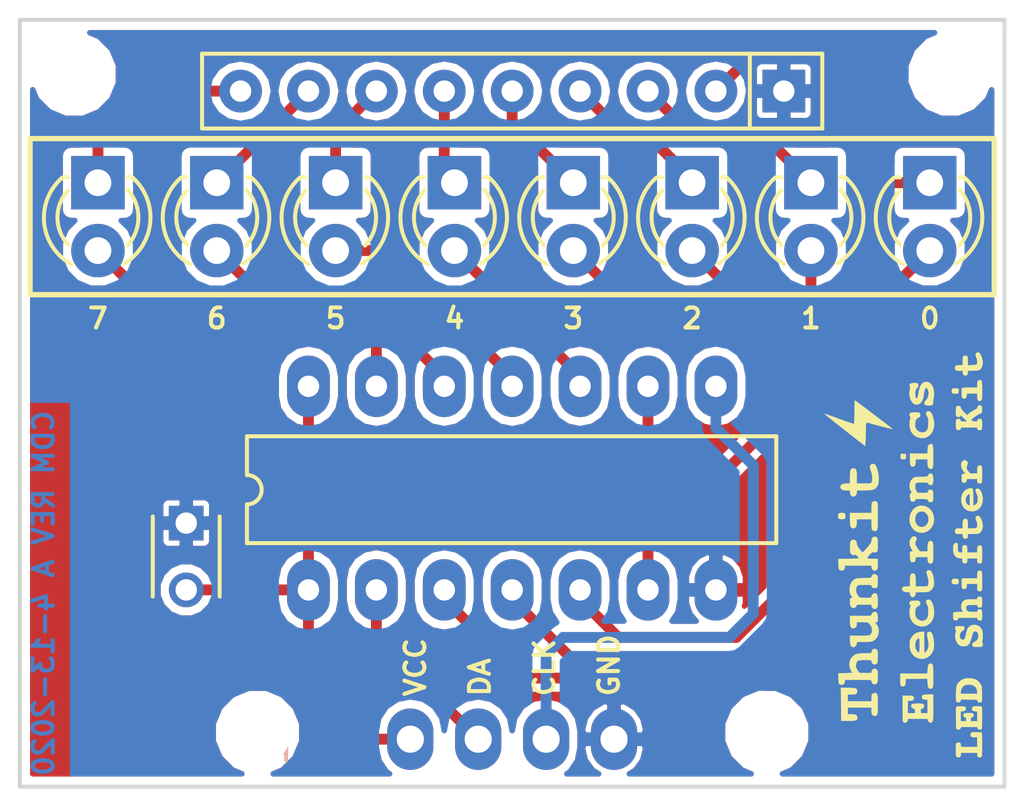
<source format=kicad_pcb>
(kicad_pcb (version 4) (host pcbnew 4.0.5+dfsg1-4)

  (general
    (links 25)
    (no_connects 0)
    (area 135.814999 93.396999 172.795001 122.249001)
    (thickness 1.6)
    (drawings 24)
    (tracks 81)
    (zones 0)
    (modules 18)
    (nets 21)
  )

  (page A4)
  (title_block
    (title USB-UART)
    (date 2018-09-02)
    (rev B)
    (company "THUNKIT ELECTRONICS")
  )

  (layers
    (0 F.Cu signal)
    (31 B.Cu signal)
    (32 B.Adhes user)
    (33 F.Adhes user)
    (34 B.Paste user)
    (35 F.Paste user)
    (36 B.SilkS user)
    (37 F.SilkS user)
    (38 B.Mask user)
    (39 F.Mask user)
    (40 Dwgs.User user)
    (41 Cmts.User user)
    (42 Eco1.User user)
    (43 Eco2.User user)
    (44 Edge.Cuts user)
    (45 Margin user)
    (46 B.CrtYd user)
    (47 F.CrtYd user)
    (48 B.Fab user hide)
    (49 F.Fab user hide)
  )

  (setup
    (last_trace_width 0.2032)
    (user_trace_width 0.2032)
    (user_trace_width 0.4064)
    (trace_clearance 0.15)
    (zone_clearance 0.3048)
    (zone_45_only no)
    (trace_min 0.2032)
    (segment_width 0.2)
    (edge_width 0.15)
    (via_size 0.6)
    (via_drill 0.4)
    (via_min_size 0.4)
    (via_min_drill 0.3)
    (uvia_size 0.3)
    (uvia_drill 0.1)
    (uvias_allowed no)
    (uvia_min_size 0)
    (uvia_min_drill 0)
    (pcb_text_width 0.3)
    (pcb_text_size 1.5 1.5)
    (mod_edge_width 0.15)
    (mod_text_size 1 1)
    (mod_text_width 0.15)
    (pad_size 1.524 1.524)
    (pad_drill 0.762)
    (pad_to_mask_clearance 0.1)
    (aux_axis_origin 0 0)
    (visible_elements FFFEFF7F)
    (pcbplotparams
      (layerselection 0x010f0_80000001)
      (usegerberextensions true)
      (excludeedgelayer true)
      (linewidth 0.100000)
      (plotframeref false)
      (viasonmask false)
      (mode 1)
      (useauxorigin false)
      (hpglpennumber 1)
      (hpglpenspeed 20)
      (hpglpendiameter 15)
      (hpglpenoverlay 2)
      (psnegative false)
      (psa4output false)
      (plotreference true)
      (plotvalue true)
      (plotinvisibletext false)
      (padsonsilk false)
      (subtractmaskfromsilk false)
      (outputformat 1)
      (mirror false)
      (drillshape 0)
      (scaleselection 1)
      (outputdirectory "/home/cameron/Desktop/ELECTRONICS PROJECTS/SPI LED/REV C/SPI LED REV C GERBER/"))
  )

  (net 0 "")
  (net 1 "Net-(D1-Pad2)")
  (net 2 GND)
  (net 3 "Net-(D2-Pad2)")
  (net 4 "Net-(D3-Pad2)")
  (net 5 "Net-(D4-Pad2)")
  (net 6 "Net-(D5-Pad2)")
  (net 7 "Net-(D6-Pad2)")
  (net 8 "Net-(D7-Pad2)")
  (net 9 "Net-(D8-Pad2)")
  (net 10 VCC)
  (net 11 DATA)
  (net 12 CLK)
  (net 13 "Net-(D1-Pad1)")
  (net 14 "Net-(D2-Pad1)")
  (net 15 "Net-(D3-Pad1)")
  (net 16 "Net-(D4-Pad1)")
  (net 17 "Net-(D5-Pad1)")
  (net 18 "Net-(D6-Pad1)")
  (net 19 "Net-(D7-Pad1)")
  (net 20 "Net-(D8-Pad1)")

  (net_class Default "This is the default net class."
    (clearance 0.15)
    (trace_width 0.2032)
    (via_dia 0.6)
    (via_drill 0.4)
    (uvia_dia 0.3)
    (uvia_drill 0.1)
    (add_net CLK)
    (add_net DATA)
    (add_net GND)
    (add_net "Net-(D1-Pad1)")
    (add_net "Net-(D1-Pad2)")
    (add_net "Net-(D2-Pad1)")
    (add_net "Net-(D2-Pad2)")
    (add_net "Net-(D3-Pad1)")
    (add_net "Net-(D3-Pad2)")
    (add_net "Net-(D4-Pad1)")
    (add_net "Net-(D4-Pad2)")
    (add_net "Net-(D5-Pad1)")
    (add_net "Net-(D5-Pad2)")
    (add_net "Net-(D6-Pad1)")
    (add_net "Net-(D6-Pad2)")
    (add_net "Net-(D7-Pad1)")
    (add_net "Net-(D7-Pad2)")
    (add_net "Net-(D8-Pad1)")
    (add_net "Net-(D8-Pad2)")
    (add_net VCC)
  )

  (module Mounting_Holes:MountingHole_2.5mm (layer F.Cu) (tedit 5E93F387) (tstamp 5E942336)
    (at 144.78 120.142)
    (descr "Mounting Hole 2.5mm, no annular")
    (tags "mounting hole 2.5mm no annular")
    (fp_text reference REF** (at 0 -3.5) (layer F.SilkS) hide
      (effects (font (size 1 1) (thickness 0.15)))
    )
    (fp_text value MountingHole_2.5mm (at 0 3.5) (layer F.Fab)
      (effects (font (size 1 1) (thickness 0.15)))
    )
    (fp_circle (center 0 0) (end 2.5 0) (layer Cmts.User) (width 0.15))
    (fp_circle (center 0 0) (end 2.75 0) (layer F.CrtYd) (width 0.05))
    (pad 1 np_thru_hole circle (at 0 0) (size 2.5 2.5) (drill 2.5) (layers *.Cu *.Mask))
  )

  (module Mounting_Holes:MountingHole_2.5mm (layer F.Cu) (tedit 5E93F387) (tstamp 5E942316)
    (at 163.83 120.142)
    (descr "Mounting Hole 2.5mm, no annular")
    (tags "mounting hole 2.5mm no annular")
    (fp_text reference REF** (at 0 -3.5) (layer F.SilkS) hide
      (effects (font (size 1 1) (thickness 0.15)))
    )
    (fp_text value MountingHole_2.5mm (at 0 3.5) (layer F.Fab)
      (effects (font (size 1 1) (thickness 0.15)))
    )
    (fp_circle (center 0 0) (end 2.5 0) (layer Cmts.User) (width 0.15))
    (fp_circle (center 0 0) (end 2.75 0) (layer F.CrtYd) (width 0.05))
    (pad 1 np_thru_hole circle (at 0 0) (size 2.5 2.5) (drill 2.5) (layers *.Cu *.Mask))
  )

  (module Mounting_Holes:MountingHole_2.5mm (layer F.Cu) (tedit 5E93F387) (tstamp 5E9422EE)
    (at 170.688 95.504)
    (descr "Mounting Hole 2.5mm, no annular")
    (tags "mounting hole 2.5mm no annular")
    (fp_text reference REF** (at 0 -3.5) (layer F.SilkS) hide
      (effects (font (size 1 1) (thickness 0.15)))
    )
    (fp_text value MountingHole_2.5mm (at 0 3.5) (layer F.Fab)
      (effects (font (size 1 1) (thickness 0.15)))
    )
    (fp_circle (center 0 0) (end 2.5 0) (layer Cmts.User) (width 0.15))
    (fp_circle (center 0 0) (end 2.75 0) (layer F.CrtYd) (width 0.05))
    (pad 1 np_thru_hole circle (at 0 0) (size 2.5 2.5) (drill 2.5) (layers *.Cu *.Mask))
  )

  (module Capacitors_THT:C_Disc_D3_P2.5 (layer F.Cu) (tedit 5E93EA7F) (tstamp 5E93E96F)
    (at 142.113 112.308 270)
    (descr "Capacitor 3mm Disc, Pitch 2.5mm")
    (tags Capacitor)
    (path /59F54BB7)
    (fp_text reference C1 (at 1.25 -2.5 270) (layer F.SilkS) hide
      (effects (font (size 1 1) (thickness 0.15)))
    )
    (fp_text value 1uF (at 1.25 2.5 270) (layer F.Fab)
      (effects (font (size 1 1) (thickness 0.15)))
    )
    (fp_line (start -0.9 -1.5) (end 3.4 -1.5) (layer F.CrtYd) (width 0.05))
    (fp_line (start 3.4 -1.5) (end 3.4 1.5) (layer F.CrtYd) (width 0.05))
    (fp_line (start 3.4 1.5) (end -0.9 1.5) (layer F.CrtYd) (width 0.05))
    (fp_line (start -0.9 1.5) (end -0.9 -1.5) (layer F.CrtYd) (width 0.05))
    (fp_line (start -0.25 -1.25) (end 2.75 -1.25) (layer F.SilkS) (width 0.15))
    (fp_line (start 2.75 1.25) (end -0.25 1.25) (layer F.SilkS) (width 0.15))
    (pad 1 thru_hole rect (at 0 0 270) (size 1.3 1.3) (drill 0.8) (layers *.Cu *.Mask)
      (net 2 GND))
    (pad 2 thru_hole circle (at 2.5 0 270) (size 1.3 1.3) (drill 0.8001) (layers *.Cu *.Mask)
      (net 10 VCC))
    (model Capacitors_ThroughHole.3dshapes/C_Disc_D3_P2.5.wrl
      (at (xyz 0.0492126 0 0))
      (scale (xyz 1 1 1))
      (rotate (xyz 0 0 0))
    )
  )

  (module LEDs:LED-3MM (layer F.Cu) (tedit 5E93E84C) (tstamp 5E93E980)
    (at 138.811 99.568 270)
    (descr "LED 3mm round vertical")
    (tags "LED  3mm round vertical")
    (path /5988B15E)
    (fp_text reference D1 (at 1.91 3.06 270) (layer F.SilkS) hide
      (effects (font (size 1 1) (thickness 0.15)))
    )
    (fp_text value RED (at 1.3 -2.9 270) (layer F.Fab)
      (effects (font (size 1 1) (thickness 0.15)))
    )
    (fp_line (start -1.2 2.3) (end 3.8 2.3) (layer F.CrtYd) (width 0.05))
    (fp_line (start 3.8 2.3) (end 3.8 -2.2) (layer F.CrtYd) (width 0.05))
    (fp_line (start 3.8 -2.2) (end -1.2 -2.2) (layer F.CrtYd) (width 0.05))
    (fp_line (start -1.2 -2.2) (end -1.2 2.3) (layer F.CrtYd) (width 0.05))
    (fp_line (start -0.199 1.314) (end -0.199 1.114) (layer F.SilkS) (width 0.15))
    (fp_line (start -0.199 -1.28) (end -0.199 -1.1) (layer F.SilkS) (width 0.15))
    (fp_arc (start 1.301 0.034) (end -0.199 -1.286) (angle 108.5) (layer F.SilkS) (width 0.15))
    (fp_arc (start 1.301 0.034) (end 0.25 -1.1) (angle 85.7) (layer F.SilkS) (width 0.15))
    (fp_arc (start 1.311 0.034) (end 3.051 0.994) (angle 110) (layer F.SilkS) (width 0.15))
    (fp_arc (start 1.301 0.034) (end 2.335 1.094) (angle 87.5) (layer F.SilkS) (width 0.15))
    (fp_text user K (at -1.69 1.74 270) (layer F.SilkS) hide
      (effects (font (size 1 1) (thickness 0.15)))
    )
    (pad 1 thru_hole rect (at 0 0) (size 2 2) (drill 1.00076) (layers *.Cu *.Mask)
      (net 13 "Net-(D1-Pad1)"))
    (pad 2 thru_hole circle (at 2.54 0 270) (size 2 2) (drill 1.00076) (layers *.Cu *.Mask)
      (net 1 "Net-(D1-Pad2)"))
    (model LEDs.3dshapes/LED-3MM.wrl
      (at (xyz 0.05 0 0))
      (scale (xyz 1 1 1))
      (rotate (xyz 0 0 90))
    )
  )

  (module LEDs:LED-3MM (layer F.Cu) (tedit 5E93E848) (tstamp 5E93E991)
    (at 143.256 99.568 270)
    (descr "LED 3mm round vertical")
    (tags "LED  3mm round vertical")
    (path /5988B614)
    (fp_text reference D2 (at 1.91 3.06 270) (layer F.SilkS) hide
      (effects (font (size 1 1) (thickness 0.15)))
    )
    (fp_text value RED (at 1.3 -2.9 270) (layer F.Fab)
      (effects (font (size 1 1) (thickness 0.15)))
    )
    (fp_line (start -1.2 2.3) (end 3.8 2.3) (layer F.CrtYd) (width 0.05))
    (fp_line (start 3.8 2.3) (end 3.8 -2.2) (layer F.CrtYd) (width 0.05))
    (fp_line (start 3.8 -2.2) (end -1.2 -2.2) (layer F.CrtYd) (width 0.05))
    (fp_line (start -1.2 -2.2) (end -1.2 2.3) (layer F.CrtYd) (width 0.05))
    (fp_line (start -0.199 1.314) (end -0.199 1.114) (layer F.SilkS) (width 0.15))
    (fp_line (start -0.199 -1.28) (end -0.199 -1.1) (layer F.SilkS) (width 0.15))
    (fp_arc (start 1.301 0.034) (end -0.199 -1.286) (angle 108.5) (layer F.SilkS) (width 0.15))
    (fp_arc (start 1.301 0.034) (end 0.25 -1.1) (angle 85.7) (layer F.SilkS) (width 0.15))
    (fp_arc (start 1.311 0.034) (end 3.051 0.994) (angle 110) (layer F.SilkS) (width 0.15))
    (fp_arc (start 1.301 0.034) (end 2.335 1.094) (angle 87.5) (layer F.SilkS) (width 0.15))
    (fp_text user K (at -1.69 1.74 270) (layer F.SilkS) hide
      (effects (font (size 1 1) (thickness 0.15)))
    )
    (pad 1 thru_hole rect (at 0 0) (size 2 2) (drill 1.00076) (layers *.Cu *.Mask)
      (net 14 "Net-(D2-Pad1)"))
    (pad 2 thru_hole circle (at 2.54 0 270) (size 2 2) (drill 1.00076) (layers *.Cu *.Mask)
      (net 3 "Net-(D2-Pad2)"))
    (model LEDs.3dshapes/LED-3MM.wrl
      (at (xyz 0.05 0 0))
      (scale (xyz 1 1 1))
      (rotate (xyz 0 0 90))
    )
  )

  (module LEDs:LED-3MM (layer F.Cu) (tedit 5E93E844) (tstamp 5E93E9A2)
    (at 147.701 99.568 270)
    (descr "LED 3mm round vertical")
    (tags "LED  3mm round vertical")
    (path /5988B694)
    (fp_text reference D3 (at 1.91 3.06 270) (layer F.SilkS) hide
      (effects (font (size 1 1) (thickness 0.15)))
    )
    (fp_text value RED (at 1.3 -2.9 270) (layer F.Fab)
      (effects (font (size 1 1) (thickness 0.15)))
    )
    (fp_line (start -1.2 2.3) (end 3.8 2.3) (layer F.CrtYd) (width 0.05))
    (fp_line (start 3.8 2.3) (end 3.8 -2.2) (layer F.CrtYd) (width 0.05))
    (fp_line (start 3.8 -2.2) (end -1.2 -2.2) (layer F.CrtYd) (width 0.05))
    (fp_line (start -1.2 -2.2) (end -1.2 2.3) (layer F.CrtYd) (width 0.05))
    (fp_line (start -0.199 1.314) (end -0.199 1.114) (layer F.SilkS) (width 0.15))
    (fp_line (start -0.199 -1.28) (end -0.199 -1.1) (layer F.SilkS) (width 0.15))
    (fp_arc (start 1.301 0.034) (end -0.199 -1.286) (angle 108.5) (layer F.SilkS) (width 0.15))
    (fp_arc (start 1.301 0.034) (end 0.25 -1.1) (angle 85.7) (layer F.SilkS) (width 0.15))
    (fp_arc (start 1.311 0.034) (end 3.051 0.994) (angle 110) (layer F.SilkS) (width 0.15))
    (fp_arc (start 1.301 0.034) (end 2.335 1.094) (angle 87.5) (layer F.SilkS) (width 0.15))
    (fp_text user K (at -1.69 1.74 270) (layer F.SilkS) hide
      (effects (font (size 1 1) (thickness 0.15)))
    )
    (pad 1 thru_hole rect (at 0 0) (size 2 2) (drill 1.00076) (layers *.Cu *.Mask)
      (net 15 "Net-(D3-Pad1)"))
    (pad 2 thru_hole circle (at 2.54 0 270) (size 2 2) (drill 1.00076) (layers *.Cu *.Mask)
      (net 4 "Net-(D3-Pad2)"))
    (model LEDs.3dshapes/LED-3MM.wrl
      (at (xyz 0.05 0 0))
      (scale (xyz 1 1 1))
      (rotate (xyz 0 0 90))
    )
  )

  (module LEDs:LED-3MM (layer F.Cu) (tedit 5E93E840) (tstamp 5E93E9B3)
    (at 152.146 99.568 270)
    (descr "LED 3mm round vertical")
    (tags "LED  3mm round vertical")
    (path /5988B6A2)
    (fp_text reference D4 (at 1.91 3.06 270) (layer F.SilkS) hide
      (effects (font (size 1 1) (thickness 0.15)))
    )
    (fp_text value RED (at 1.3 -2.9 270) (layer F.Fab)
      (effects (font (size 1 1) (thickness 0.15)))
    )
    (fp_line (start -1.2 2.3) (end 3.8 2.3) (layer F.CrtYd) (width 0.05))
    (fp_line (start 3.8 2.3) (end 3.8 -2.2) (layer F.CrtYd) (width 0.05))
    (fp_line (start 3.8 -2.2) (end -1.2 -2.2) (layer F.CrtYd) (width 0.05))
    (fp_line (start -1.2 -2.2) (end -1.2 2.3) (layer F.CrtYd) (width 0.05))
    (fp_line (start -0.199 1.314) (end -0.199 1.114) (layer F.SilkS) (width 0.15))
    (fp_line (start -0.199 -1.28) (end -0.199 -1.1) (layer F.SilkS) (width 0.15))
    (fp_arc (start 1.301 0.034) (end -0.199 -1.286) (angle 108.5) (layer F.SilkS) (width 0.15))
    (fp_arc (start 1.301 0.034) (end 0.25 -1.1) (angle 85.7) (layer F.SilkS) (width 0.15))
    (fp_arc (start 1.311 0.034) (end 3.051 0.994) (angle 110) (layer F.SilkS) (width 0.15))
    (fp_arc (start 1.301 0.034) (end 2.335 1.094) (angle 87.5) (layer F.SilkS) (width 0.15))
    (fp_text user K (at -1.69 1.74 270) (layer F.SilkS) hide
      (effects (font (size 1 1) (thickness 0.15)))
    )
    (pad 1 thru_hole rect (at 0 0) (size 2 2) (drill 1.00076) (layers *.Cu *.Mask)
      (net 16 "Net-(D4-Pad1)"))
    (pad 2 thru_hole circle (at 2.54 0 270) (size 2 2) (drill 1.00076) (layers *.Cu *.Mask)
      (net 5 "Net-(D4-Pad2)"))
    (model LEDs.3dshapes/LED-3MM.wrl
      (at (xyz 0.05 0 0))
      (scale (xyz 1 1 1))
      (rotate (xyz 0 0 90))
    )
  )

  (module LEDs:LED-3MM (layer F.Cu) (tedit 5E93E88B) (tstamp 5E93E9C4)
    (at 156.591 99.568 270)
    (descr "LED 3mm round vertical")
    (tags "LED  3mm round vertical")
    (path /5988B7BE)
    (fp_text reference D5 (at 1.91 3.06 270) (layer F.SilkS) hide
      (effects (font (size 1 1) (thickness 0.15)))
    )
    (fp_text value RED (at 1.3 -2.9 270) (layer F.Fab)
      (effects (font (size 1 1) (thickness 0.15)))
    )
    (fp_line (start -1.2 2.3) (end 3.8 2.3) (layer F.CrtYd) (width 0.05))
    (fp_line (start 3.8 2.3) (end 3.8 -2.2) (layer F.CrtYd) (width 0.05))
    (fp_line (start 3.8 -2.2) (end -1.2 -2.2) (layer F.CrtYd) (width 0.05))
    (fp_line (start -1.2 -2.2) (end -1.2 2.3) (layer F.CrtYd) (width 0.05))
    (fp_line (start -0.199 1.314) (end -0.199 1.114) (layer F.SilkS) (width 0.15))
    (fp_line (start -0.199 -1.28) (end -0.199 -1.1) (layer F.SilkS) (width 0.15))
    (fp_arc (start 1.301 0.034) (end -0.199 -1.286) (angle 108.5) (layer F.SilkS) (width 0.15))
    (fp_arc (start 1.301 0.034) (end 0.25 -1.1) (angle 85.7) (layer F.SilkS) (width 0.15))
    (fp_arc (start 1.311 0.034) (end 3.051 0.994) (angle 110) (layer F.SilkS) (width 0.15))
    (fp_arc (start 1.301 0.034) (end 2.335 1.094) (angle 87.5) (layer F.SilkS) (width 0.15))
    (fp_text user K (at -1.69 1.74 270) (layer F.SilkS) hide
      (effects (font (size 1 1) (thickness 0.15)))
    )
    (pad 1 thru_hole rect (at 0 0) (size 2 2) (drill 1.00076) (layers *.Cu *.Mask)
      (net 17 "Net-(D5-Pad1)"))
    (pad 2 thru_hole circle (at 2.54 0 270) (size 2 2) (drill 1.00076) (layers *.Cu *.Mask)
      (net 6 "Net-(D5-Pad2)"))
    (model LEDs.3dshapes/LED-3MM.wrl
      (at (xyz 0.05 0 0))
      (scale (xyz 1 1 1))
      (rotate (xyz 0 0 90))
    )
  )

  (module LEDs:LED-3MM (layer F.Cu) (tedit 5E93E870) (tstamp 5E93E9D5)
    (at 161.036 99.568 270)
    (descr "LED 3mm round vertical")
    (tags "LED  3mm round vertical")
    (path /5988B7CC)
    (fp_text reference D6 (at 1.91 3.06 270) (layer F.SilkS) hide
      (effects (font (size 1 1) (thickness 0.15)))
    )
    (fp_text value RED (at 1.3 -2.9 270) (layer F.Fab)
      (effects (font (size 1 1) (thickness 0.15)))
    )
    (fp_line (start -1.2 2.3) (end 3.8 2.3) (layer F.CrtYd) (width 0.05))
    (fp_line (start 3.8 2.3) (end 3.8 -2.2) (layer F.CrtYd) (width 0.05))
    (fp_line (start 3.8 -2.2) (end -1.2 -2.2) (layer F.CrtYd) (width 0.05))
    (fp_line (start -1.2 -2.2) (end -1.2 2.3) (layer F.CrtYd) (width 0.05))
    (fp_line (start -0.199 1.314) (end -0.199 1.114) (layer F.SilkS) (width 0.15))
    (fp_line (start -0.199 -1.28) (end -0.199 -1.1) (layer F.SilkS) (width 0.15))
    (fp_arc (start 1.301 0.034) (end -0.199 -1.286) (angle 108.5) (layer F.SilkS) (width 0.15))
    (fp_arc (start 1.301 0.034) (end 0.25 -1.1) (angle 85.7) (layer F.SilkS) (width 0.15))
    (fp_arc (start 1.311 0.034) (end 3.051 0.994) (angle 110) (layer F.SilkS) (width 0.15))
    (fp_arc (start 1.301 0.034) (end 2.335 1.094) (angle 87.5) (layer F.SilkS) (width 0.15))
    (fp_text user K (at -1.69 1.74 270) (layer F.SilkS) hide
      (effects (font (size 1 1) (thickness 0.15)))
    )
    (pad 1 thru_hole rect (at 0 0) (size 2 2) (drill 1.00076) (layers *.Cu *.Mask)
      (net 18 "Net-(D6-Pad1)"))
    (pad 2 thru_hole circle (at 2.54 0 270) (size 2 2) (drill 1.00076) (layers *.Cu *.Mask)
      (net 7 "Net-(D6-Pad2)"))
    (model LEDs.3dshapes/LED-3MM.wrl
      (at (xyz 0.05 0 0))
      (scale (xyz 1 1 1))
      (rotate (xyz 0 0 90))
    )
  )

  (module LEDs:LED-3MM (layer F.Cu) (tedit 5E93E8B2) (tstamp 5E93E9E6)
    (at 165.481 99.568 270)
    (descr "LED 3mm round vertical")
    (tags "LED  3mm round vertical")
    (path /5988B7DA)
    (fp_text reference D7 (at 1.91 3.06 270) (layer F.SilkS) hide
      (effects (font (size 1 1) (thickness 0.15)))
    )
    (fp_text value RED (at 1.3 -2.9 270) (layer F.Fab)
      (effects (font (size 1 1) (thickness 0.15)))
    )
    (fp_line (start -1.2 2.3) (end 3.8 2.3) (layer F.CrtYd) (width 0.05))
    (fp_line (start 3.8 2.3) (end 3.8 -2.2) (layer F.CrtYd) (width 0.05))
    (fp_line (start 3.8 -2.2) (end -1.2 -2.2) (layer F.CrtYd) (width 0.05))
    (fp_line (start -1.2 -2.2) (end -1.2 2.3) (layer F.CrtYd) (width 0.05))
    (fp_line (start -0.199 1.314) (end -0.199 1.114) (layer F.SilkS) (width 0.15))
    (fp_line (start -0.199 -1.28) (end -0.199 -1.1) (layer F.SilkS) (width 0.15))
    (fp_arc (start 1.301 0.034) (end -0.199 -1.286) (angle 108.5) (layer F.SilkS) (width 0.15))
    (fp_arc (start 1.301 0.034) (end 0.25 -1.1) (angle 85.7) (layer F.SilkS) (width 0.15))
    (fp_arc (start 1.311 0.034) (end 3.051 0.994) (angle 110) (layer F.SilkS) (width 0.15))
    (fp_arc (start 1.301 0.034) (end 2.335 1.094) (angle 87.5) (layer F.SilkS) (width 0.15))
    (fp_text user K (at -1.69 1.74 270) (layer F.SilkS) hide
      (effects (font (size 1 1) (thickness 0.15)))
    )
    (pad 1 thru_hole rect (at 0 0) (size 2 2) (drill 1.00076) (layers *.Cu *.Mask)
      (net 19 "Net-(D7-Pad1)"))
    (pad 2 thru_hole circle (at 2.54 0 270) (size 2 2) (drill 1.00076) (layers *.Cu *.Mask)
      (net 8 "Net-(D7-Pad2)"))
    (model LEDs.3dshapes/LED-3MM.wrl
      (at (xyz 0.05 0 0))
      (scale (xyz 1 1 1))
      (rotate (xyz 0 0 90))
    )
  )

  (module LEDs:LED-3MM (layer F.Cu) (tedit 5E93EA63) (tstamp 5E93E9F7)
    (at 169.926 99.568 270)
    (descr "LED 3mm round vertical")
    (tags "LED  3mm round vertical")
    (path /5988B7E8)
    (fp_text reference D8 (at 1.91 3.06 270) (layer F.SilkS) hide
      (effects (font (size 1 1) (thickness 0.15)))
    )
    (fp_text value RED (at 1.3 -2.9 270) (layer F.Fab)
      (effects (font (size 1 1) (thickness 0.15)))
    )
    (fp_line (start -1.2 2.3) (end 3.8 2.3) (layer F.CrtYd) (width 0.05))
    (fp_line (start 3.8 2.3) (end 3.8 -2.2) (layer F.CrtYd) (width 0.05))
    (fp_line (start 3.8 -2.2) (end -1.2 -2.2) (layer F.CrtYd) (width 0.05))
    (fp_line (start -1.2 -2.2) (end -1.2 2.3) (layer F.CrtYd) (width 0.05))
    (fp_line (start -0.199 1.314) (end -0.199 1.114) (layer F.SilkS) (width 0.15))
    (fp_line (start -0.199 -1.28) (end -0.199 -1.1) (layer F.SilkS) (width 0.15))
    (fp_arc (start 1.301 0.034) (end -0.199 -1.286) (angle 108.5) (layer F.SilkS) (width 0.15))
    (fp_arc (start 1.301 0.034) (end 0.25 -1.1) (angle 85.7) (layer F.SilkS) (width 0.15))
    (fp_arc (start 1.311 0.034) (end 3.051 0.994) (angle 110) (layer F.SilkS) (width 0.15))
    (fp_arc (start 1.301 0.034) (end 2.335 1.094) (angle 87.5) (layer F.SilkS) (width 0.15))
    (fp_text user K (at -1.69 1.74 270) (layer F.SilkS) hide
      (effects (font (size 1 1) (thickness 0.15)))
    )
    (pad 1 thru_hole rect (at 0 0) (size 2 2) (drill 1.00076) (layers *.Cu *.Mask)
      (net 20 "Net-(D8-Pad1)"))
    (pad 2 thru_hole circle (at 2.54 0 270) (size 2 2) (drill 1.00076) (layers *.Cu *.Mask)
      (net 9 "Net-(D8-Pad2)"))
    (model LEDs.3dshapes/LED-3MM.wrl
      (at (xyz 0.05 0 0))
      (scale (xyz 1 1 1))
      (rotate (xyz 0 0 90))
    )
  )

  (module Resistors_THT:Resistor_Array_SIP9 (layer F.Cu) (tedit 5E93EA87) (tstamp 5E93EA12)
    (at 164.465 96.139 180)
    (descr "9-pin Resistor SIP pack")
    (tags R)
    (path /5C5DD4B4)
    (fp_text reference R1 (at 11.43 -2.4 180) (layer F.SilkS) hide
      (effects (font (size 1 1) (thickness 0.15)))
    )
    (fp_text value 680 (at 11.43 2.4 180) (layer F.Fab)
      (effects (font (size 1 1) (thickness 0.15)))
    )
    (fp_line (start -1.29 -1.25) (end -1.29 1.25) (layer F.Fab) (width 0.1))
    (fp_line (start -1.29 1.25) (end 21.61 1.25) (layer F.Fab) (width 0.1))
    (fp_line (start 21.61 1.25) (end 21.61 -1.25) (layer F.Fab) (width 0.1))
    (fp_line (start 21.61 -1.25) (end -1.29 -1.25) (layer F.Fab) (width 0.1))
    (fp_line (start 1.27 -1.25) (end 1.27 1.25) (layer F.Fab) (width 0.1))
    (fp_line (start -1.44 -1.4) (end -1.44 1.4) (layer F.SilkS) (width 0.15))
    (fp_line (start -1.44 1.4) (end 21.76 1.4) (layer F.SilkS) (width 0.15))
    (fp_line (start 21.76 1.4) (end 21.76 -1.4) (layer F.SilkS) (width 0.15))
    (fp_line (start 21.76 -1.4) (end -1.44 -1.4) (layer F.SilkS) (width 0.15))
    (fp_line (start 1.27 -1.4) (end 1.27 1.4) (layer F.SilkS) (width 0.15))
    (fp_line (start -1.7 -1.65) (end -1.7 1.65) (layer F.CrtYd) (width 0.05))
    (fp_line (start -1.7 1.65) (end 22.05 1.65) (layer F.CrtYd) (width 0.05))
    (fp_line (start 22.05 1.65) (end 22.05 -1.65) (layer F.CrtYd) (width 0.05))
    (fp_line (start 22.05 -1.65) (end -1.7 -1.65) (layer F.CrtYd) (width 0.05))
    (pad 1 thru_hole rect (at 0 0 180) (size 1.6 1.6) (drill 0.8) (layers *.Cu *.Mask)
      (net 2 GND))
    (pad 2 thru_hole oval (at 2.54 0 180) (size 1.6 1.6) (drill 0.8) (layers *.Cu *.Mask)
      (net 20 "Net-(D8-Pad1)"))
    (pad 3 thru_hole oval (at 5.08 0 180) (size 1.6 1.6) (drill 0.8) (layers *.Cu *.Mask)
      (net 19 "Net-(D7-Pad1)"))
    (pad 4 thru_hole oval (at 7.62 0 180) (size 1.6 1.6) (drill 0.8) (layers *.Cu *.Mask)
      (net 18 "Net-(D6-Pad1)"))
    (pad 5 thru_hole oval (at 10.16 0 180) (size 1.6 1.6) (drill 0.8) (layers *.Cu *.Mask)
      (net 17 "Net-(D5-Pad1)"))
    (pad 6 thru_hole oval (at 12.7 0 180) (size 1.6 1.6) (drill 0.8) (layers *.Cu *.Mask)
      (net 16 "Net-(D4-Pad1)"))
    (pad 7 thru_hole oval (at 15.24 0 180) (size 1.6 1.6) (drill 0.8) (layers *.Cu *.Mask)
      (net 15 "Net-(D3-Pad1)"))
    (pad 8 thru_hole oval (at 17.78 0 180) (size 1.6 1.6) (drill 0.8) (layers *.Cu *.Mask)
      (net 14 "Net-(D2-Pad1)"))
    (pad 9 thru_hole oval (at 20.32 0 180) (size 1.6 1.6) (drill 0.8) (layers *.Cu *.Mask)
      (net 13 "Net-(D1-Pad1)"))
    (model Resistors_ThroughHole.3dshapes/Resistor_Array_SIP9.wrl
      (at (xyz 0 0 0))
      (scale (xyz 0.393701 0.393701 0.393701))
      (rotate (xyz 0 0 0))
    )
  )

  (module MOD:DIP-14_W7.62mm_LongPads_Dimple (layer F.Cu) (tedit 5E93F1A5) (tstamp 5E9422AA)
    (at 146.685 114.808 90)
    (descr "14-lead dip package, row spacing 7.62 mm (300 mils), longer pads")
    (tags "dil dip 2.54 300")
    (path /59F5421E)
    (fp_text reference U1 (at 0 -5.22 90) (layer F.SilkS) hide
      (effects (font (size 1 1) (thickness 0.15)))
    )
    (fp_text value 74HC164 (at 0 -3.72 90) (layer F.Fab)
      (effects (font (size 1 1) (thickness 0.15)))
    )
    (fp_line (start 4.3 -2.3) (end 5.75 -2.3) (layer F.SilkS) (width 0.15))
    (fp_arc (start 3.75 -2.3) (end 4.3 -2.3) (angle 180) (layer F.SilkS) (width 0.15))
    (fp_line (start 3.2 -2.3) (end 1.75 -2.3) (layer F.SilkS) (width 0.15))
    (fp_line (start 5.75 17.5) (end 5.75 -2.3) (layer F.SilkS) (width 0.15))
    (fp_line (start 1.75 17.5) (end 5.75 17.5) (layer F.SilkS) (width 0.15))
    (fp_line (start 1.75 -2.3) (end 1.75 17.5) (layer F.SilkS) (width 0.15))
    (fp_line (start -1.4 -2.45) (end -1.4 17.7) (layer F.CrtYd) (width 0.05))
    (fp_line (start 9 -2.45) (end 9 17.7) (layer F.CrtYd) (width 0.05))
    (fp_line (start -1.4 -2.45) (end 9 -2.45) (layer F.CrtYd) (width 0.05))
    (fp_line (start -1.4 17.7) (end 9 17.7) (layer F.CrtYd) (width 0.05))
    (pad 1 thru_hole oval (at 0 0 90) (size 2.3 1.6) (drill 0.8) (layers *.Cu *.Mask)
      (net 10 VCC))
    (pad 2 thru_hole oval (at 0 2.54 90) (size 2.3 1.6) (drill 0.8) (layers *.Cu *.Mask)
      (net 11 DATA))
    (pad 3 thru_hole oval (at 0 5.08 90) (size 2.3 1.6) (drill 0.8) (layers *.Cu *.Mask)
      (net 9 "Net-(D8-Pad2)"))
    (pad 4 thru_hole oval (at 0 7.62 90) (size 2.3 1.6) (drill 0.8) (layers *.Cu *.Mask)
      (net 8 "Net-(D7-Pad2)"))
    (pad 5 thru_hole oval (at 0 10.16 90) (size 2.3 1.6) (drill 0.8) (layers *.Cu *.Mask)
      (net 7 "Net-(D6-Pad2)"))
    (pad 6 thru_hole oval (at 0 12.7 90) (size 2.3 1.6) (drill 0.8) (layers *.Cu *.Mask)
      (net 6 "Net-(D5-Pad2)"))
    (pad 7 thru_hole oval (at 0 15.24 90) (size 2.3 1.6) (drill 0.8) (layers *.Cu *.Mask)
      (net 2 GND))
    (pad 8 thru_hole oval (at 7.62 15.24 90) (size 2.3 1.6) (drill 0.8) (layers *.Cu *.Mask)
      (net 12 CLK))
    (pad 9 thru_hole oval (at 7.62 12.7 90) (size 2.3 1.6) (drill 0.8) (layers *.Cu *.Mask)
      (net 10 VCC))
    (pad 10 thru_hole oval (at 7.62 10.16 90) (size 2.3 1.6) (drill 0.8) (layers *.Cu *.Mask)
      (net 5 "Net-(D4-Pad2)"))
    (pad 11 thru_hole oval (at 7.62 7.62 90) (size 2.3 1.6) (drill 0.8) (layers *.Cu *.Mask)
      (net 4 "Net-(D3-Pad2)"))
    (pad 12 thru_hole oval (at 7.62 5.08 90) (size 2.3 1.6) (drill 0.8) (layers *.Cu *.Mask)
      (net 3 "Net-(D2-Pad2)"))
    (pad 13 thru_hole oval (at 7.62 2.54 90) (size 2.3 1.6) (drill 0.8) (layers *.Cu *.Mask)
      (net 1 "Net-(D1-Pad2)"))
    (pad 14 thru_hole oval (at 7.62 0 90) (size 2.3 1.6) (drill 0.8) (layers *.Cu *.Mask)
      (net 10 VCC))
    (model Housings_DIP.3dshapes/DIP-14_W7.62mm_LongPads.wrl
      (at (xyz 0 0 0))
      (scale (xyz 1 1 1))
      (rotate (xyz 0 0 0))
    )
  )

  (module Mounting_Holes:MountingHole_2.5mm (layer F.Cu) (tedit 5E93F387) (tstamp 5E9422EA)
    (at 137.922 95.504)
    (descr "Mounting Hole 2.5mm, no annular")
    (tags "mounting hole 2.5mm no annular")
    (fp_text reference REF** (at 0 -3.5) (layer F.SilkS) hide
      (effects (font (size 1 1) (thickness 0.15)))
    )
    (fp_text value MountingHole_2.5mm (at 0 3.5) (layer F.Fab)
      (effects (font (size 1 1) (thickness 0.15)))
    )
    (fp_circle (center 0 0) (end 2.5 0) (layer Cmts.User) (width 0.15))
    (fp_circle (center 0 0) (end 2.75 0) (layer F.CrtYd) (width 0.05))
    (pad 1 np_thru_hole circle (at 0 0) (size 2.5 2.5) (drill 2.5) (layers *.Cu *.Mask))
  )

  (module MOD:Thunkit_Electronics (layer F.Cu) (tedit 0) (tstamp 5ED1DF7D)
    (at 168.148 113.411 90)
    (fp_text reference G*** (at 0 0 90) (layer F.SilkS) hide
      (effects (font (thickness 0.3)))
    )
    (fp_text value LOGO (at 0.75 0 90) (layer F.SilkS) hide
      (effects (font (thickness 0.3)))
    )
    (fp_poly (pts (xy -3.368819 1.028732) (xy -3.30361 1.036815) (xy -3.249612 1.054584) (xy -3.191313 1.085426)
      (xy -3.190401 1.085961) (xy -3.080797 1.171226) (xy -3.007994 1.277162) (xy -2.971057 1.405262)
      (xy -2.967293 1.441247) (xy -2.958245 1.566333) (xy -3.352373 1.566333) (xy -3.476278 1.567223)
      (xy -3.58421 1.569699) (xy -3.669601 1.57347) (xy -3.725886 1.578244) (xy -3.746496 1.58373)
      (xy -3.7465 1.58381) (xy -3.729843 1.614527) (xy -3.688432 1.653977) (xy -3.635114 1.691437)
      (xy -3.591664 1.71309) (xy -3.519686 1.730822) (xy -3.430967 1.733603) (xy -3.31745 1.721162)
      (xy -3.203147 1.700021) (xy -3.113932 1.682926) (xy -3.056098 1.676194) (xy -3.020079 1.679451)
      (xy -2.996772 1.691932) (xy -2.967085 1.740271) (xy -2.969889 1.796979) (xy -3.003674 1.845198)
      (xy -3.010958 1.850422) (xy -3.085197 1.88356) (xy -3.18845 1.90973) (xy -3.307762 1.927504)
      (xy -3.430179 1.935453) (xy -3.542745 1.932149) (xy -3.625565 1.918195) (xy -3.751363 1.864419)
      (xy -3.851433 1.784353) (xy -3.923704 1.684636) (xy -3.966104 1.571907) (xy -3.976561 1.452804)
      (xy -3.961303 1.375833) (xy -3.7465 1.375833) (xy -3.726078 1.384868) (xy -3.667701 1.391625)
      (xy -3.575702 1.395772) (xy -3.469781 1.397) (xy -3.356761 1.396524) (xy -3.279642 1.394521)
      (xy -3.231998 1.390125) (xy -3.2074 1.382472) (xy -3.199424 1.370696) (xy -3.200053 1.360702)
      (xy -3.221137 1.326336) (xy -3.264842 1.286048) (xy -3.278819 1.276036) (xy -3.361746 1.240791)
      (xy -3.463437 1.226846) (xy -3.565183 1.2358) (xy -3.606694 1.247988) (xy -3.659777 1.277065)
      (xy -3.708924 1.317742) (xy -3.740953 1.357966) (xy -3.7465 1.375833) (xy -3.961303 1.375833)
      (xy -3.953004 1.333968) (xy -3.893361 1.222037) (xy -3.856502 1.178103) (xy -3.767793 1.101645)
      (xy -3.669429 1.053939) (xy -3.550448 1.030798) (xy -3.46075 1.026949) (xy -3.368819 1.028732)) (layer F.SilkS) (width 0.01))
    (fp_poly (pts (xy -1.841333 1.034892) (xy -1.821078 1.056941) (xy -1.809616 1.098954) (xy -1.801686 1.167393)
      (xy -1.799167 1.23637) (xy -1.800911 1.313334) (xy -1.808567 1.36018) (xy -1.825769 1.389061)
      (xy -1.850664 1.408599) (xy -1.910617 1.427781) (xy -1.963114 1.408856) (xy -1.998541 1.355993)
      (xy -2.00248 1.342733) (xy -2.037507 1.286532) (xy -2.107009 1.247955) (xy -2.205984 1.229342)
      (xy -2.247907 1.227978) (xy -2.353829 1.23745) (xy -2.432195 1.268773) (xy -2.494451 1.327339)
      (xy -2.512907 1.352813) (xy -2.55226 1.442173) (xy -2.556086 1.532146) (xy -2.526683 1.613247)
      (xy -2.466349 1.67599) (xy -2.429873 1.695643) (xy -2.368405 1.71138) (xy -2.278708 1.721459)
      (xy -2.186232 1.724344) (xy -2.093756 1.722116) (xy -2.031074 1.714679) (xy -1.985729 1.699483)
      (xy -1.947144 1.675373) (xy -1.878475 1.640837) (xy -1.819019 1.639185) (xy -1.776658 1.666657)
      (xy -1.759277 1.71949) (xy -1.764314 1.76259) (xy -1.796873 1.812183) (xy -1.862982 1.856787)
      (xy -1.953949 1.894168) (xy -2.061078 1.922089) (xy -2.175678 1.938317) (xy -2.289055 1.940617)
      (xy -2.392516 1.926753) (xy -2.397813 1.92546) (xy -2.533352 1.873031) (xy -2.640387 1.794044)
      (xy -2.716344 1.69386) (xy -2.758649 1.577844) (xy -2.764726 1.451357) (xy -2.732002 1.319763)
      (xy -2.710833 1.273349) (xy -2.632469 1.162738) (xy -2.526728 1.083793) (xy -2.39286 1.03607)
      (xy -2.286169 1.021278) (xy -2.154611 1.022809) (xy -2.05962 1.042762) (xy -2.002763 1.06022)
      (xy -1.973277 1.060878) (xy -1.959781 1.044975) (xy -1.959742 1.044874) (xy -1.931394 1.020577)
      (xy -1.885834 1.01778) (xy -1.841333 1.034892)) (layer F.SilkS) (width 0.01))
    (fp_poly (pts (xy -1.317706 0.751225) (xy -1.286879 0.786471) (xy -1.272346 0.852671) (xy -1.27 0.914399)
      (xy -1.27 1.037166) (xy -1.059845 1.037166) (xy -0.943663 1.040156) (xy -0.8637 1.0506)
      (xy -0.814168 1.070713) (xy -0.78928 1.102709) (xy -0.783167 1.143) (xy -0.790982 1.187441)
      (xy -0.818287 1.218028) (xy -0.870868 1.236974) (xy -0.954515 1.246494) (xy -1.059845 1.248833)
      (xy -1.27 1.248833) (xy -1.27 1.471607) (xy -1.269619 1.570843) (xy -1.26725 1.635992)
      (xy -1.261054 1.6753) (xy -1.249192 1.697012) (xy -1.229824 1.709374) (xy -1.215706 1.715023)
      (xy -1.125756 1.733776) (xy -1.017781 1.726368) (xy -0.884784 1.692274) (xy -0.876562 1.6896)
      (xy -0.789943 1.664532) (xy -0.733629 1.657115) (xy -0.701492 1.665277) (xy -0.668293 1.707813)
      (xy -0.662171 1.764586) (xy -0.684247 1.816392) (xy -0.692207 1.824522) (xy -0.760745 1.865653)
      (xy -0.858276 1.899403) (xy -0.971766 1.923493) (xy -1.088184 1.935648) (xy -1.194495 1.93359)
      (xy -1.254747 1.922805) (xy -1.342022 1.881653) (xy -1.414682 1.816509) (xy -1.460856 1.739034)
      (xy -1.468183 1.713126) (xy -1.474223 1.661768) (xy -1.478865 1.582029) (xy -1.4814 1.487855)
      (xy -1.481667 1.44727) (xy -1.481667 1.248833) (xy -1.541886 1.248833) (xy -1.60266 1.233061)
      (xy -1.650833 1.193781) (xy -1.672061 1.143051) (xy -1.672167 1.139322) (xy -1.653495 1.093611)
      (xy -1.607233 1.055978) (xy -1.548014 1.037579) (xy -1.538208 1.037166) (xy -1.504131 1.033987)
      (xy -1.487498 1.017043) (xy -1.482099 0.975226) (xy -1.481667 0.936043) (xy -1.470449 0.843405)
      (xy -1.439053 0.777397) (xy -1.390869 0.743855) (xy -1.368283 0.740833) (xy -1.317706 0.751225)) (layer F.SilkS) (width 0.01))
    (fp_poly (pts (xy 1.352163 1.029864) (xy 1.471109 1.066652) (xy 1.57694 1.127988) (xy 1.663533 1.211758)
      (xy 1.724763 1.315848) (xy 1.754505 1.438146) (xy 1.756368 1.477054) (xy 1.737561 1.603897)
      (xy 1.68372 1.716065) (xy 1.600765 1.809613) (xy 1.494613 1.880594) (xy 1.371184 1.925064)
      (xy 1.236395 1.939077) (xy 1.096164 1.918686) (xy 1.094602 1.918252) (xy 0.969047 1.863705)
      (xy 0.865717 1.779906) (xy 0.790154 1.673777) (xy 0.747898 1.552235) (xy 0.740833 1.476501)
      (xy 0.741476 1.471319) (xy 0.9525 1.471319) (xy 0.971268 1.567047) (xy 1.022624 1.644893)
      (xy 1.099147 1.700808) (xy 1.193415 1.730744) (xy 1.298008 1.730651) (xy 1.383542 1.706481)
      (xy 1.466245 1.653099) (xy 1.519753 1.580129) (xy 1.543517 1.496602) (xy 1.536986 1.411547)
      (xy 1.49961 1.333995) (xy 1.430839 1.272976) (xy 1.410608 1.26227) (xy 1.304699 1.229494)
      (xy 1.200568 1.227844) (xy 1.105756 1.25388) (xy 1.027801 1.304162) (xy 0.974244 1.37525)
      (xy 0.952624 1.463702) (xy 0.9525 1.471319) (xy 0.741476 1.471319) (xy 0.756628 1.349272)
      (xy 0.806639 1.242124) (xy 0.86772 1.170439) (xy 0.977881 1.087909) (xy 1.099425 1.038379)
      (xy 1.226227 1.019735) (xy 1.352163 1.029864)) (layer F.SilkS) (width 0.01))
    (fp_poly (pts (xy 5.207167 1.034892) (xy 5.227422 1.056941) (xy 5.238884 1.098954) (xy 5.246814 1.167393)
      (xy 5.249333 1.23637) (xy 5.247589 1.313334) (xy 5.239933 1.36018) (xy 5.222731 1.389061)
      (xy 5.197836 1.408599) (xy 5.137883 1.427781) (xy 5.085386 1.408856) (xy 5.049959 1.355993)
      (xy 5.04602 1.342733) (xy 5.010993 1.286532) (xy 4.941491 1.247955) (xy 4.842516 1.229342)
      (xy 4.800593 1.227978) (xy 4.694671 1.23745) (xy 4.616305 1.268773) (xy 4.554049 1.327339)
      (xy 4.535593 1.352813) (xy 4.49624 1.442173) (xy 4.492414 1.532146) (xy 4.521817 1.613247)
      (xy 4.582151 1.67599) (xy 4.618627 1.695643) (xy 4.678175 1.711011) (xy 4.765205 1.721418)
      (xy 4.861288 1.725083) (xy 4.953013 1.723302) (xy 5.015079 1.71624) (xy 5.060073 1.701318)
      (xy 5.100376 1.676112) (xy 5.169356 1.641203) (xy 5.229025 1.639101) (xy 5.271583 1.666136)
      (xy 5.289231 1.718638) (xy 5.284186 1.76259) (xy 5.251627 1.812183) (xy 5.185518 1.856787)
      (xy 5.094551 1.894168) (xy 4.987422 1.922089) (xy 4.872822 1.938317) (xy 4.759445 1.940617)
      (xy 4.655984 1.926753) (xy 4.650687 1.92546) (xy 4.515148 1.873031) (xy 4.408113 1.794044)
      (xy 4.332156 1.69386) (xy 4.289851 1.577844) (xy 4.283774 1.451357) (xy 4.316498 1.319763)
      (xy 4.337667 1.273349) (xy 4.416031 1.162738) (xy 4.521772 1.083793) (xy 4.65564 1.03607)
      (xy 4.762331 1.021278) (xy 4.893889 1.022809) (xy 4.98888 1.042762) (xy 5.045737 1.06022)
      (xy 5.075223 1.060878) (xy 5.088719 1.044975) (xy 5.088758 1.044874) (xy 5.117106 1.020577)
      (xy 5.162666 1.01778) (xy 5.207167 1.034892)) (layer F.SilkS) (width 0.01))
    (fp_poly (pts (xy 6.109962 1.035116) (xy 6.113833 1.03621) (xy 6.182948 1.045268) (xy 6.224891 1.031073)
      (xy 6.276022 1.015095) (xy 6.313703 1.038857) (xy 6.337465 1.101808) (xy 6.345818 1.173435)
      (xy 6.345226 1.251309) (xy 6.335653 1.307803) (xy 6.327351 1.324702) (xy 6.281559 1.351068)
      (xy 6.225595 1.348932) (xy 6.179455 1.319489) (xy 6.176575 1.315692) (xy 6.121251 1.26386)
      (xy 6.041852 1.235476) (xy 5.942687 1.227666) (xy 5.865332 1.233736) (xy 5.805028 1.249582)
      (xy 5.768795 1.271663) (xy 5.763652 1.296436) (xy 5.777948 1.310818) (xy 5.813689 1.32422)
      (xy 5.877683 1.339849) (xy 5.956216 1.354367) (xy 5.957865 1.354627) (xy 6.048806 1.371602)
      (xy 6.137131 1.392486) (xy 6.19594 1.410178) (xy 6.2944 1.463226) (xy 6.358904 1.534307)
      (xy 6.389387 1.616087) (xy 6.385783 1.701232) (xy 6.348026 1.782406) (xy 6.276052 1.852277)
      (xy 6.200234 1.892586) (xy 6.078265 1.925778) (xy 5.942463 1.937955) (xy 5.813458 1.927868)
      (xy 5.772451 1.918489) (xy 5.701444 1.903448) (xy 5.638836 1.898312) (xy 5.618871 1.899987)
      (xy 5.560472 1.898601) (xy 5.52353 1.865682) (xy 5.505761 1.798167) (xy 5.503333 1.74517)
      (xy 5.513268 1.651305) (xy 5.540964 1.591768) (xy 5.583256 1.56854) (xy 5.636982 1.583601)
      (xy 5.689735 1.628486) (xy 5.779712 1.696823) (xy 5.8887 1.732169) (xy 6.007138 1.732767)
      (xy 6.107048 1.705086) (xy 6.158347 1.674197) (xy 6.169671 1.642945) (xy 6.143321 1.613135)
      (xy 6.081599 1.58657) (xy 5.986807 1.565054) (xy 5.916083 1.555434) (xy 5.767388 1.527658)
      (xy 5.655494 1.481022) (xy 5.580881 1.415869) (xy 5.544032 1.332541) (xy 5.539894 1.287771)
      (xy 5.545603 1.225349) (xy 5.568945 1.178007) (xy 5.614865 1.130132) (xy 5.715649 1.064407)
      (xy 5.839481 1.025209) (xy 5.97478 1.014719) (xy 6.109962 1.035116)) (layer F.SilkS) (width 0.01))
    (fp_poly (pts (xy -5.355167 0.948266) (xy -5.357839 1.053422) (xy -5.367619 1.12307) (xy -5.387156 1.163802)
      (xy -5.419097 1.182206) (xy -5.450417 1.185333) (xy -5.504518 1.171269) (xy -5.535422 1.126576)
      (xy -5.545652 1.047498) (xy -5.545667 1.043516) (xy -5.545667 0.9525) (xy -6.011333 0.9525)
      (xy -6.011333 1.227666) (xy -5.929313 1.227666) (xy -5.874884 1.224086) (xy -5.848268 1.206988)
      (xy -5.83513 1.166837) (xy -5.834705 1.164731) (xy -5.807332 1.112636) (xy -5.759734 1.084751)
      (xy -5.706389 1.087168) (xy -5.682975 1.100894) (xy -5.667717 1.134455) (xy -5.65706 1.198019)
      (xy -5.651172 1.279486) (xy -5.65022 1.366761) (xy -5.654372 1.447744) (xy -5.663793 1.510337)
      (xy -5.6769 1.540933) (xy -5.726321 1.566014) (xy -5.780085 1.560294) (xy -5.823528 1.529414)
      (xy -5.841986 1.479013) (xy -5.842 1.477433) (xy -5.850896 1.452148) (xy -5.884409 1.441084)
      (xy -5.926667 1.439333) (xy -6.011333 1.439333) (xy -6.011333 1.693333) (xy -5.503333 1.693333)
      (xy -5.503333 1.6129) (xy -5.492199 1.5359) (xy -5.457712 1.492997) (xy -5.408083 1.481666)
      (xy -5.365833 1.488316) (xy -5.33785 1.512658) (xy -5.321484 1.561283) (xy -5.31409 1.640782)
      (xy -5.312833 1.718733) (xy -5.312833 1.905) (xy -5.808738 1.905) (xy -5.969206 1.904671)
      (xy -6.0926 1.903457) (xy -6.184174 1.901019) (xy -6.249184 1.897014) (xy -6.292885 1.891102)
      (xy -6.320533 1.882942) (xy -6.337382 1.872194) (xy -6.339031 1.870611) (xy -6.366894 1.819451)
      (xy -6.355995 1.76791) (xy -6.30895 1.724553) (xy -6.291792 1.715971) (xy -6.223 1.685693)
      (xy -6.223 0.955311) (xy -6.280819 0.948614) (xy -6.331552 0.925543) (xy -6.362475 0.879955)
      (xy -6.366653 0.827021) (xy -6.35105 0.795014) (xy -6.336788 0.784209) (xy -6.31082 0.77599)
      (xy -6.267969 0.770023) (xy -6.203058 0.765975) (xy -6.110912 0.763512) (xy -5.986355 0.762298)
      (xy -5.839408 0.762) (xy -5.355167 0.762) (xy -5.355167 0.948266)) (layer F.SilkS) (width 0.01))
    (fp_poly (pts (xy -4.529667 1.687766) (xy -4.367506 1.698173) (xy -4.276546 1.706544) (xy -4.218831 1.719021)
      (xy -4.185309 1.737938) (xy -4.177006 1.747335) (xy -4.150846 1.802342) (xy -4.16353 1.850004)
      (xy -4.181929 1.871738) (xy -4.199665 1.883524) (xy -4.229764 1.892237) (xy -4.277959 1.898309)
      (xy -4.349983 1.902169) (xy -4.451569 1.904249) (xy -4.58845 1.904978) (xy -4.624917 1.905)
      (xy -4.770581 1.904516) (xy -4.879653 1.90278) (xy -4.957866 1.899361) (xy -5.010952 1.893827)
      (xy -5.044644 1.885749) (xy -5.064677 1.874696) (xy -5.067905 1.871738) (xy -5.097974 1.824678)
      (xy -5.089798 1.774836) (xy -5.071501 1.74552) (xy -5.046393 1.723199) (xy -5.004265 1.70894)
      (xy -4.935265 1.700229) (xy -4.880552 1.696805) (xy -4.719269 1.68866) (xy -4.72501 1.283538)
      (xy -4.73075 0.878416) (xy -4.853406 0.87204) (xy -4.925591 0.865826) (xy -4.967444 0.853624)
      (xy -4.990944 0.830848) (xy -4.998459 0.816509) (xy -5.009234 0.75781) (xy -4.996766 0.722344)
      (xy -4.982708 0.702125) (xy -4.96095 0.689054) (xy -4.923092 0.681593) (xy -4.860735 0.678201)
      (xy -4.765479 0.677339) (xy -4.751172 0.677333) (xy -4.529667 0.677333) (xy -4.529667 1.687766)) (layer F.SilkS) (width 0.01))
    (fp_poly (pts (xy 0.468351 1.041459) (xy 0.557023 1.096833) (xy 0.570976 1.110692) (xy 0.604397 1.168417)
      (xy 0.603426 1.222672) (xy 0.575593 1.26473) (xy 0.528427 1.285865) (xy 0.469457 1.277348)
      (xy 0.44094 1.261422) (xy 0.38051 1.233377) (xy 0.31556 1.235182) (xy 0.238715 1.268347)
      (xy 0.164352 1.318002) (xy 0.042955 1.407583) (xy 0.042333 1.693333) (xy 0.156104 1.693333)
      (xy 0.272768 1.697831) (xy 0.353743 1.712416) (xy 0.404818 1.738726) (xy 0.428517 1.770341)
      (xy 0.439447 1.816136) (xy 0.418207 1.856463) (xy 0.412828 1.86258) (xy 0.396 1.878062)
      (xy 0.373478 1.889253) (xy 0.338727 1.896842) (xy 0.285208 1.90152) (xy 0.206386 1.903975)
      (xy 0.095723 1.904896) (xy 0.010583 1.905) (xy -0.122828 1.904639) (xy -0.220406 1.903117)
      (xy -0.288645 1.899771) (xy -0.334044 1.89394) (xy -0.363098 1.884962) (xy -0.382303 1.872176)
      (xy -0.390211 1.864183) (xy -0.416821 1.812231) (xy -0.406321 1.763705) (xy -0.363881 1.724169)
      (xy -0.29467 1.699186) (xy -0.231456 1.693333) (xy -0.169333 1.693333) (xy -0.169333 1.248833)
      (xy -0.223642 1.248833) (xy -0.301433 1.23536) (xy -0.347301 1.195882) (xy -0.359833 1.143)
      (xy -0.351654 1.095957) (xy -0.323072 1.064568) (xy -0.268019 1.04618) (xy -0.180426 1.03814)
      (xy -0.117808 1.037166) (xy -0.03663 1.037812) (xy 0.011094 1.041705) (xy 0.034244 1.051779)
      (xy 0.041699 1.070969) (xy 0.042333 1.090083) (xy 0.044293 1.126392) (xy 0.055695 1.139026)
      (xy 0.084825 1.127915) (xy 0.13997 1.092992) (xy 0.145653 1.089234) (xy 0.25483 1.037264)
      (xy 0.365007 1.021471) (xy 0.468351 1.041459)) (layer F.SilkS) (width 0.01))
    (fp_poly (pts (xy 2.597236 1.035145) (xy 2.695831 1.075606) (xy 2.773222 1.139949) (xy 2.793356 1.168018)
      (xy 2.813283 1.207419) (xy 2.826046 1.253669) (xy 2.833115 1.316922) (xy 2.835959 1.40733)
      (xy 2.836254 1.464636) (xy 2.836617 1.564777) (xy 2.838904 1.630977) (xy 2.84504 1.671632)
      (xy 2.85695 1.695134) (xy 2.876559 1.709878) (xy 2.894542 1.718834) (xy 2.943821 1.759726)
      (xy 2.958912 1.812109) (xy 2.937003 1.864345) (xy 2.931198 1.870611) (xy 2.890077 1.889688)
      (xy 2.821176 1.901615) (xy 2.73848 1.906143) (xy 2.655976 1.903023) (xy 2.587651 1.892007)
      (xy 2.552619 1.877355) (xy 2.524348 1.834565) (xy 2.526607 1.782431) (xy 2.556685 1.737823)
      (xy 2.577042 1.725355) (xy 2.598557 1.713275) (xy 2.612389 1.694172) (xy 2.620224 1.65964)
      (xy 2.62375 1.601271) (xy 2.624652 1.510658) (xy 2.624667 1.487975) (xy 2.623845 1.388718)
      (xy 2.620426 1.323423) (xy 2.612972 1.283737) (xy 2.60005 1.261304) (xy 2.583725 1.249578)
      (xy 2.506756 1.228749) (xy 2.415828 1.233433) (xy 2.32936 1.261875) (xy 2.305005 1.276134)
      (xy 2.233083 1.324602) (xy 2.233083 1.514259) (xy 2.233705 1.60448) (xy 2.236939 1.660816)
      (xy 2.244833 1.691713) (xy 2.259437 1.705616) (xy 2.280755 1.710686) (xy 2.334478 1.735333)
      (xy 2.358335 1.782457) (xy 2.347494 1.8404) (xy 2.339933 1.853502) (xy 2.320728 1.878239)
      (xy 2.296214 1.893471) (xy 2.256584 1.901483) (xy 2.192026 1.904558) (xy 2.11877 1.905)
      (xy 2.017032 1.902708) (xy 1.95091 1.895212) (xy 1.913902 1.881582) (xy 1.906062 1.874529)
      (xy 1.884907 1.822943) (xy 1.891951 1.767748) (xy 1.922884 1.725661) (xy 1.947333 1.714422)
      (xy 1.97091 1.707222) (xy 1.986445 1.693496) (xy 1.995926 1.665289) (xy 2.001347 1.614648)
      (xy 2.004697 1.533619) (xy 2.00622 1.479167) (xy 2.008516 1.3799) (xy 2.007953 1.314583)
      (xy 2.002922 1.274852) (xy 1.991811 1.252342) (xy 1.97301 1.238689) (xy 1.958595 1.231827)
      (xy 1.917265 1.199596) (xy 1.90502 1.146155) (xy 1.905 1.142929) (xy 1.917203 1.091941)
      (xy 1.956923 1.058884) (xy 2.028824 1.041443) (xy 2.118044 1.037166) (xy 2.180862 1.039365)
      (xy 2.212005 1.048909) (xy 2.222027 1.070223) (xy 2.2225 1.080941) (xy 2.224283 1.108067)
      (xy 2.236389 1.111782) (xy 2.268951 1.09157) (xy 2.288704 1.077574) (xy 2.382226 1.034078)
      (xy 2.488886 1.020619) (xy 2.597236 1.035145)) (layer F.SilkS) (width 0.01))
    (fp_poly (pts (xy 3.704167 1.693333) (xy 3.825875 1.693645) (xy 3.93866 1.703334) (xy 4.015653 1.731364)
      (xy 4.055583 1.777183) (xy 4.060333 1.795569) (xy 4.063121 1.830911) (xy 4.056731 1.857717)
      (xy 4.036228 1.877159) (xy 3.996679 1.890412) (xy 3.93315 1.898647) (xy 3.840706 1.903038)
      (xy 3.714414 1.904758) (xy 3.599975 1.905) (xy 3.438674 1.904042) (xy 3.316691 1.901054)
      (xy 3.231051 1.895865) (xy 3.17878 1.888305) (xy 3.158067 1.8796) (xy 3.134316 1.829648)
      (xy 3.142542 1.772581) (xy 3.17971 1.726283) (xy 3.240407 1.703459) (xy 3.335884 1.693642)
      (xy 3.359626 1.693333) (xy 3.4925 1.693333) (xy 3.4925 1.248833) (xy 3.395858 1.248833)
      (xy 3.303556 1.241288) (xy 3.246573 1.216848) (xy 3.220343 1.172807) (xy 3.217333 1.143)
      (xy 3.223905 1.099447) (xy 3.247635 1.069332) (xy 3.294545 1.050416) (xy 3.370656 1.040456)
      (xy 3.48199 1.037212) (xy 3.501692 1.037166) (xy 3.704167 1.037166) (xy 3.704167 1.693333)) (layer F.SilkS) (width 0.01))
    (fp_poly (pts (xy 3.693583 0.878416) (xy 3.603431 0.884934) (xy 3.537843 0.883997) (xy 3.505433 0.86786)
      (xy 3.501398 0.860491) (xy 3.495042 0.818643) (xy 3.496138 0.760459) (xy 3.4963 0.758723)
      (xy 3.503032 0.715165) (xy 3.520377 0.694559) (xy 3.560695 0.688326) (xy 3.598333 0.687916)
      (xy 3.693583 0.687916) (xy 3.693583 0.878416)) (layer F.SilkS) (width 0.01))
    (fp_poly (pts (xy 5.190166 -2.139996) (xy 5.172097 -2.086374) (xy 5.142953 -2.003224) (xy 5.104537 -1.895634)
      (xy 5.058654 -1.768694) (xy 5.007106 -1.627491) (xy 5.003399 -1.617388) (xy 4.951553 -1.474282)
      (xy 4.905618 -1.343951) (xy 4.867365 -1.231716) (xy 4.838568 -1.142895) (xy 4.820997 -1.082811)
      (xy 4.816424 -1.056782) (xy 4.816568 -1.056471) (xy 4.840409 -1.050647) (xy 4.900081 -1.045528)
      (xy 4.989085 -1.041396) (xy 5.100921 -1.038532) (xy 5.229088 -1.03722) (xy 5.261166 -1.037167)
      (xy 5.391317 -1.03664) (xy 5.505793 -1.035169) (xy 5.598326 -1.032917) (xy 5.662649 -1.030049)
      (xy 5.692493 -1.026729) (xy 5.693833 -1.025836) (xy 5.681505 -1.005796) (xy 5.646694 -0.956669)
      (xy 5.592665 -0.88275) (xy 5.52268 -0.788338) (xy 5.440001 -0.67773) (xy 5.347893 -0.555222)
      (xy 5.249617 -0.425111) (xy 5.148438 -0.291694) (xy 5.047616 -0.159269) (xy 4.950416 -0.032132)
      (xy 4.860101 0.08542) (xy 4.779933 0.189089) (xy 4.713176 0.27458) (xy 4.663091 0.337594)
      (xy 4.632943 0.373834) (xy 4.625553 0.381) (xy 4.628005 0.361618) (xy 4.639747 0.307798)
      (xy 4.659238 0.226025) (xy 4.684936 0.122782) (xy 4.712355 0.015875) (xy 4.745494 -0.110935)
      (xy 4.777305 -0.231304) (xy 4.805324 -0.336009) (xy 4.827086 -0.415822) (xy 4.837772 -0.453634)
      (xy 4.855691 -0.514495) (xy 4.864455 -0.557652) (xy 4.858713 -0.586193) (xy 4.833114 -0.603205)
      (xy 4.782304 -0.611776) (xy 4.700933 -0.614994) (xy 4.583649 -0.615946) (xy 4.556125 -0.616131)
      (xy 4.433022 -0.617922) (xy 4.313528 -0.621225) (xy 4.209523 -0.625611) (xy 4.13289 -0.630647)
      (xy 4.11895 -0.632006) (xy 3.993984 -0.645584) (xy 4.466328 -1.248834) (xy 4.639996 -1.470328)
      (xy 4.7886 -1.65919) (xy 4.912883 -1.816347) (xy 5.013588 -1.942726) (xy 5.091456 -2.039253)
      (xy 5.147229 -2.106855) (xy 5.181651 -2.146459) (xy 5.195357 -2.159) (xy 5.190166 -2.139996)) (layer F.SilkS) (width 0.01))
    (fp_poly (pts (xy -3.1115 -0.845705) (xy -3.111306 -0.71417) (xy -3.110151 -0.618173) (xy -3.107183 -0.550921)
      (xy -3.101544 -0.505618) (xy -3.09238 -0.475471) (xy -3.078835 -0.453685) (xy -3.060055 -0.433464)
      (xy -3.059546 -0.432955) (xy -3.010654 -0.397036) (xy -2.948867 -0.382398) (xy -2.909987 -0.381)
      (xy -2.817633 -0.389345) (xy -2.742479 -0.41938) (xy -2.666228 -0.478609) (xy -2.661708 -0.482797)
      (xy -2.634941 -0.510023) (xy -2.617955 -0.537923) (xy -2.608534 -0.57648) (xy -2.604458 -0.635679)
      (xy -2.60351 -0.725505) (xy -2.6035 -0.744794) (xy -2.6035 -0.9525) (xy -2.672874 -0.9525)
      (xy -2.754385 -0.967129) (xy -2.811015 -1.007404) (xy -2.835791 -1.067908) (xy -2.836333 -1.0795)
      (xy -2.826688 -1.133242) (xy -2.794333 -1.170444) (xy -2.734138 -1.193437) (xy -2.640976 -1.204546)
      (xy -2.556457 -1.2065) (xy -2.370667 -1.2065) (xy -2.370667 -0.804334) (xy -2.37046 -0.664567)
      (xy -2.369461 -0.561549) (xy -2.367103 -0.489693) (xy -2.362819 -0.443416) (xy -2.356042 -0.417133)
      (xy -2.346206 -0.40526) (xy -2.332744 -0.40221) (xy -2.329845 -0.402167) (xy -2.274265 -0.383354)
      (xy -2.234455 -0.336111) (xy -2.2225 -0.28575) (xy -2.23229 -0.231784) (xy -2.265424 -0.196377)
      (xy -2.327548 -0.176593) (xy -2.42431 -0.169492) (xy -2.446262 -0.169334) (xy -2.526515 -0.169916)
      (xy -2.573401 -0.173814) (xy -2.595888 -0.184256) (xy -2.602942 -0.20447) (xy -2.6035 -0.22594)
      (xy -2.6035 -0.282546) (xy -2.651414 -0.237534) (xy -2.75498 -0.168221) (xy -2.876608 -0.134782)
      (xy -3.00992 -0.138526) (xy -3.069167 -0.15187) (xy -3.165282 -0.19451) (xy -3.249309 -0.259536)
      (xy -3.307519 -0.335802) (xy -3.314829 -0.351361) (xy -3.330667 -0.415468) (xy -3.340434 -0.518245)
      (xy -3.344263 -0.661208) (xy -3.344333 -0.687237) (xy -3.344333 -0.9525) (xy -3.398212 -0.9525)
      (xy -3.455639 -0.968132) (xy -3.506195 -1.006934) (xy -3.538015 -1.056771) (xy -3.541407 -1.098981)
      (xy -3.5161 -1.149572) (xy -3.46764 -1.182744) (xy -3.390063 -1.200915) (xy -3.277407 -1.2065)
      (xy -3.1115 -1.2065) (xy -3.1115 -0.845705)) (layer F.SilkS) (width 0.01))
    (fp_poly (pts (xy 2.517691 -1.548412) (xy 2.559078 -1.494385) (xy 2.579721 -1.403859) (xy 2.582333 -1.344084)
      (xy 2.582333 -1.2065) (xy 2.82104 -1.2065) (xy 2.94958 -1.203853) (xy 3.041505 -1.194519)
      (xy 3.102282 -1.176413) (xy 3.137379 -1.147448) (xy 3.152262 -1.105537) (xy 3.153833 -1.0795)
      (xy 3.146895 -1.030447) (xy 3.122438 -0.995367) (xy 3.074992 -0.972173) (xy 2.999091 -0.95878)
      (xy 2.889268 -0.9531) (xy 2.82104 -0.9525) (xy 2.582333 -0.9525) (xy 2.582333 -0.690509)
      (xy 2.583218 -0.57689) (xy 2.586463 -0.498203) (xy 2.592956 -0.447071) (xy 2.603586 -0.416118)
      (xy 2.617363 -0.399467) (xy 2.663204 -0.381776) (xy 2.737517 -0.373883) (xy 2.827688 -0.375388)
      (xy 2.9211 -0.385893) (xy 3.005139 -0.404998) (xy 3.026833 -0.412421) (xy 3.125264 -0.446186)
      (xy 3.195027 -0.460321) (xy 3.244594 -0.455516) (xy 3.281668 -0.433162) (xy 3.317581 -0.376803)
      (xy 3.315994 -0.315202) (xy 3.283866 -0.267328) (xy 3.212388 -0.22283) (xy 3.110295 -0.185283)
      (xy 2.988985 -0.156424) (xy 2.859853 -0.137988) (xy 2.734295 -0.131708) (xy 2.623709 -0.139321)
      (xy 2.554474 -0.15628) (xy 2.475816 -0.191704) (xy 2.417235 -0.235196) (xy 2.375982 -0.293079)
      (xy 2.349309 -0.371676) (xy 2.334468 -0.477313) (xy 2.328711 -0.616312) (xy 2.328333 -0.676654)
      (xy 2.328333 -0.9525) (xy 2.25425 -0.9525) (xy 2.181904 -0.967839) (xy 2.12567 -1.007738)
      (xy 2.097019 -1.06302) (xy 2.0955 -1.0795) (xy 2.114673 -1.137378) (xy 2.164546 -1.182365)
      (xy 2.233649 -1.205285) (xy 2.25425 -1.2065) (xy 2.328333 -1.2065) (xy 2.328333 -1.344084)
      (xy 2.338574 -1.453209) (xy 2.369447 -1.525638) (xy 2.421176 -1.561762) (xy 2.455333 -1.566334)
      (xy 2.517691 -1.548412)) (layer F.SilkS) (width 0.01))
    (fp_poly (pts (xy -5.062437 -1.268572) (xy -5.065962 -1.153585) (xy -5.07052 -1.073498) (xy -5.077275 -1.020875)
      (xy -5.087388 -0.988281) (xy -5.102023 -0.968284) (xy -5.110504 -0.961333) (xy -5.17691 -0.933815)
      (xy -5.241443 -0.943134) (xy -5.277803 -0.970042) (xy -5.299641 -1.011299) (xy -5.31066 -1.079346)
      (xy -5.312833 -1.149959) (xy -5.312833 -1.291167) (xy -5.566833 -1.291167) (xy -5.566833 -0.402167)
      (xy -5.441034 -0.402167) (xy -5.366323 -0.399607) (xy -5.320929 -0.389389) (xy -5.29201 -0.367709)
      (xy -5.282284 -0.355124) (xy -5.252309 -0.290136) (xy -5.262408 -0.234896) (xy -5.288042 -0.204364)
      (xy -5.308221 -0.191251) (xy -5.339572 -0.181794) (xy -5.388464 -0.175434) (xy -5.461265 -0.171611)
      (xy -5.564344 -0.169765) (xy -5.686928 -0.169334) (xy -5.820141 -0.169749) (xy -5.917489 -0.171416)
      (xy -5.985437 -0.174968) (xy -6.03045 -0.181039) (xy -6.058991 -0.190261) (xy -6.077525 -0.203268)
      (xy -6.082136 -0.208042) (xy -6.11342 -0.261117) (xy -6.106711 -0.316225) (xy -6.084217 -0.355124)
      (xy -6.058271 -0.382392) (xy -6.020933 -0.396691) (xy -5.95936 -0.401826) (xy -5.925467 -0.402167)
      (xy -5.799667 -0.402167) (xy -5.799667 -1.291167) (xy -6.053667 -1.291167) (xy -6.053667 -1.146281)
      (xy -6.060406 -1.044455) (xy -6.082676 -0.97805) (xy -6.123559 -0.942024) (xy -6.185033 -0.931334)
      (xy -6.227447 -0.936251) (xy -6.257772 -0.954885) (xy -6.277945 -0.993064) (xy -6.289905 -1.056612)
      (xy -6.295589 -1.151358) (xy -6.296941 -1.26779) (xy -6.297083 -1.534584) (xy -5.67627 -1.540198)
      (xy -5.055456 -1.545812) (xy -5.062437 -1.268572)) (layer F.SilkS) (width 0.01))
    (fp_poly (pts (xy -4.51314 -1.381125) (xy -4.510274 -1.281979) (xy -4.506783 -1.200334) (xy -4.503095 -1.144286)
      (xy -4.499638 -1.121928) (xy -4.499426 -1.121834) (xy -4.478201 -1.13142) (xy -4.432569 -1.155899)
      (xy -4.399536 -1.174496) (xy -4.28335 -1.219421) (xy -4.161766 -1.22933) (xy -4.04388 -1.206349)
      (xy -3.938789 -1.152607) (xy -3.855589 -1.070233) (xy -3.8379 -1.043089) (xy -3.814194 -0.999126)
      (xy -3.797704 -0.955991) (xy -3.786698 -0.904037) (xy -3.779443 -0.833616) (xy -3.774205 -0.735081)
      (xy -3.77193 -0.675845) (xy -3.76213 -0.404445) (xy -3.707358 -0.398014) (xy -3.652032 -0.372559)
      (xy -3.621427 -0.335815) (xy -3.602178 -0.291583) (xy -3.608315 -0.255515) (xy -3.626539 -0.22469)
      (xy -3.644206 -0.200392) (xy -3.664815 -0.1845) (xy -3.696971 -0.175232) (xy -3.749279 -0.170803)
      (xy -3.830344 -0.169432) (xy -3.893643 -0.169334) (xy -4.002958 -0.170689) (xy -4.077619 -0.175394)
      (xy -4.125238 -0.184408) (xy -4.153426 -0.198689) (xy -4.157738 -0.202596) (xy -4.18706 -0.256833)
      (xy -4.183281 -0.315774) (xy -4.152012 -0.366992) (xy -4.098866 -0.39806) (xy -4.067625 -0.402167)
      (xy -4.047594 -0.40416) (xy -4.034431 -0.415028) (xy -4.026696 -0.442104) (xy -4.022951 -0.49272)
      (xy -4.021757 -0.57421) (xy -4.021667 -0.636392) (xy -4.023503 -0.735331) (xy -4.028473 -0.821342)
      (xy -4.035769 -0.883899) (xy -4.042671 -0.909864) (xy -4.084161 -0.948926) (xy -4.152062 -0.976401)
      (xy -4.231014 -0.987565) (xy -4.282388 -0.983579) (xy -4.344822 -0.961099) (xy -4.412508 -0.921489)
      (xy -4.431873 -0.906748) (xy -4.5085 -0.843585) (xy -4.5085 -0.404979) (xy -4.450959 -0.398281)
      (xy -4.391493 -0.371552) (xy -4.36226 -0.335815) (xy -4.343012 -0.291583) (xy -4.349148 -0.255515)
      (xy -4.367372 -0.22469) (xy -4.385114 -0.200313) (xy -4.405825 -0.184403) (xy -4.438156 -0.175154)
      (xy -4.490753 -0.170762) (xy -4.572267 -0.169423) (xy -4.632708 -0.169334) (xy -4.737436 -0.170321)
      (xy -4.808315 -0.17411) (xy -4.853802 -0.181938) (xy -4.882353 -0.195047) (xy -4.896803 -0.208042)
      (xy -4.926293 -0.266452) (xy -4.921072 -0.326069) (xy -4.886628 -0.374831) (xy -4.828451 -0.400679)
      (xy -4.808458 -0.402167) (xy -4.793916 -0.403052) (xy -4.782819 -0.409066) (xy -4.774701 -0.425253)
      (xy -4.769098 -0.456653) (xy -4.765542 -0.508308) (xy -4.763569 -0.585261) (xy -4.762712 -0.692553)
      (xy -4.762505 -0.835226) (xy -4.7625 -0.899584) (xy -4.7625 -1.397) (xy -4.82272 -1.397)
      (xy -4.890389 -1.414435) (xy -4.935078 -1.459174) (xy -4.95102 -1.519867) (xy -4.932449 -1.585168)
      (xy -4.924473 -1.597256) (xy -4.903591 -1.616604) (xy -4.869267 -1.628709) (xy -4.812328 -1.635309)
      (xy -4.723598 -1.638142) (xy -4.707514 -1.638344) (xy -4.519083 -1.640417) (xy -4.51314 -1.381125)) (layer F.SilkS) (width 0.01))
    (fp_poly (pts (xy -1.203533 -1.19502) (xy -1.093204 -1.136974) (xy -1.011087 -1.05155) (xy -0.991507 -1.020395)
      (xy -0.977698 -0.985592) (xy -0.96838 -0.938844) (xy -0.962273 -0.871855) (xy -0.958095 -0.77633)
      (xy -0.955762 -0.693209) (xy -0.952326 -0.576397) (xy -0.948251 -0.495491) (xy -0.942561 -0.444064)
      (xy -0.934274 -0.415689) (xy -0.922412 -0.40394) (xy -0.911418 -0.402167) (xy -0.865659 -0.384835)
      (xy -0.824327 -0.344319) (xy -0.804483 -0.297839) (xy -0.804333 -0.294085) (xy -0.815836 -0.25443)
      (xy -0.837284 -0.216377) (xy -0.856912 -0.193808) (xy -0.883633 -0.179856) (xy -0.927101 -0.17249)
      (xy -0.996972 -0.16968) (xy -1.060925 -0.169334) (xy -1.15114 -0.171692) (xy -1.228685 -0.177991)
      (xy -1.281228 -0.187061) (xy -1.292558 -0.191245) (xy -1.325393 -0.229211) (xy -1.332521 -0.283436)
      (xy -1.317689 -0.339771) (xy -1.284641 -0.384064) (xy -1.237122 -0.402166) (xy -1.236738 -0.402167)
      (xy -1.223517 -0.409671) (xy -1.214643 -0.43635) (xy -1.209363 -0.488459) (xy -1.206923 -0.572252)
      (xy -1.2065 -0.652887) (xy -1.207379 -0.763132) (xy -1.210697 -0.83889) (xy -1.21748 -0.887985)
      (xy -1.228751 -0.91824) (xy -1.243542 -0.935794) (xy -1.319353 -0.975409) (xy -1.412262 -0.98447)
      (xy -1.511262 -0.964083) (xy -1.605345 -0.915351) (xy -1.628871 -0.897146) (xy -1.657662 -0.871581)
      (xy -1.676278 -0.846845) (xy -1.686937 -0.813486) (xy -1.691858 -0.762054) (xy -1.693259 -0.683096)
      (xy -1.693333 -0.622536) (xy -1.693019 -0.524145) (xy -1.690892 -0.460514) (xy -1.685174 -0.424066)
      (xy -1.674087 -0.407228) (xy -1.655855 -0.402424) (xy -1.641617 -0.402167) (xy -1.589326 -0.383714)
      (xy -1.545594 -0.338515) (xy -1.524379 -0.281814) (xy -1.524 -0.273738) (xy -1.533217 -0.231026)
      (xy -1.56429 -0.201003) (xy -1.622358 -0.181898) (xy -1.712556 -0.17194) (xy -1.826804 -0.169334)
      (xy -1.927023 -0.169781) (xy -1.993652 -0.172354) (xy -2.035432 -0.178904) (xy -2.061106 -0.191279)
      (xy -2.079416 -0.21133) (xy -2.088461 -0.22469) (xy -2.111768 -0.268661) (xy -2.108952 -0.304783)
      (xy -2.093573 -0.335815) (xy -2.045923 -0.384522) (xy -2.004874 -0.398281) (xy -1.947333 -0.404979)
      (xy -1.947601 -0.941917) (xy -2.012324 -0.978753) (xy -2.056899 -1.011453) (xy -2.071549 -1.050473)
      (xy -2.070398 -1.084104) (xy -2.052422 -1.141149) (xy -2.008351 -1.178894) (xy -1.933319 -1.199766)
      (xy -1.825625 -1.206188) (xy -1.753485 -1.205442) (xy -1.713907 -1.20002) (xy -1.697128 -1.185797)
      (xy -1.693379 -1.158647) (xy -1.693333 -1.150303) (xy -1.690601 -1.112119) (xy -1.676402 -1.110432)
      (xy -1.656292 -1.126584) (xy -1.561017 -1.190652) (xy -1.45491 -1.220931) (xy -1.341465 -1.222209)
      (xy -1.203533 -1.19502)) (layer F.SilkS) (width 0.01))
    (fp_poly (pts (xy -0.232833 -1.252612) (xy -0.22225 -0.864806) (xy -0.143563 -0.924528) (xy -0.098934 -0.965029)
      (xy -0.075599 -0.999545) (xy -0.074771 -1.010709) (xy -0.091823 -1.054677) (xy -0.097154 -1.067976)
      (xy -0.091555 -1.103113) (xy -0.059507 -1.148717) (xy -0.05383 -1.154595) (xy -0.026431 -1.179914)
      (xy 0.001025 -1.195755) (xy 0.03838 -1.203901) (xy 0.095476 -1.206134) (xy 0.182156 -1.204236)
      (xy 0.214392 -1.203161) (xy 0.31443 -1.198639) (xy 0.380802 -1.192089) (xy 0.422176 -1.181783)
      (xy 0.447218 -1.165994) (xy 0.456819 -1.15483) (xy 0.482654 -1.090752) (xy 0.472089 -1.030144)
      (xy 0.430696 -0.981974) (xy 0.364049 -0.955207) (xy 0.331038 -0.9525) (xy 0.27761 -0.943189)
      (xy 0.215115 -0.912084) (xy 0.134087 -0.85443) (xy 0.13091 -0.851959) (xy 0.069589 -0.802534)
      (xy 0.023794 -0.76252) (xy 0.001782 -0.739214) (xy 0.000955 -0.737134) (xy 0.01556 -0.718353)
      (xy 0.055962 -0.678074) (xy 0.115831 -0.622371) (xy 0.182907 -0.562509) (xy 0.265566 -0.491543)
      (xy 0.325525 -0.44489) (xy 0.370761 -0.417685) (xy 0.40925 -0.405069) (xy 0.445978 -0.402167)
      (xy 0.526184 -0.387744) (xy 0.575766 -0.345637) (xy 0.592667 -0.277889) (xy 0.588696 -0.234168)
      (xy 0.572494 -0.203935) (xy 0.537623 -0.184768) (xy 0.47765 -0.174244) (xy 0.386136 -0.169942)
      (xy 0.304195 -0.169334) (xy 0.19341 -0.170613) (xy 0.117379 -0.175064) (xy 0.068581 -0.183611)
      (xy 0.039499 -0.197178) (xy 0.033262 -0.202596) (xy 0.006338 -0.251201) (xy 0.001646 -0.308042)
      (xy 0.019623 -0.350309) (xy 0.013528 -0.371234) (xy -0.016905 -0.409728) (xy -0.062689 -0.457254)
      (xy -0.114837 -0.505275) (xy -0.164363 -0.545254) (xy -0.202279 -0.568654) (xy -0.213223 -0.5715)
      (xy -0.221649 -0.551871) (xy -0.228262 -0.499108) (xy -0.232165 -0.422404) (xy -0.232833 -0.370417)
      (xy -0.232833 -0.169334) (xy -0.421822 -0.169334) (xy -0.522332 -0.171404) (xy -0.588775 -0.178422)
      (xy -0.629252 -0.191602) (xy -0.644072 -0.202596) (xy -0.674484 -0.257314) (xy -0.670621 -0.315297)
      (xy -0.638052 -0.365508) (xy -0.582344 -0.396911) (xy -0.543375 -0.402167) (xy -0.486833 -0.402167)
      (xy -0.486833 -1.397) (xy -0.547053 -1.397) (xy -0.614723 -1.414435) (xy -0.659412 -1.459174)
      (xy -0.675354 -1.519867) (xy -0.656783 -1.585168) (xy -0.648806 -1.597256) (xy -0.627925 -1.616604)
      (xy -0.593601 -1.628709) (xy -0.536661 -1.635309) (xy -0.447932 -1.638142) (xy -0.431848 -1.638344)
      (xy -0.243417 -1.640417) (xy -0.232833 -1.252612)) (layer F.SilkS) (width 0.01))
    (fp_poly (pts (xy 1.481667 -0.402167) (xy 1.668886 -0.402167) (xy 1.763728 -0.400654) (xy 1.825842 -0.395008)
      (xy 1.864761 -0.383569) (xy 1.890018 -0.364676) (xy 1.891136 -0.363459) (xy 1.923341 -0.301497)
      (xy 1.914223 -0.231547) (xy 1.904255 -0.210276) (xy 1.89523 -0.197376) (xy 1.880256 -0.187508)
      (xy 1.854124 -0.180268) (xy 1.811625 -0.175251) (xy 1.747548 -0.172054) (xy 1.656684 -0.170271)
      (xy 1.533825 -0.169499) (xy 1.3766 -0.169334) (xy 1.213749 -0.16968) (xy 1.0881 -0.170928)
      (xy 0.994526 -0.173395) (xy 0.9279 -0.177397) (xy 0.883093 -0.183251) (xy 0.85498 -0.191273)
      (xy 0.838432 -0.20178) (xy 0.837595 -0.202596) (xy 0.807948 -0.258701) (xy 0.812642 -0.321509)
      (xy 0.843042 -0.367137) (xy 0.874613 -0.38556) (xy 0.925319 -0.396544) (xy 1.004111 -0.401499)
      (xy 1.065292 -0.402167) (xy 1.248833 -0.402167) (xy 1.248833 -0.9525) (xy 1.126543 -0.9525)
      (xy 1.020556 -0.961956) (xy 0.950822 -0.991024) (xy 0.915546 -1.040759) (xy 0.910167 -1.0795)
      (xy 0.917104 -1.128554) (xy 0.941562 -1.163634) (xy 0.989008 -1.186828) (xy 1.064909 -1.200221)
      (xy 1.174732 -1.205901) (xy 1.24296 -1.2065) (xy 1.481667 -1.2065) (xy 1.481667 -0.402167)) (layer F.SilkS) (width 0.01))
    (fp_poly (pts (xy 1.428456 -1.645468) (xy 1.463866 -1.622919) (xy 1.479032 -1.574429) (xy 1.481667 -1.513417)
      (xy 1.477611 -1.440377) (xy 1.463961 -1.400739) (xy 1.448185 -1.388682) (xy 1.392317 -1.378758)
      (xy 1.324033 -1.379773) (xy 1.275292 -1.389852) (xy 1.258244 -1.417943) (xy 1.249601 -1.480809)
      (xy 1.248833 -1.512916) (xy 1.253472 -1.587776) (xy 1.2724 -1.629768) (xy 1.31314 -1.647812)
      (xy 1.36525 -1.651) (xy 1.428456 -1.645468)) (layer F.SilkS) (width 0.01))
  )

  (module MOD:Thunkit_Electronics_LED_Shifter_Kit_16mm (layer F.Cu) (tedit 0) (tstamp 5ED80FD5)
    (at 171.45 113.411 90)
    (fp_text reference G*** (at 0 0 90) (layer F.SilkS) hide
      (effects (font (thickness 0.3)))
    )
    (fp_text value LOGO (at 0.75 0 90) (layer F.SilkS) hide
      (effects (font (thickness 0.3)))
    )
    (fp_poly (pts (xy -3.000134 -0.559095) (xy -2.977506 -0.552892) (xy -2.939224 -0.542605) (xy -2.916341 -0.541113)
      (xy -2.900424 -0.548416) (xy -2.895113 -0.552892) (xy -2.86656 -0.566317) (xy -2.827954 -0.571005)
      (xy -2.791243 -0.56663) (xy -2.771141 -0.55626) (xy -2.763211 -0.534403) (xy -2.758138 -0.487913)
      (xy -2.755979 -0.417406) (xy -2.7559 -0.397957) (xy -2.756266 -0.335363) (xy -2.757891 -0.29337)
      (xy -2.761569 -0.267183) (xy -2.768094 -0.252006) (xy -2.778261 -0.243045) (xy -2.781887 -0.240986)
      (xy -2.813224 -0.232166) (xy -2.848478 -0.231015) (xy -2.875539 -0.237819) (xy -2.898902 -0.255835)
      (xy -2.925195 -0.290516) (xy -2.930425 -0.29845) (xy -2.981504 -0.35849) (xy -3.040448 -0.394904)
      (xy -3.105851 -0.407211) (xy -3.176306 -0.394929) (xy -3.193436 -0.388426) (xy -3.236949 -0.360259)
      (xy -3.259452 -0.319242) (xy -3.2639 -0.280528) (xy -3.260296 -0.255163) (xy -3.247239 -0.234707)
      (xy -3.221365 -0.217336) (xy -3.179311 -0.201223) (xy -3.117711 -0.184544) (xy -3.064382 -0.172265)
      (xy -2.983426 -0.153444) (xy -2.922366 -0.136634) (xy -2.876012 -0.119844) (xy -2.839177 -0.101086)
      (xy -2.806673 -0.078371) (xy -2.795368 -0.069125) (xy -2.744987 -0.010487) (xy -2.715017 0.063025)
      (xy -2.705658 0.14605) (xy -2.717235 0.233719) (xy -2.75118 0.310096) (xy -2.806315 0.373409)
      (xy -2.881463 0.421893) (xy -2.892898 0.427127) (xy -2.93546 0.439229) (xy -2.995849 0.448019)
      (xy -3.06668 0.453239) (xy -3.140565 0.454631) (xy -3.210116 0.451939) (xy -3.267947 0.444905)
      (xy -3.286116 0.440825) (xy -3.326512 0.431167) (xy -3.350065 0.42979) (xy -3.363921 0.436625)
      (xy -3.367046 0.440012) (xy -3.388211 0.450881) (xy -3.423792 0.456795) (xy -3.436185 0.4572)
      (xy -3.476601 0.453467) (xy -3.501606 0.439951) (xy -3.51083 0.428974) (xy -3.520236 0.408572)
      (xy -3.526319 0.376454) (xy -3.529601 0.328107) (xy -3.5306 0.259017) (xy -3.5306 0.257524)
      (xy -3.530112 0.193781) (xy -3.528126 0.150247) (xy -3.523862 0.12174) (xy -3.51654 0.103077)
      (xy -3.505378 0.089078) (xy -3.5052 0.0889) (xy -3.467297 0.064738) (xy -3.427828 0.065157)
      (xy -3.388148 0.089504) (xy -3.349613 0.137127) (xy -3.329121 0.173555) (xy -3.287078 0.232785)
      (xy -3.230025 0.271779) (xy -3.165655 0.290158) (xy -3.092838 0.293835) (xy -3.03168 0.28235)
      (xy -2.9849 0.257713) (xy -2.955218 0.221934) (xy -2.945352 0.177023) (xy -2.95429 0.133918)
      (xy -2.966456 0.11633) (xy -2.990876 0.099764) (xy -3.030807 0.082815) (xy -3.089508 0.064078)
      (xy -3.1623 0.044207) (xy -3.264556 0.014789) (xy -3.344286 -0.014761) (xy -3.404335 -0.045787)
      (xy -3.447551 -0.079633) (xy -3.464015 -0.098401) (xy -3.482922 -0.126988) (xy -3.494232 -0.156908)
      (xy -3.500322 -0.196819) (xy -3.502972 -0.240311) (xy -3.503935 -0.294719) (xy -3.500116 -0.33356)
      (xy -3.489857 -0.366474) (xy -3.476605 -0.3937) (xy -3.428449 -0.458117) (xy -3.361995 -0.509642)
      (xy -3.281589 -0.546889) (xy -3.19158 -0.56847) (xy -3.096312 -0.573001) (xy -3.000134 -0.559095)) (layer F.SilkS) (width 0.01))
    (fp_poly (pts (xy 0.855212 -0.57015) (xy 0.881761 -0.551524) (xy 0.891839 -0.534818) (xy 0.898055 -0.505977)
      (xy 0.901094 -0.460206) (xy 0.9017 -0.411843) (xy 0.9017 -0.2921) (xy 1.025608 -0.2921)
      (xy 1.118046 -0.289116) (xy 1.186336 -0.280189) (xy 1.230266 -0.265357) (xy 1.246687 -0.251058)
      (xy 1.253566 -0.228223) (xy 1.25702 -0.193383) (xy 1.257105 -0.188046) (xy 1.254266 -0.155624)
      (xy 1.243153 -0.132316) (xy 1.220337 -0.11669) (xy 1.182389 -0.107316) (xy 1.125881 -0.102764)
      (xy 1.049936 -0.1016) (xy 0.899024 -0.1016) (xy 0.903537 0.050448) (xy 0.905933 0.11626)
      (xy 0.909111 0.161731) (xy 0.913971 0.19192) (xy 0.921413 0.211883) (xy 0.932339 0.226681)
      (xy 0.935483 0.229929) (xy 0.973074 0.250745) (xy 1.026798 0.257545) (xy 1.091695 0.250463)
      (xy 1.162807 0.229634) (xy 1.178576 0.223312) (xy 1.247131 0.199179) (xy 1.299282 0.192406)
      (xy 1.337575 0.203441) (xy 1.364558 0.23273) (xy 1.375929 0.257979) (xy 1.375995 0.293288)
      (xy 1.354242 0.329702) (xy 1.314028 0.364967) (xy 1.258714 0.396829) (xy 1.191657 0.423035)
      (xy 1.116215 0.441332) (xy 1.09855 0.444111) (xy 1.041496 0.451582) (xy 1.000154 0.454732)
      (xy 0.965205 0.453553) (xy 0.92733 0.448035) (xy 0.905845 0.443936) (xy 0.826877 0.418661)
      (xy 0.765655 0.378373) (xy 0.724217 0.32467) (xy 0.710896 0.291042) (xy 0.706285 0.262358)
      (xy 0.702451 0.2145) (xy 0.699749 0.153693) (xy 0.698533 0.086159) (xy 0.6985 0.073108)
      (xy 0.6985 -0.1016) (xy 0.630618 -0.1016) (xy 0.576186 -0.107001) (xy 0.541923 -0.125133)
      (xy 0.524578 -0.158888) (xy 0.5207 -0.19947) (xy 0.524093 -0.237237) (xy 0.537475 -0.261511)
      (xy 0.565643 -0.276274) (xy 0.613398 -0.28551) (xy 0.626311 -0.287113) (xy 0.6985 -0.295598)
      (xy 0.6985 -0.413592) (xy 0.699639 -0.474858) (xy 0.703522 -0.515618) (xy 0.710843 -0.540686)
      (xy 0.718438 -0.551524) (xy 0.759105 -0.575843) (xy 0.807918 -0.582051) (xy 0.855212 -0.57015)) (layer F.SilkS) (width 0.01))
    (fp_poly (pts (xy 2.122094 -0.33109) (xy 2.212757 -0.295414) (xy 2.289932 -0.241222) (xy 2.350891 -0.169742)
      (xy 2.370982 -0.1349) (xy 2.390627 -0.084483) (xy 2.402467 -0.030185) (xy 2.405843 0.020679)
      (xy 2.4001 0.060792) (xy 2.390166 0.078695) (xy 2.37746 0.084422) (xy 2.350319 0.089191)
      (xy 2.30651 0.093157) (xy 2.243801 0.096479) (xy 2.159962 0.09931) (xy 2.063145 0.1016)
      (xy 1.752608 0.10795) (xy 1.779177 0.161614) (xy 1.811 0.211191) (xy 1.851704 0.244731)
      (xy 1.905782 0.264432) (xy 1.977726 0.272495) (xy 2.0066 0.272976) (xy 2.062299 0.271945)
      (xy 2.104004 0.267323) (xy 2.142109 0.256677) (xy 2.187007 0.237577) (xy 2.214982 0.224227)
      (xy 2.276816 0.197385) (xy 2.321956 0.186163) (xy 2.3539 0.190774) (xy 2.376149 0.211433)
      (xy 2.38754 0.234793) (xy 2.392266 0.278537) (xy 2.374788 0.320113) (xy 2.338285 0.358294)
      (xy 2.285937 0.391847) (xy 2.220922 0.419545) (xy 2.14642 0.440155) (xy 2.06561 0.452449)
      (xy 1.981671 0.455196) (xy 1.897781 0.447166) (xy 1.85907 0.43927) (xy 1.760465 0.403834)
      (xy 1.678375 0.350457) (xy 1.614406 0.28112) (xy 1.570164 0.197805) (xy 1.547255 0.102495)
      (xy 1.544303 0.0508) (xy 1.555583 -0.049088) (xy 1.7653 -0.049088) (xy 1.766808 -0.040443)
      (xy 1.773689 -0.034198) (xy 1.78947 -0.029965) (xy 1.817681 -0.027357) (xy 1.861854 -0.025986)
      (xy 1.925516 -0.025466) (xy 1.9812 -0.0254) (xy 2.052049 -0.026003) (xy 2.113131 -0.027671)
      (xy 2.160322 -0.030199) (xy 2.189498 -0.033381) (xy 2.1971 -0.036222) (xy 2.188179 -0.060375)
      (xy 2.165574 -0.092785) (xy 2.135517 -0.125949) (xy 2.10424 -0.152363) (xy 2.096556 -0.15727)
      (xy 2.047731 -0.174972) (xy 1.98635 -0.182457) (xy 1.923189 -0.179548) (xy 1.869023 -0.166065)
      (xy 1.858496 -0.161203) (xy 1.818277 -0.133083) (xy 1.785831 -0.097668) (xy 1.76738 -0.062444)
      (xy 1.7653 -0.049088) (xy 1.555583 -0.049088) (xy 1.555635 -0.049544) (xy 1.588711 -0.137902)
      (xy 1.642151 -0.212796) (xy 1.714575 -0.27275) (xy 1.804603 -0.316285) (xy 1.910853 -0.341924)
      (xy 1.911216 -0.341975) (xy 2.020671 -0.34702) (xy 2.122094 -0.33109)) (layer F.SilkS) (width 0.01))
    (fp_poly (pts (xy 6.927404 -0.579902) (xy 6.962549 -0.57219) (xy 6.986286 -0.557265) (xy 7.000745 -0.530812)
      (xy 7.008057 -0.488514) (xy 7.010354 -0.426058) (xy 7.0104 -0.411856) (xy 7.0104 -0.295167)
      (xy 7.169277 -0.289878) (xy 7.239456 -0.286886) (xy 7.288588 -0.282951) (xy 7.321025 -0.277427)
      (xy 7.341118 -0.269669) (xy 7.349617 -0.263126) (xy 7.366658 -0.230422) (xy 7.369969 -0.187794)
      (xy 7.359726 -0.146569) (xy 7.347521 -0.127632) (xy 7.335447 -0.116703) (xy 7.319438 -0.109327)
      (xy 7.294695 -0.10482) (xy 7.256421 -0.102495) (xy 7.199818 -0.101667) (xy 7.165294 -0.1016)
      (xy 7.006625 -0.1016) (xy 7.013757 0.04322) (xy 7.017818 0.103755) (xy 7.023358 0.156862)
      (xy 7.029599 0.196228) (xy 7.034844 0.214114) (xy 7.06335 0.24171) (xy 7.109431 0.25541)
      (xy 7.16938 0.255176) (xy 7.239485 0.240972) (xy 7.306727 0.216845) (xy 7.349654 0.201389)
      (xy 7.389311 0.191911) (xy 7.404245 0.1905) (xy 7.44601 0.201266) (xy 7.475323 0.229103)
      (xy 7.488701 0.267319) (xy 7.482659 0.30922) (xy 7.474297 0.325102) (xy 7.445449 0.353054)
      (xy 7.397951 0.381927) (xy 7.338254 0.408783) (xy 7.272813 0.430683) (xy 7.2136 0.443843)
      (xy 7.158508 0.451943) (xy 7.117905 0.455115) (xy 7.081319 0.453158) (xy 7.038283 0.445872)
      (xy 7.01002 0.439941) (xy 6.961849 0.425788) (xy 6.917105 0.406525) (xy 6.898704 0.395554)
      (xy 6.868972 0.371818) (xy 6.84694 0.346187) (xy 6.831351 0.314397) (xy 6.820953 0.272184)
      (xy 6.814489 0.215286) (xy 6.810707 0.139438) (xy 6.809406 0.092075) (xy 6.80492 -0.1016)
      (xy 6.745386 -0.1016) (xy 6.687402 -0.108108) (xy 6.650038 -0.128324) (xy 6.631895 -0.163294)
      (xy 6.629594 -0.188046) (xy 6.632356 -0.223525) (xy 6.638869 -0.248967) (xy 6.640012 -0.251058)
      (xy 6.660905 -0.266574) (xy 6.697868 -0.28045) (xy 6.741601 -0.289796) (xy 6.772191 -0.2921)
      (xy 6.8072 -0.2921) (xy 6.8072 -0.411829) (xy 6.807577 -0.468003) (xy 6.80965 -0.504717)
      (xy 6.814826 -0.527913) (xy 6.824514 -0.543528) (xy 6.840122 -0.557503) (xy 6.842125 -0.559088)
      (xy 6.875048 -0.578027) (xy 6.912531 -0.581469) (xy 6.927404 -0.579902)) (layer F.SilkS) (width 0.01))
    (fp_poly (pts (xy -7.30251 -0.545909) (xy -7.241595 -0.545089) (xy -7.198532 -0.543274) (xy -7.169548 -0.540097)
      (xy -7.15087 -0.535191) (xy -7.138724 -0.52819) (xy -7.131749 -0.521472) (xy -7.11573 -0.489693)
      (xy -7.109968 -0.448399) (xy -7.114831 -0.408954) (xy -7.127372 -0.385586) (xy -7.149824 -0.373826)
      (xy -7.187235 -0.363689) (xy -7.211192 -0.359868) (xy -7.2771 -0.352063) (xy -7.2771 0.254)
      (xy -6.9088 0.254) (xy -6.9088 0.1524) (xy -6.907738 0.098472) (xy -6.903678 0.063352)
      (xy -6.895315 0.040503) (xy -6.8834 0.0254) (xy -6.846735 0.004431) (xy -6.803148 0.000912)
      (xy -6.763076 0.014739) (xy -6.748844 0.026733) (xy -6.739072 0.04018) (xy -6.732316 0.058218)
      (xy -6.728039 0.085379) (xy -6.725701 0.126195) (xy -6.724764 0.185197) (xy -6.72465 0.230396)
      (xy -6.725139 0.303639) (xy -6.726863 0.355314) (xy -6.730206 0.389237) (xy -6.735552 0.409227)
      (xy -6.743288 0.419099) (xy -6.7437 0.419368) (xy -6.761073 0.422458) (xy -6.801216 0.425218)
      (xy -6.861499 0.427574) (xy -6.939295 0.429456) (xy -7.031973 0.43079) (xy -7.136906 0.431504)
      (xy -7.188948 0.431605) (xy -7.308803 0.43148) (xy -7.405687 0.430922) (xy -7.482029 0.429836)
      (xy -7.540255 0.428126) (xy -7.582794 0.425699) (xy -7.612072 0.422458) (xy -7.630517 0.418309)
      (xy -7.63951 0.413984) (xy -7.657608 0.389508) (xy -7.663825 0.348197) (xy -7.663873 0.3429)
      (xy -7.657615 0.298584) (xy -7.636676 0.270791) (xy -7.597808 0.25689) (xy -7.554073 0.254)
      (xy -7.493 0.254) (xy -7.493 -0.352369) (xy -7.557449 -0.358562) (xy -7.599083 -0.366113)
      (xy -7.632272 -0.378326) (xy -7.642539 -0.385396) (xy -7.658974 -0.417427) (xy -7.662063 -0.459583)
      (xy -7.652049 -0.500534) (xy -7.639622 -0.520069) (xy -7.629769 -0.529325) (xy -7.616921 -0.536087)
      (xy -7.597275 -0.540744) (xy -7.567027 -0.543685) (xy -7.522375 -0.545299) (xy -7.459517 -0.545974)
      (xy -7.385051 -0.5461) (xy -7.30251 -0.545909)) (layer F.SilkS) (width 0.01))
    (fp_poly (pts (xy -5.918338 -0.543963) (xy -5.866539 -0.542913) (xy -5.829189 -0.540999) (xy -5.803551 -0.538105)
      (xy -5.786887 -0.534112) (xy -5.776462 -0.528904) (xy -5.772192 -0.525278) (xy -5.762887 -0.512153)
      (xy -5.757088 -0.49199) (xy -5.754301 -0.459934) (xy -5.754031 -0.411132) (xy -5.755231 -0.35895)
      (xy -5.758539 -0.287127) (xy -5.764774 -0.236947) (xy -5.775713 -0.204676) (xy -5.793137 -0.186584)
      (xy -5.818825 -0.178938) (xy -5.841602 -0.1778) (xy -5.884789 -0.185547) (xy -5.91424 -0.210553)
      (xy -5.93219 -0.25547) (xy -5.938294 -0.292403) (xy -5.946881 -0.368301) (xy -6.129391 -0.3683)
      (xy -6.3119 -0.3683) (xy -6.3119 -0.1651) (xy -6.24205 -0.1651) (xy -6.202027 -0.16595)
      (xy -6.181185 -0.170336) (xy -6.17332 -0.181015) (xy -6.1722 -0.19613) (xy -6.160899 -0.228284)
      (xy -6.132562 -0.254104) (xy -6.095541 -0.266452) (xy -6.08965 -0.2667) (xy -6.059324 -0.259524)
      (xy -6.035326 -0.24693) (xy -6.02327 -0.236848) (xy -6.015237 -0.223443) (xy -6.010416 -0.201847)
      (xy -6.007998 -0.167191) (xy -6.007171 -0.114609) (xy -6.0071 -0.077449) (xy -6.007599 -0.011775)
      (xy -6.009532 0.033331) (xy -6.013556 0.062688) (xy -6.020325 0.081116) (xy -6.030326 0.093281)
      (xy -6.066391 0.112093) (xy -6.105825 0.112504) (xy -6.141346 0.097234) (xy -6.165675 0.069004)
      (xy -6.1722 0.040274) (xy -6.174707 0.024412) (xy -6.186311 0.01615) (xy -6.213133 0.013069)
      (xy -6.24205 0.0127) (xy -6.3119 0.0127) (xy -6.3119 0.254) (xy -5.947219 0.254)
      (xy -5.939145 0.174625) (xy -5.931149 0.122747) (xy -5.91861 0.089782) (xy -5.904179 0.073025)
      (xy -5.862987 0.053098) (xy -5.82026 0.057591) (xy -5.784273 0.081972) (xy -5.770329 0.097627)
      (xy -5.761301 0.114841) (xy -5.756129 0.139257) (xy -5.753753 0.176518) (xy -5.753114 0.232265)
      (xy -5.7531 0.247907) (xy -5.754301 0.306254) (xy -5.757542 0.35698) (xy -5.762282 0.393522)
      (xy -5.766247 0.407234) (xy -5.770968 0.414102) (xy -5.778768 0.419551) (xy -5.792358 0.423743)
      (xy -5.814446 0.426837) (xy -5.847743 0.428994) (xy -5.894957 0.430372) (xy -5.958797 0.431132)
      (xy -6.041972 0.431435) (xy -6.147193 0.431439) (xy -6.175822 0.431413) (xy -6.281333 0.430928)
      (xy -6.376032 0.429742) (xy -6.457134 0.427938) (xy -6.521853 0.425602) (xy -6.567402 0.422816)
      (xy -6.590995 0.419663) (xy -6.593058 0.418876) (xy -6.617016 0.392009) (xy -6.625232 0.35455)
      (xy -6.619166 0.314598) (xy -6.600278 0.280249) (xy -6.570027 0.259602) (xy -6.564077 0.25808)
      (xy -6.5278 0.250825) (xy -6.5278 -0.351017) (xy -6.568814 -0.369184) (xy -6.606723 -0.397481)
      (xy -6.625012 -0.436311) (xy -6.621816 -0.479166) (xy -6.607827 -0.505447) (xy -6.582222 -0.53975)
      (xy -6.187798 -0.543105) (xy -6.07623 -0.543941) (xy -5.987323 -0.544266) (xy -5.918338 -0.543963)) (layer F.SilkS) (width 0.01))
    (fp_poly (pts (xy -5.312556 -0.545745) (xy -5.233429 -0.54343) (xy -5.156354 -0.539352) (xy -5.08589 -0.53361)
      (xy -5.026591 -0.526303) (xy -4.983017 -0.517529) (xy -4.972617 -0.514239) (xy -4.907945 -0.479854)
      (xy -4.844189 -0.427363) (xy -4.787881 -0.363429) (xy -4.745556 -0.294716) (xy -4.736127 -0.27305)
      (xy -4.716545 -0.200764) (xy -4.706102 -0.11443) (xy -4.704815 -0.022945) (xy -4.712705 0.064791)
      (xy -4.729788 0.139881) (xy -4.73523 0.15496) (xy -4.779385 0.236762) (xy -4.841608 0.310854)
      (xy -4.91531 0.370045) (xy -4.950427 0.389885) (xy -4.975244 0.401733) (xy -4.997572 0.410656)
      (xy -5.0215 0.417124) (xy -5.051119 0.421606) (xy -5.090519 0.424572) (xy -5.14379 0.426492)
      (xy -5.215021 0.427835) (xy -5.28955 0.428835) (xy -5.385967 0.429411) (xy -5.465292 0.428543)
      (xy -5.525327 0.426305) (xy -5.563872 0.422769) (xy -5.577483 0.419234) (xy -5.598441 0.393292)
      (xy -5.608309 0.353891) (xy -5.604971 0.311333) (xy -5.601727 0.301149) (xy -5.577 0.26977)
      (xy -5.547227 0.256867) (xy -5.50545 0.246048) (xy -5.50205 -0.052874) (xy -5.49865 -0.351797)
      (xy -5.54015 -0.363679) (xy -5.548264 -0.3683) (xy -5.2832 -0.3683) (xy -5.2832 0.25728)
      (xy -5.205816 0.248525) (xy -5.157969 0.241654) (xy -5.115593 0.233097) (xy -5.094691 0.227056)
      (xy -5.037621 0.192613) (xy -4.992473 0.139192) (xy -4.960594 0.07091) (xy -4.943328 -0.008118)
      (xy -4.94202 -0.093776) (xy -4.958017 -0.18195) (xy -4.959423 -0.186783) (xy -4.992127 -0.254748)
      (xy -5.044217 -0.308253) (xy -5.113178 -0.345704) (xy -5.196495 -0.365506) (xy -5.245726 -0.3683)
      (xy -5.2832 -0.3683) (xy -5.548264 -0.3683) (xy -5.580203 -0.386489) (xy -5.603705 -0.422916)
      (xy -5.608983 -0.46599) (xy -5.594363 -0.508741) (xy -5.579475 -0.527412) (xy -5.558444 -0.535396)
      (xy -5.516679 -0.541122) (xy -5.458738 -0.54469) (xy -5.389178 -0.546198) (xy -5.312556 -0.545745)) (layer F.SilkS) (width 0.01))
    (fp_poly (pts (xy -2.31207 -0.647403) (xy -2.27605 -0.645656) (xy -2.254923 -0.641176) (xy -2.243436 -0.632679)
      (xy -2.236337 -0.618883) (xy -2.234886 -0.615124) (xy -2.230096 -0.590081) (xy -2.226168 -0.545848)
      (xy -2.223503 -0.488632) (xy -2.222501 -0.424637) (xy -2.2225 -0.423495) (xy -2.2225 -0.264443)
      (xy -2.183823 -0.296988) (xy -2.121774 -0.333609) (xy -2.050743 -0.350439) (xy -1.976528 -0.348341)
      (xy -1.904929 -0.328181) (xy -1.841744 -0.290823) (xy -1.79389 -0.238839) (xy -1.781097 -0.218552)
      (xy -1.771733 -0.199212) (xy -1.765111 -0.176352) (xy -1.760544 -0.145504) (xy -1.757347 -0.102201)
      (xy -1.754834 -0.041975) (xy -1.7526 0.03001) (xy -1.74625 0.246099) (xy -1.706202 0.256445)
      (xy -1.670704 0.274842) (xy -1.652722 0.30532) (xy -1.6471 0.347611) (xy -1.655847 0.389058)
      (xy -1.676429 0.418991) (xy -1.68037 0.421822) (xy -1.698266 0.425492) (xy -1.736148 0.428546)
      (xy -1.788606 0.43068) (xy -1.850228 0.431594) (xy -1.855407 0.431605) (xy -1.931563 0.430683)
      (xy -1.985946 0.426626) (xy -2.022135 0.417824) (xy -2.043713 0.402665) (xy -2.05426 0.379537)
      (xy -2.057357 0.346828) (xy -2.0574 0.340693) (xy -2.047796 0.295959) (xy -2.021812 0.265406)
      (xy -1.983688 0.254) (xy -1.983375 0.254) (xy -1.971651 0.252878) (xy -1.963833 0.246666)
      (xy -1.959135 0.231091) (xy -1.956769 0.201883) (xy -1.955947 0.15477) (xy -1.955871 0.104775)
      (xy -1.957959 0.010884) (xy -1.964393 -0.060257) (xy -1.975581 -0.11099) (xy -1.991931 -0.143656)
      (xy -2.000681 -0.152758) (xy -2.032271 -0.165484) (xy -2.075991 -0.167532) (xy -2.121157 -0.15939)
      (xy -2.151103 -0.145896) (xy -2.179276 -0.123569) (xy -2.199137 -0.096475) (xy -2.212023 -0.06002)
      (xy -2.219272 -0.009612) (xy -2.22222 0.05934) (xy -2.2225 0.099381) (xy -2.2225 0.250825)
      (xy -2.184191 0.258486) (xy -2.152067 0.276131) (xy -2.131611 0.30868) (xy -2.124075 0.348078)
      (xy -2.130711 0.386273) (xy -2.152773 0.41521) (xy -2.159198 0.419205) (xy -2.18057 0.424067)
      (xy -2.221505 0.428057) (xy -2.276168 0.43077) (xy -2.338727 0.431799) (xy -2.340347 0.4318)
      (xy -2.407817 0.431349) (xy -2.45457 0.429592) (xy -2.485279 0.425921) (xy -2.504617 0.419729)
      (xy -2.517259 0.410407) (xy -2.518982 0.408574) (xy -2.538175 0.372271) (xy -2.540059 0.331494)
      (xy -2.527092 0.293411) (xy -2.501732 0.26519) (xy -2.466438 0.254001) (xy -2.465975 0.254)
      (xy -2.4384 0.254) (xy -2.4384 -0.1016) (xy -2.438593 -0.208572) (xy -2.439252 -0.29264)
      (xy -2.440499 -0.3563) (xy -2.442456 -0.402048) (xy -2.445244 -0.432377) (xy -2.448985 -0.449783)
      (xy -2.4538 -0.45676) (xy -2.455738 -0.4572) (xy -2.477112 -0.464572) (xy -2.505126 -0.482424)
      (xy -2.506538 -0.483522) (xy -2.533123 -0.518927) (xy -2.540496 -0.56237) (xy -2.528124 -0.604674)
      (xy -2.5146 -0.6223) (xy -2.499094 -0.634436) (xy -2.478197 -0.642023) (xy -2.446106 -0.646068)
      (xy -2.397019 -0.647579) (xy -2.368236 -0.647701) (xy -2.31207 -0.647403)) (layer F.SilkS) (width 0.01))
    (fp_poly (pts (xy -1.200306 -0.328357) (xy -1.143896 -0.327369) (xy -0.97155 -0.32385) (xy -0.964724 0.254)
      (xy -0.849827 0.254) (xy -0.795759 0.255347) (xy -0.749455 0.258946) (xy -0.718213 0.264133)
      (xy -0.711398 0.266594) (xy -0.688238 0.291842) (xy -0.678824 0.329487) (xy -0.68288 0.370747)
      (xy -0.700132 0.40684) (xy -0.716277 0.42208) (xy -0.732262 0.424574) (xy -0.770166 0.426832)
      (xy -0.826507 0.428758) (xy -0.897803 0.430258) (xy -0.980574 0.431239) (xy -1.068007 0.431605)
      (xy -1.169993 0.431549) (xy -1.249589 0.431122) (xy -1.309805 0.43013) (xy -1.35365 0.42838)
      (xy -1.384133 0.425679) (xy -1.404264 0.421834) (xy -1.417053 0.416651) (xy -1.425509 0.409937)
      (xy -1.426782 0.408574) (xy -1.443472 0.37478) (xy -1.447024 0.332583) (xy -1.437627 0.293455)
      (xy -1.424575 0.275018) (xy -1.406494 0.26431) (xy -1.377599 0.257775) (xy -1.332622 0.254622)
      (xy -1.284875 0.254) (xy -1.1684 0.254) (xy -1.1684 -0.1397) (xy -1.209675 -0.139771)
      (xy -1.251804 -0.143413) (xy -1.295503 -0.152611) (xy -1.332036 -0.164973) (xy -1.352664 -0.178107)
      (xy -1.353362 -0.179113) (xy -1.36136 -0.210099) (xy -1.35943 -0.251029) (xy -1.349035 -0.289143)
      (xy -1.338841 -0.305916) (xy -1.327723 -0.315976) (xy -1.312834 -0.322752) (xy -1.28965 -0.326742)
      (xy -1.253649 -0.328445) (xy -1.200306 -0.328357)) (layer F.SilkS) (width 0.01))
    (fp_poly (pts (xy 0.213746 -0.64571) (xy 0.268476 -0.639165) (xy 0.305576 -0.628247) (xy 0.305976 -0.628042)
      (xy 0.343937 -0.598225) (xy 0.360404 -0.561682) (xy 0.353878 -0.522984) (xy 0.345082 -0.508696)
      (xy 0.332868 -0.494019) (xy 0.319322 -0.484823) (xy 0.298909 -0.480089) (xy 0.266091 -0.4788)
      (xy 0.215334 -0.47994) (xy 0.192759 -0.480708) (xy 0.134292 -0.482404) (xy 0.095334 -0.481914)
      (xy 0.070023 -0.478215) (xy 0.052495 -0.470283) (xy 0.036887 -0.457092) (xy 0.032455 -0.452711)
      (xy 0.009994 -0.422761) (xy 0.000889 -0.386094) (xy 0 -0.362528) (xy 0 -0.3048)
      (xy 0.1143 -0.3048) (xy 0.171216 -0.303995) (xy 0.208793 -0.300848) (xy 0.233063 -0.294263)
      (xy 0.250056 -0.283143) (xy 0.254 -0.2794) (xy 0.275166 -0.2418) (xy 0.276826 -0.196789)
      (xy 0.259629 -0.155226) (xy 0.248179 -0.141959) (xy 0.232663 -0.133639) (xy 0.207467 -0.12913)
      (xy 0.166976 -0.1273) (xy 0.119929 -0.127) (xy 0 -0.127) (xy 0 0.254)
      (xy 0.10795 0.254) (xy 0.17638 0.257161) (xy 0.223226 0.267825) (xy 0.25165 0.287763)
      (xy 0.264812 0.318744) (xy 0.2667 0.3429) (xy 0.258088 0.38019) (xy 0.2413 0.4064)
      (xy 0.231693 0.414631) (xy 0.219265 0.420866) (xy 0.200641 0.425381) (xy 0.172447 0.428452)
      (xy 0.131308 0.430352) (xy 0.073849 0.431359) (xy -0.003304 0.431748) (xy -0.06985 0.4318)
      (xy -0.162575 0.431677) (xy -0.233274 0.431127) (xy -0.285323 0.429873) (xy -0.322097 0.427639)
      (xy -0.346969 0.424152) (xy -0.363316 0.419134) (xy -0.37451 0.41231) (xy -0.381 0.4064)
      (xy -0.402167 0.368799) (xy -0.403827 0.323788) (xy -0.38663 0.282225) (xy -0.371063 0.265865)
      (xy -0.34866 0.257285) (xy -0.311716 0.254204) (xy -0.29138 0.254) (xy -0.2159 0.254)
      (xy -0.2159 -0.127) (xy -0.29138 -0.127) (xy -0.336207 -0.128537) (xy -0.363443 -0.134667)
      (xy -0.380794 -0.147675) (xy -0.38663 -0.155226) (xy -0.404128 -0.198538) (xy -0.401713 -0.243436)
      (xy -0.381 -0.2794) (xy -0.356527 -0.295826) (xy -0.320766 -0.303492) (xy -0.28575 -0.3048)
      (xy -0.2159 -0.3048) (xy -0.2159 -0.356327) (xy -0.206247 -0.446574) (xy -0.177582 -0.520688)
      (xy -0.13035 -0.577998) (xy -0.064997 -0.61783) (xy -0.035893 -0.628129) (xy 0.016568 -0.639092)
      (xy 0.080514 -0.645676) (xy 0.148666 -0.647881) (xy 0.213746 -0.64571)) (layer F.SilkS) (width 0.01))
    (fp_poly (pts (xy 3.327219 -0.349281) (xy 3.382204 -0.330546) (xy 3.423256 -0.298248) (xy 3.448409 -0.257182)
      (xy 3.455695 -0.212142) (xy 3.443148 -0.167922) (xy 3.415325 -0.134479) (xy 3.373867 -0.108815)
      (xy 3.331034 -0.103763) (xy 3.280517 -0.119014) (xy 3.2639 -0.127) (xy 3.210785 -0.14722)
      (xy 3.161278 -0.149564) (xy 3.110977 -0.132863) (xy 3.055477 -0.095947) (xy 3.014797 -0.060806)
      (xy 2.9591 -0.009466) (xy 2.9591 0.254) (xy 3.083672 0.254) (xy 3.153654 0.255451)
      (xy 3.202121 0.261101) (xy 3.232858 0.272891) (xy 3.249651 0.292762) (xy 3.256283 0.322655)
      (xy 3.256972 0.3429) (xy 3.256225 0.369644) (xy 3.252084 0.390405) (xy 3.241694 0.405936)
      (xy 3.222206 0.416993) (xy 3.190765 0.42433) (xy 3.144519 0.428703) (xy 3.080617 0.430866)
      (xy 2.996206 0.431573) (xy 2.921747 0.431605) (xy 2.838325 0.431112) (xy 2.763025 0.429837)
      (xy 2.699701 0.427914) (xy 2.652205 0.425474) (xy 2.624391 0.422652) (xy 2.619142 0.421187)
      (xy 2.598715 0.394887) (xy 2.589749 0.355751) (xy 2.59219 0.313584) (xy 2.605984 0.27819)
      (xy 2.620007 0.264077) (xy 2.641145 0.25825) (xy 2.677019 0.254688) (xy 2.695575 0.254194)
      (xy 2.7559 0.254) (xy 2.7559 -0.137468) (xy 2.704848 -0.146093) (xy 2.655991 -0.160451)
      (xy 2.627862 -0.185751) (xy 2.616762 -0.225975) (xy 2.6162 -0.241488) (xy 2.619931 -0.277219)
      (xy 2.633497 -0.302166) (xy 2.660458 -0.318102) (xy 2.704371 -0.3268) (xy 2.768795 -0.330031)
      (xy 2.794285 -0.330201) (xy 2.860764 -0.328494) (xy 2.906933 -0.323553) (xy 2.930404 -0.315642)
      (xy 2.93116 -0.314961) (xy 2.940579 -0.293529) (xy 2.945934 -0.25806) (xy 2.9464 -0.243928)
      (xy 2.9464 -0.188135) (xy 3.006725 -0.238411) (xy 3.097387 -0.302021) (xy 3.186513 -0.340373)
      (xy 3.274335 -0.353548) (xy 3.327219 -0.349281)) (layer F.SilkS) (width 0.01))
    (fp_poly (pts (xy 5.356193 -0.544876) (xy 5.41229 -0.540254) (xy 5.449914 -0.53081) (xy 5.47249 -0.515122)
      (xy 5.483445 -0.491765) (xy 5.486205 -0.459655) (xy 5.483697 -0.424894) (xy 5.477797 -0.400783)
      (xy 5.47668 -0.398777) (xy 5.452361 -0.377693) (xy 5.416864 -0.361067) (xy 5.388545 -0.3556)
      (xy 5.371065 -0.346977) (xy 5.340313 -0.323448) (xy 5.300507 -0.288527) (xy 5.255866 -0.245726)
      (xy 5.252302 -0.242157) (xy 5.139385 -0.128714) (xy 5.203784 -0.058251) (xy 5.23896 -0.014186)
      (xy 5.278202 0.043729) (xy 5.315333 0.106105) (xy 5.329667 0.133048) (xy 5.357422 0.186717)
      (xy 5.377415 0.2216) (xy 5.393046 0.241727) (xy 5.407717 0.251128) (xy 5.424829 0.253832)
      (xy 5.431704 0.253941) (xy 5.470619 0.264703) (xy 5.497941 0.292268) (xy 5.511227 0.329746)
      (xy 5.508036 0.370245) (xy 5.485925 0.406874) (xy 5.485912 0.406887) (xy 5.470241 0.419519)
      (xy 5.450291 0.426871) (xy 5.419819 0.429959) (xy 5.372585 0.429798) (xy 5.349387 0.429112)
      (xy 5.23875 0.42545) (xy 5.168761 0.29287) (xy 5.13409 0.231664) (xy 5.095745 0.171104)
      (xy 5.059108 0.119373) (xy 5.0368 0.092181) (xy 4.974827 0.02407) (xy 4.938513 0.058861)
      (xy 4.918182 0.081199) (xy 4.907235 0.104404) (xy 4.90286 0.137382) (xy 4.9022 0.173826)
      (xy 4.902859 0.217456) (xy 4.906275 0.241494) (xy 4.914602 0.251739) (xy 4.929993 0.253991)
      (xy 4.931981 0.254) (xy 4.968313 0.265353) (xy 4.993536 0.296113) (xy 5.003747 0.341331)
      (xy 5.0038 0.345106) (xy 5.001434 0.377273) (xy 4.992008 0.400424) (xy 4.972028 0.415996)
      (xy 4.937998 0.425423) (xy 4.886426 0.430141) (xy 4.813816 0.431585) (xy 4.793249 0.431605)
      (xy 4.730327 0.430822) (xy 4.676111 0.428821) (xy 4.635926 0.425894) (xy 4.6151 0.422331)
      (xy 4.614069 0.421822) (xy 4.592218 0.394966) (xy 4.581116 0.35549) (xy 4.583629 0.314919)
      (xy 4.585808 0.308233) (xy 4.605972 0.2723) (xy 4.634921 0.25637) (xy 4.657725 0.254194)
      (xy 4.6863 0.254) (xy 4.6863 -0.353582) (xy 4.648094 -0.361974) (xy 4.611002 -0.379269)
      (xy 4.590495 -0.412855) (xy 4.5847 -0.460747) (xy 4.587215 -0.492644) (xy 4.597098 -0.515548)
      (xy 4.617851 -0.530903) (xy 4.652977 -0.540149) (xy 4.70598 -0.54473) (xy 4.780364 -0.546086)
      (xy 4.792075 -0.546101) (xy 4.859861 -0.545719) (xy 4.907054 -0.544136) (xy 4.938457 -0.540699)
      (xy 4.958872 -0.534753) (xy 4.973099 -0.525643) (xy 4.9784 -0.5207) (xy 5.001741 -0.482086)
      (xy 5.0037 -0.439943) (xy 4.98623 -0.400763) (xy 4.951288 -0.37104) (xy 4.930775 -0.362597)
      (xy 4.917289 -0.356843) (xy 4.908879 -0.346117) (xy 4.904356 -0.325204) (xy 4.902526 -0.288894)
      (xy 4.9022 -0.237521) (xy 4.9022 -0.121152) (xy 5.022781 -0.241232) (xy 5.143363 -0.361312)
      (xy 5.111681 -0.377912) (xy 5.090929 -0.393462) (xy 5.081767 -0.417064) (xy 5.08 -0.449288)
      (xy 5.082114 -0.486043) (xy 5.090876 -0.512185) (xy 5.109916 -0.529488) (xy 5.142863 -0.539722)
      (xy 5.193348 -0.544663) (xy 5.264998 -0.546082) (xy 5.278199 -0.546101) (xy 5.356193 -0.544876)) (layer F.SilkS) (width 0.01))
    (fp_poly (pts (xy 6.060599 -0.328971) (xy 6.117276 -0.325254) (xy 6.149713 -0.319005) (xy 6.156959 -0.314961)
      (xy 6.162518 -0.3005) (xy 6.166722 -0.268429) (xy 6.16967 -0.216907) (xy 6.171455 -0.144098)
      (xy 6.172175 -0.048164) (xy 6.1722 -0.022861) (xy 6.1722 0.254) (xy 6.290881 0.254)
      (xy 6.3582 0.255964) (xy 6.404125 0.263293) (xy 6.432456 0.278142) (xy 6.446995 0.302665)
      (xy 6.451544 0.339019) (xy 6.4516 0.345106) (xy 6.450978 0.369616) (xy 6.447339 0.389008)
      (xy 6.438021 0.403882) (xy 6.420361 0.414836) (xy 6.391697 0.42247) (xy 6.349368 0.427382)
      (xy 6.290711 0.430173) (xy 6.213064 0.431441) (xy 6.113766 0.431786) (xy 6.066424 0.4318)
      (xy 5.964618 0.431711) (xy 5.885153 0.431303) (xy 5.824973 0.430362) (xy 5.781018 0.428674)
      (xy 5.750231 0.426028) (xy 5.729555 0.422208) (xy 5.715931 0.417003) (xy 5.706302 0.410198)
      (xy 5.7023 0.4064) (xy 5.68318 0.374363) (xy 5.6769 0.3429) (xy 5.682122 0.305358)
      (xy 5.699964 0.279465) (xy 5.733685 0.263467) (xy 5.786545 0.255609) (xy 5.842 0.254)
      (xy 5.9563 0.254) (xy 5.9563 -0.136203) (xy 5.883809 -0.144723) (xy 5.839654 -0.152956)
      (xy 5.803395 -0.165045) (xy 5.788559 -0.17384) (xy 5.770094 -0.205778) (xy 5.766753 -0.247137)
      (xy 5.778317 -0.287094) (xy 5.7912 -0.3048) (xy 5.804183 -0.315391) (xy 5.821298 -0.322575)
      (xy 5.847314 -0.326997) (xy 5.887002 -0.329302) (xy 5.945133 -0.330135) (xy 5.979159 -0.330201)
      (xy 6.060599 -0.328971)) (layer F.SilkS) (width 0.01))
    (fp_poly (pts (xy -1.03668 -0.695005) (xy -1.004468 -0.676776) (xy -1.000125 -0.672067) (xy -0.985335 -0.638907)
      (xy -0.97819 -0.591588) (xy -0.978817 -0.540214) (xy -0.987339 -0.494887) (xy -0.997671 -0.472726)
      (xy -1.014704 -0.455431) (xy -1.039703 -0.44692) (xy -1.080967 -0.44451) (xy -1.085016 -0.4445)
      (xy -1.138 -0.448958) (xy -1.167268 -0.462318) (xy -1.16864 -0.463839) (xy -1.176764 -0.486533)
      (xy -1.181837 -0.525789) (xy -1.183585 -0.572919) (xy -1.181735 -0.619238) (xy -1.176014 -0.65606)
      (xy -1.174812 -0.660206) (xy -1.155315 -0.683948) (xy -1.120318 -0.698033) (xy -1.078035 -0.701905)
      (xy -1.03668 -0.695005)) (layer F.SilkS) (width 0.01))
    (fp_poly (pts (xy 6.081913 -0.698997) (xy 6.11668 -0.68884) (xy 6.130321 -0.678081) (xy 6.139304 -0.652925)
      (xy 6.144793 -0.612254) (xy 6.14674 -0.564302) (xy 6.1451 -0.517304) (xy 6.139824 -0.479495)
      (xy 6.13156 -0.45974) (xy 6.106501 -0.448688) (xy 6.066951 -0.444311) (xy 6.022828 -0.446257)
      (xy 5.984048 -0.454173) (xy 5.962249 -0.465766) (xy 5.950422 -0.491648) (xy 5.944836 -0.533374)
      (xy 5.945142 -0.582258) (xy 5.950988 -0.629616) (xy 5.962022 -0.66676) (xy 5.970924 -0.680468)
      (xy 5.999063 -0.69496) (xy 6.039383 -0.701086) (xy 6.081913 -0.698997)) (layer F.SilkS) (width 0.01))
  )

  (module MOD:Pin_Header_Straight_1x04_No_Silk_Long_Pads (layer B.Cu) (tedit 5ECDC6E7) (tstamp 59F54324)
    (at 150.495 120.396 270)
    (descr "Through hole pin header")
    (tags "pin header")
    (path /59F54815)
    (fp_text reference P1 (at 0 5.1 270) (layer B.SilkS)
      (effects (font (size 1 1) (thickness 0.15)) (justify mirror))
    )
    (fp_text value CONN_01X04 (at 0 3.1 270) (layer B.Fab)
      (effects (font (size 1 1) (thickness 0.15)) (justify mirror))
    )
    (fp_line (start -1.75 1.75) (end -1.75 -9.4) (layer B.CrtYd) (width 0.05))
    (fp_line (start 1.75 1.75) (end 1.75 -9.4) (layer B.CrtYd) (width 0.05))
    (fp_line (start -1.75 1.75) (end 1.75 1.75) (layer B.CrtYd) (width 0.05))
    (fp_line (start -1.75 -9.4) (end 1.75 -9.4) (layer B.CrtYd) (width 0.05))
    (pad 1 thru_hole oval (at 0 0 270) (size 2.3 1.7272) (drill 1.016) (layers *.Cu *.Mask)
      (net 10 VCC))
    (pad 2 thru_hole oval (at 0 -2.54 270) (size 2.3 1.7272) (drill 1.016) (layers *.Cu *.Mask)
      (net 11 DATA))
    (pad 3 thru_hole oval (at 0 -5.08 270) (size 2.3 1.7272) (drill 1.016) (layers *.Cu *.Mask)
      (net 12 CLK))
    (pad 4 thru_hole oval (at 0 -7.62 270) (size 2.3 1.7272) (drill 1.016) (layers *.Cu *.Mask)
      (net 2 GND))
    (model Pin_Headers.3dshapes/Pin_Header_Straight_1x04.wrl
      (at (xyz 0 -0.15 0))
      (scale (xyz 1 1 1))
      (rotate (xyz 0 0 90))
    )
  )

  (gr_text 0 (at 169.926 104.648) (layer F.SilkS) (tstamp 5ED8103C)
    (effects (font (size 0.75 0.75) (thickness 0.15)))
  )
  (gr_text 1 (at 165.481 104.648) (layer F.SilkS) (tstamp 5ED81038)
    (effects (font (size 0.75 0.75) (thickness 0.15)))
  )
  (gr_text 2 (at 161.036 104.648) (layer F.SilkS) (tstamp 5ED81034)
    (effects (font (size 0.75 0.75) (thickness 0.15)))
  )
  (gr_text 3 (at 156.591 104.648) (layer F.SilkS) (tstamp 5ED81030)
    (effects (font (size 0.75 0.75) (thickness 0.15)))
  )
  (gr_text 4 (at 152.146 104.648) (layer F.SilkS) (tstamp 5ED8102C)
    (effects (font (size 0.75 0.75) (thickness 0.15)))
  )
  (gr_text 5 (at 147.701 104.648) (layer F.SilkS) (tstamp 5ED81028)
    (effects (font (size 0.75 0.75) (thickness 0.15)))
  )
  (gr_text 6 (at 143.256 104.648) (layer F.SilkS) (tstamp 5ED81023)
    (effects (font (size 0.75 0.75) (thickness 0.15)))
  )
  (gr_text 7 (at 138.811 104.648) (layer F.SilkS)
    (effects (font (size 0.75 0.75) (thickness 0.15)))
  )
  (gr_line (start 163.83 120.142) (end 163.83 122.174) (layer Dwgs.User) (width 0.2) (tstamp 5E94232F))
  (gr_line (start 144.78 120.142) (end 144.78 122.174) (layer Dwgs.User) (width 0.2) (tstamp 5E94232E))
  (gr_line (start 137.922 93.472) (end 137.922 95.504) (layer Dwgs.User) (width 0.2) (tstamp 5E94232D))
  (gr_line (start 137.922 95.504) (end 135.89 95.504) (layer Dwgs.User) (width 0.2) (tstamp 5E94232C))
  (gr_line (start 172.72 95.377) (end 170.688 95.377) (layer Dwgs.User) (width 0.2) (tstamp 5E94232A))
  (gr_line (start 170.688 95.377) (end 170.688 93.345) (layer Dwgs.User) (width 0.2))
  (gr_text "CDM REV A 4-13-2020" (at 136.779 114.935 90) (layer B.Cu)
    (effects (font (size 0.75 0.75) (thickness 0.15)) (justify mirror))
  )
  (gr_line (start 136.271 97.917) (end 172.339 97.917) (layer F.SilkS) (width 0.2))
  (gr_line (start 136.271 103.759) (end 136.271 97.917) (layer F.SilkS) (width 0.2))
  (gr_line (start 136.271 103.759) (end 172.339 103.759) (layer F.SilkS) (width 0.2))
  (gr_line (start 172.339 97.917) (end 172.339 103.759) (layer F.SilkS) (width 0.2))
  (gr_text "VCC\n\nDA\n\nCLK\n\nGND" (at 154.305 118.872 90) (layer F.SilkS)
    (effects (font (size 0.75 0.75) (thickness 0.15)) (justify left))
  )
  (gr_line (start 172.72 93.472) (end 172.72 122.174) (layer Edge.Cuts) (width 0.15))
  (gr_line (start 135.89 93.472) (end 172.72 93.472) (layer Edge.Cuts) (width 0.15))
  (gr_line (start 135.89 122.174) (end 135.89 93.472) (layer Edge.Cuts) (width 0.15))
  (gr_line (start 172.72 122.174) (end 135.89 122.174) (layer Edge.Cuts) (width 0.15))

  (segment (start 148.3684 104.775) (end 141.478 104.775) (width 0.4064) (layer F.Cu) (net 1))
  (segment (start 141.478 104.775) (end 138.811 102.108) (width 0.4064) (layer F.Cu) (net 1))
  (segment (start 149.225 107.188) (end 149.225 105.6316) (width 0.4064) (layer F.Cu) (net 1))
  (segment (start 149.225 105.6316) (end 148.3684 104.775) (width 0.4064) (layer F.Cu) (net 1))
  (segment (start 148.813 103.886) (end 145.034 103.886) (width 0.4064) (layer F.Cu) (net 3))
  (segment (start 145.034 103.886) (end 143.256 102.108) (width 0.4064) (layer F.Cu) (net 3))
  (segment (start 151.765 107.188) (end 151.765 106.838) (width 0.4064) (layer F.Cu) (net 3))
  (segment (start 151.765 106.838) (end 148.813 103.886) (width 0.4064) (layer F.Cu) (net 3))
  (segment (start 154.305 107.188) (end 154.305 106.838) (width 0.4064) (layer F.Cu) (net 4))
  (segment (start 154.305 106.838) (end 149.575 102.108) (width 0.4064) (layer F.Cu) (net 4))
  (segment (start 149.575 102.108) (end 149.115213 102.108) (width 0.4064) (layer F.Cu) (net 4))
  (segment (start 149.115213 102.108) (end 147.701 102.108) (width 0.4064) (layer F.Cu) (net 4))
  (segment (start 152.146 102.108) (end 156.845 106.807) (width 0.4064) (layer F.Cu) (net 5))
  (segment (start 156.845 106.807) (end 156.845 107.188) (width 0.4064) (layer F.Cu) (net 5))
  (segment (start 162.941 105.029) (end 160.02 105.029) (width 0.4064) (layer F.Cu) (net 6))
  (segment (start 156.591 102.108) (end 159.512 105.029) (width 0.4064) (layer F.Cu) (net 6))
  (segment (start 159.512 105.029) (end 160.02 105.029) (width 0.4064) (layer F.Cu) (net 6))
  (segment (start 163.576 105.664) (end 162.941 105.029) (width 0.4064) (layer F.Cu) (net 6))
  (segment (start 163.576 109.0606) (end 163.576 105.664) (width 0.4064) (layer F.Cu) (net 6))
  (segment (start 159.385 114.808) (end 159.385 113.2516) (width 0.4064) (layer F.Cu) (net 6))
  (segment (start 159.385 113.2516) (end 163.576 109.0606) (width 0.4064) (layer F.Cu) (net 6))
  (segment (start 164.338 114.935) (end 164.338 105.41) (width 0.4064) (layer F.Cu) (net 7))
  (segment (start 164.338 105.41) (end 161.036 102.108) (width 0.4064) (layer F.Cu) (net 7))
  (segment (start 162.687 116.586) (end 164.338 114.935) (width 0.4064) (layer F.Cu) (net 7))
  (segment (start 158.273 116.586) (end 162.687 116.586) (width 0.4064) (layer F.Cu) (net 7))
  (segment (start 156.845 115.158) (end 158.273 116.586) (width 0.4064) (layer F.Cu) (net 7))
  (segment (start 156.845 114.808) (end 156.845 115.158) (width 0.4064) (layer F.Cu) (net 7))
  (segment (start 154.305 114.808) (end 154.305 115.158) (width 0.4064) (layer F.Cu) (net 8))
  (segment (start 154.305 115.158) (end 156.495 117.348) (width 0.4064) (layer F.Cu) (net 8))
  (segment (start 156.495 117.348) (end 162.941 117.348) (width 0.4064) (layer F.Cu) (net 8))
  (segment (start 162.941 117.348) (end 165.481 114.808) (width 0.4064) (layer F.Cu) (net 8))
  (segment (start 165.481 114.808) (end 165.481 102.108) (width 0.4064) (layer F.Cu) (net 8))
  (segment (start 169.926 102.108) (end 166.243 105.791) (width 0.4064) (layer F.Cu) (net 9))
  (segment (start 166.243 105.791) (end 166.243 115.189) (width 0.4064) (layer F.Cu) (net 9))
  (segment (start 166.243 115.189) (end 163.322 118.11) (width 0.4064) (layer F.Cu) (net 9))
  (segment (start 163.322 118.11) (end 154.717 118.11) (width 0.4064) (layer F.Cu) (net 9))
  (segment (start 154.717 118.11) (end 151.765 115.158) (width 0.4064) (layer F.Cu) (net 9))
  (segment (start 151.765 115.158) (end 151.765 114.808) (width 0.4064) (layer F.Cu) (net 9))
  (segment (start 146.685 114.808) (end 146.685 117.8424) (width 0.4064) (layer F.Cu) (net 10))
  (segment (start 146.685 117.8424) (end 149.2386 120.396) (width 0.4064) (layer F.Cu) (net 10))
  (segment (start 149.2386 120.396) (end 150.495 120.396) (width 0.4064) (layer F.Cu) (net 10))
  (segment (start 146.685 107.188) (end 146.685 109.601) (width 0.4064) (layer F.Cu) (net 10))
  (segment (start 146.685 109.601) (end 146.685 114.808) (width 0.4064) (layer F.Cu) (net 10))
  (segment (start 159.385 108.7444) (end 158.5284 109.601) (width 0.4064) (layer F.Cu) (net 10))
  (segment (start 159.385 107.188) (end 159.385 108.7444) (width 0.4064) (layer F.Cu) (net 10))
  (segment (start 158.5284 109.601) (end 146.685 109.601) (width 0.4064) (layer F.Cu) (net 10))
  (segment (start 146.685 114.808) (end 145.4786 114.808) (width 0.4064) (layer F.Cu) (net 10))
  (segment (start 145.4786 114.808) (end 142.113 114.808) (width 0.4064) (layer F.Cu) (net 10))
  (segment (start 149.225 114.808) (end 149.225 116.586) (width 0.4064) (layer F.Cu) (net 11))
  (segment (start 149.225 116.586) (end 153.035 120.396) (width 0.4064) (layer F.Cu) (net 11))
  (segment (start 161.925 107.188) (end 161.925 108.7444) (width 0.4064) (layer B.Cu) (net 12))
  (segment (start 161.925 108.7444) (end 163.322 110.1414) (width 0.4064) (layer B.Cu) (net 12))
  (segment (start 163.322 110.1414) (end 163.322 115.697) (width 0.4064) (layer B.Cu) (net 12))
  (segment (start 163.322 115.697) (end 162.433 116.586) (width 0.4064) (layer B.Cu) (net 12))
  (segment (start 162.433 116.586) (end 156.21 116.586) (width 0.4064) (layer B.Cu) (net 12))
  (segment (start 156.21 116.586) (end 155.575 117.221) (width 0.4064) (layer B.Cu) (net 12))
  (segment (start 155.575 117.221) (end 155.575 120.396) (width 0.4064) (layer B.Cu) (net 12))
  (segment (start 144.145 96.139) (end 140.8336 96.139) (width 0.4064) (layer F.Cu) (net 13))
  (segment (start 140.8336 96.139) (end 138.811 98.1616) (width 0.4064) (layer F.Cu) (net 13))
  (segment (start 138.811 98.1616) (end 138.811 99.568) (width 0.4064) (layer F.Cu) (net 13))
  (segment (start 146.685 96.139) (end 145.885001 96.938999) (width 0.4064) (layer F.Cu) (net 14))
  (segment (start 145.885001 96.938999) (end 143.256 99.568) (width 0.4064) (layer F.Cu) (net 14))
  (segment (start 149.225 96.139) (end 147.701 97.663) (width 0.4064) (layer F.Cu) (net 15))
  (segment (start 147.701 97.663) (end 147.701 99.568) (width 0.4064) (layer F.Cu) (net 15))
  (segment (start 151.765 96.139) (end 151.765 99.187) (width 0.4064) (layer F.Cu) (net 16))
  (segment (start 151.765 99.187) (end 152.146 99.568) (width 0.4064) (layer F.Cu) (net 16))
  (segment (start 156.591 99.568) (end 154.305 97.282) (width 0.4064) (layer F.Cu) (net 17))
  (segment (start 154.305 97.282) (end 154.305 96.139) (width 0.4064) (layer F.Cu) (net 17))
  (segment (start 159.258 97.663) (end 158.369 97.663) (width 0.4064) (layer F.Cu) (net 18))
  (segment (start 158.369 97.663) (end 156.845 96.139) (width 0.4064) (layer F.Cu) (net 18))
  (segment (start 161.036 99.441) (end 159.258 97.663) (width 0.4064) (layer F.Cu) (net 18))
  (segment (start 161.036 99.568) (end 161.036 99.441) (width 0.4064) (layer F.Cu) (net 18))
  (segment (start 159.385 96.139) (end 160.909 97.663) (width 0.4064) (layer F.Cu) (net 19))
  (segment (start 160.909 97.663) (end 163.576 97.663) (width 0.4064) (layer F.Cu) (net 19))
  (segment (start 163.576 97.663) (end 165.481 99.568) (width 0.4064) (layer F.Cu) (net 19))
  (segment (start 161.925 96.139) (end 163.322 94.742) (width 0.4064) (layer F.Cu) (net 20))
  (segment (start 163.322 94.742) (end 165.989 94.742) (width 0.4064) (layer F.Cu) (net 20))
  (segment (start 165.989 94.742) (end 166.37 95.123) (width 0.4064) (layer F.Cu) (net 20))
  (segment (start 166.37 95.123) (end 166.37 97.536) (width 0.4064) (layer F.Cu) (net 20))
  (segment (start 166.37 97.536) (end 168.402 99.568) (width 0.4064) (layer F.Cu) (net 20))
  (segment (start 168.402 99.568) (end 169.926 99.568) (width 0.4064) (layer F.Cu) (net 20))

  (zone (net 2) (net_name GND) (layer F.Cu) (tstamp 0) (hatch edge 0.508)
    (connect_pads (clearance 0.3048))
    (min_thickness 0.2032)
    (fill yes (arc_segments 16) (thermal_gap 0.2032) (thermal_bridge_width 0.508))
    (polygon
      (pts
        (xy 135.89 93.472) (xy 172.72 93.472) (xy 172.72 122.174) (xy 135.89 122.174)
      )
    )
    (filled_polygon
      (pts
        (xy 161.463331 105.69294) (xy 161.071946 105.954454) (xy 160.810432 106.345839) (xy 160.7186 106.807508) (xy 160.7186 107.568492)
        (xy 160.810432 108.030161) (xy 161.071946 108.421546) (xy 161.463331 108.68306) (xy 161.925 108.774892) (xy 162.386669 108.68306)
        (xy 162.778054 108.421546) (xy 162.9664 108.139665) (xy 162.9664 108.808096) (xy 158.953948 112.820548) (xy 158.821803 113.018316)
        (xy 158.7754 113.2516) (xy 158.7754 113.411784) (xy 158.531946 113.574454) (xy 158.270432 113.965839) (xy 158.1786 114.427508)
        (xy 158.1786 115.188492) (xy 158.270432 115.650161) (xy 158.413735 115.864631) (xy 157.999336 115.450232) (xy 158.0514 115.188492)
        (xy 158.0514 114.427508) (xy 157.959568 113.965839) (xy 157.698054 113.574454) (xy 157.306669 113.31294) (xy 156.845 113.221108)
        (xy 156.383331 113.31294) (xy 155.991946 113.574454) (xy 155.730432 113.965839) (xy 155.6386 114.427508) (xy 155.6386 115.188492)
        (xy 155.730432 115.650161) (xy 155.873736 115.864631) (xy 155.459336 115.450232) (xy 155.5114 115.188492) (xy 155.5114 114.427508)
        (xy 155.419568 113.965839) (xy 155.158054 113.574454) (xy 154.766669 113.31294) (xy 154.305 113.221108) (xy 153.843331 113.31294)
        (xy 153.451946 113.574454) (xy 153.190432 113.965839) (xy 153.0986 114.427508) (xy 153.0986 115.188492) (xy 153.190432 115.650161)
        (xy 153.333735 115.864631) (xy 152.919336 115.450232) (xy 152.9714 115.188492) (xy 152.9714 114.427508) (xy 152.879568 113.965839)
        (xy 152.618054 113.574454) (xy 152.226669 113.31294) (xy 151.765 113.221108) (xy 151.303331 113.31294) (xy 150.911946 113.574454)
        (xy 150.650432 113.965839) (xy 150.5586 114.427508) (xy 150.5586 115.188492) (xy 150.650432 115.650161) (xy 150.911946 116.041546)
        (xy 151.303331 116.30306) (xy 151.765 116.394892) (xy 152.077606 116.332711) (xy 154.285947 118.541052) (xy 154.483716 118.673197)
        (xy 154.717 118.7196) (xy 162.934948 118.7196) (xy 162.89295 118.736953) (xy 162.426591 119.2025) (xy 162.173888 119.811076)
        (xy 162.173313 120.470033) (xy 162.424953 121.07905) (xy 162.8905 121.545409) (xy 163.244975 121.6926) (xy 158.690006 121.6926)
        (xy 158.915286 121.555926) (xy 159.188652 121.183176) (xy 159.298564 120.734188) (xy 159.215894 120.5484) (xy 158.2674 120.5484)
        (xy 158.2674 120.5684) (xy 157.9626 120.5684) (xy 157.9626 120.5484) (xy 157.014106 120.5484) (xy 156.931436 120.734188)
        (xy 157.041348 121.183176) (xy 157.314714 121.555926) (xy 157.539994 121.6926) (xy 156.35078 121.6926) (xy 156.473026 121.610918)
        (xy 156.748327 121.1989) (xy 156.845 120.712892) (xy 156.845 120.079108) (xy 156.840764 120.057812) (xy 156.931436 120.057812)
        (xy 157.014106 120.2436) (xy 157.9626 120.2436) (xy 157.9626 119.028085) (xy 158.2674 119.028085) (xy 158.2674 120.2436)
        (xy 159.215894 120.2436) (xy 159.298564 120.057812) (xy 159.188652 119.608824) (xy 158.915286 119.236074) (xy 158.520084 118.996311)
        (xy 158.44674 118.989285) (xy 158.2674 119.028085) (xy 157.9626 119.028085) (xy 157.78326 118.989285) (xy 157.709916 118.996311)
        (xy 157.314714 119.236074) (xy 157.041348 119.608824) (xy 156.931436 120.057812) (xy 156.840764 120.057812) (xy 156.748327 119.5931)
        (xy 156.473026 119.181082) (xy 156.061008 118.905781) (xy 155.575 118.809108) (xy 155.088992 118.905781) (xy 154.676974 119.181082)
        (xy 154.401673 119.5931) (xy 154.305 120.079108) (xy 154.208327 119.5931) (xy 153.933026 119.181082) (xy 153.521008 118.905781)
        (xy 153.035 118.809108) (xy 152.548992 118.905781) (xy 152.463805 118.962701) (xy 149.8346 116.333496) (xy 149.8346 116.204216)
        (xy 150.078054 116.041546) (xy 150.339568 115.650161) (xy 150.4314 115.188492) (xy 150.4314 114.427508) (xy 150.339568 113.965839)
        (xy 150.078054 113.574454) (xy 149.686669 113.31294) (xy 149.225 113.221108) (xy 148.763331 113.31294) (xy 148.371946 113.574454)
        (xy 148.110432 113.965839) (xy 148.0186 114.427508) (xy 148.0186 115.188492) (xy 148.110432 115.650161) (xy 148.371946 116.041546)
        (xy 148.6154 116.204216) (xy 148.6154 116.586) (xy 148.661803 116.819284) (xy 148.793948 117.017052) (xy 150.6086 118.831704)
        (xy 150.495 118.809108) (xy 150.008992 118.905781) (xy 149.596974 119.181082) (xy 149.321673 119.5931) (xy 149.317713 119.613009)
        (xy 147.2946 117.589896) (xy 147.2946 116.204216) (xy 147.538054 116.041546) (xy 147.799568 115.650161) (xy 147.8914 115.188492)
        (xy 147.8914 114.427508) (xy 147.799568 113.965839) (xy 147.538054 113.574454) (xy 147.2946 113.411784) (xy 147.2946 110.2106)
        (xy 158.5284 110.2106) (xy 158.761684 110.164197) (xy 158.959452 110.032052) (xy 159.816052 109.175453) (xy 159.948197 108.977684)
        (xy 159.9946 108.7444) (xy 159.9946 108.584216) (xy 160.238054 108.421546) (xy 160.499568 108.030161) (xy 160.5914 107.568492)
        (xy 160.5914 106.807508) (xy 160.499568 106.345839) (xy 160.238054 105.954454) (xy 159.846669 105.69294) (xy 159.573484 105.6386)
        (xy 161.736516 105.6386)
      )
    )
    (filled_polygon
      (pts
        (xy 169.75095 94.098953) (xy 169.284591 94.5645) (xy 169.031888 95.173076) (xy 169.031313 95.832033) (xy 169.282953 96.44105)
        (xy 169.7485 96.907409) (xy 170.357076 97.160112) (xy 171.016033 97.160687) (xy 171.62505 96.909047) (xy 172.091409 96.4435)
        (xy 172.2386 96.089025) (xy 172.2386 121.6926) (xy 164.414784 121.6926) (xy 164.76705 121.547047) (xy 165.233409 121.0815)
        (xy 165.486112 120.472924) (xy 165.486687 119.813967) (xy 165.235047 119.20495) (xy 164.7695 118.738591) (xy 164.160924 118.485888)
        (xy 163.808524 118.48558) (xy 166.674052 115.620052) (xy 166.806197 115.422284) (xy 166.8526 115.189) (xy 166.8526 106.043504)
        (xy 169.459136 103.436969) (xy 169.645022 103.514155) (xy 170.204523 103.514644) (xy 170.721621 103.300983) (xy 171.117593 102.905702)
        (xy 171.332155 102.388978) (xy 171.332644 101.829477) (xy 171.118983 101.312379) (xy 170.789541 100.982361) (xy 170.926 100.982361)
        (xy 171.076603 100.954023) (xy 171.214922 100.865017) (xy 171.307715 100.72921) (xy 171.340361 100.568) (xy 171.340361 98.568)
        (xy 171.312023 98.417397) (xy 171.223017 98.279078) (xy 171.08721 98.186285) (xy 170.926 98.153639) (xy 168.926 98.153639)
        (xy 168.775397 98.181977) (xy 168.637078 98.270983) (xy 168.544285 98.40679) (xy 168.511639 98.568) (xy 168.511639 98.815535)
        (xy 166.9796 97.283496) (xy 166.9796 95.123) (xy 166.933197 94.889716) (xy 166.834496 94.742) (xy 166.801052 94.691947)
        (xy 166.420052 94.310948) (xy 166.222284 94.178803) (xy 165.989 94.1324) (xy 163.322 94.1324) (xy 163.088716 94.178803)
        (xy 162.890947 94.310948) (xy 162.216094 94.985801) (xy 161.948635 94.9326) (xy 161.901365 94.9326) (xy 161.439696 95.024432)
        (xy 161.048311 95.285946) (xy 160.786797 95.677331) (xy 160.694965 96.139) (xy 160.786797 96.600669) (xy 160.943908 96.835803)
        (xy 160.553991 96.445887) (xy 160.615035 96.139) (xy 160.523203 95.677331) (xy 160.261689 95.285946) (xy 159.870304 95.024432)
        (xy 159.408635 94.9326) (xy 159.361365 94.9326) (xy 158.899696 95.024432) (xy 158.508311 95.285946) (xy 158.246797 95.677331)
        (xy 158.154965 96.139) (xy 158.246797 96.600669) (xy 158.403908 96.835803) (xy 158.013991 96.445887) (xy 158.075035 96.139)
        (xy 157.983203 95.677331) (xy 157.721689 95.285946) (xy 157.330304 95.024432) (xy 156.868635 94.9326) (xy 156.821365 94.9326)
        (xy 156.359696 95.024432) (xy 155.968311 95.285946) (xy 155.706797 95.677331) (xy 155.614965 96.139) (xy 155.706797 96.600669)
        (xy 155.968311 96.992054) (xy 156.359696 97.253568) (xy 156.821365 97.3454) (xy 156.868635 97.3454) (xy 157.136094 97.292199)
        (xy 157.937947 98.094052) (xy 158.135716 98.226197) (xy 158.369 98.2726) (xy 159.005496 98.2726) (xy 159.621639 98.888743)
        (xy 159.621639 100.568) (xy 159.649977 100.718603) (xy 159.738983 100.856922) (xy 159.87479 100.949715) (xy 160.036 100.982361)
        (xy 160.172917 100.982361) (xy 159.844407 101.310298) (xy 159.629845 101.827022) (xy 159.629356 102.386523) (xy 159.843017 102.903621)
        (xy 160.238298 103.299593) (xy 160.755022 103.514155) (xy 161.314523 103.514644) (xy 161.502761 103.436865) (xy 162.485296 104.4194)
        (xy 159.764504 104.4194) (xy 157.919968 102.574864) (xy 157.997155 102.388978) (xy 157.997644 101.829477) (xy 157.783983 101.312379)
        (xy 157.454541 100.982361) (xy 157.591 100.982361) (xy 157.741603 100.954023) (xy 157.879922 100.865017) (xy 157.972715 100.72921)
        (xy 158.005361 100.568) (xy 158.005361 98.568) (xy 157.977023 98.417397) (xy 157.888017 98.279078) (xy 157.75221 98.186285)
        (xy 157.591 98.153639) (xy 156.038743 98.153639) (xy 154.999136 97.114032) (xy 155.181689 96.992054) (xy 155.443203 96.600669)
        (xy 155.535035 96.139) (xy 155.443203 95.677331) (xy 155.181689 95.285946) (xy 154.790304 95.024432) (xy 154.328635 94.9326)
        (xy 154.281365 94.9326) (xy 153.819696 95.024432) (xy 153.428311 95.285946) (xy 153.166797 95.677331) (xy 153.074965 96.139)
        (xy 153.166797 96.600669) (xy 153.428311 96.992054) (xy 153.6954 97.170516) (xy 153.6954 97.282) (xy 153.741803 97.515284)
        (xy 153.873948 97.713052) (xy 155.176639 99.015743) (xy 155.176639 100.568) (xy 155.204977 100.718603) (xy 155.293983 100.856922)
        (xy 155.42979 100.949715) (xy 155.591 100.982361) (xy 155.727917 100.982361) (xy 155.399407 101.310298) (xy 155.184845 101.827022)
        (xy 155.184356 102.386523) (xy 155.398017 102.903621) (xy 155.793298 103.299593) (xy 156.310022 103.514155) (xy 156.869523 103.514644)
        (xy 157.057761 103.436865) (xy 159.080948 105.460052) (xy 159.278716 105.592197) (xy 159.354257 105.607223) (xy 158.923331 105.69294)
        (xy 158.531946 105.954454) (xy 158.270432 106.345839) (xy 158.1786 106.807508) (xy 158.1786 107.568492) (xy 158.270432 108.030161)
        (xy 158.531946 108.421546) (xy 158.720058 108.547238) (xy 158.275896 108.9914) (xy 147.2946 108.9914) (xy 147.2946 108.584216)
        (xy 147.538054 108.421546) (xy 147.799568 108.030161) (xy 147.8914 107.568492) (xy 147.8914 106.807508) (xy 147.799568 106.345839)
        (xy 147.538054 105.954454) (xy 147.146669 105.69294) (xy 146.685 105.601108) (xy 146.223331 105.69294) (xy 145.831946 105.954454)
        (xy 145.570432 106.345839) (xy 145.4786 106.807508) (xy 145.4786 107.568492) (xy 145.570432 108.030161) (xy 145.831946 108.421546)
        (xy 146.0754 108.584216) (xy 146.0754 113.411784) (xy 145.831946 113.574454) (xy 145.570432 113.965839) (xy 145.524173 114.1984)
        (xy 142.997136 114.1984) (xy 142.712184 113.91295) (xy 142.324053 113.751784) (xy 141.903791 113.751417) (xy 141.515379 113.911906)
        (xy 141.21795 114.208816) (xy 141.056784 114.596947) (xy 141.056417 115.017209) (xy 141.216906 115.405621) (xy 141.513816 115.70305)
        (xy 141.901947 115.864216) (xy 142.322209 115.864583) (xy 142.710621 115.704094) (xy 142.997616 115.4176) (xy 145.524173 115.4176)
        (xy 145.570432 115.650161) (xy 145.831946 116.041546) (xy 146.0754 116.204216) (xy 146.0754 117.8424) (xy 146.121803 118.075684)
        (xy 146.253948 118.273452) (xy 148.807548 120.827052) (xy 149.005316 120.959197) (xy 149.2386 121.0056) (xy 149.283223 121.0056)
        (xy 149.321673 121.1989) (xy 149.596974 121.610918) (xy 149.71922 121.6926) (xy 145.364784 121.6926) (xy 145.71705 121.547047)
        (xy 146.183409 121.0815) (xy 146.436112 120.472924) (xy 146.436687 119.813967) (xy 146.185047 119.20495) (xy 145.7195 118.738591)
        (xy 145.110924 118.485888) (xy 144.451967 118.485313) (xy 143.84295 118.736953) (xy 143.376591 119.2025) (xy 143.123888 119.811076)
        (xy 143.123313 120.470033) (xy 143.374953 121.07905) (xy 143.8405 121.545409) (xy 144.194975 121.6926) (xy 136.3714 121.6926)
        (xy 136.3714 112.5366) (xy 141.1582 112.5366) (xy 141.1582 113.018628) (xy 141.204603 113.130655) (xy 141.290344 113.216397)
        (xy 141.402371 113.2628) (xy 141.8844 113.2628) (xy 141.9606 113.1866) (xy 141.9606 112.4604) (xy 142.2654 112.4604)
        (xy 142.2654 113.1866) (xy 142.3416 113.2628) (xy 142.823629 113.2628) (xy 142.935656 113.216397) (xy 143.021397 113.130655)
        (xy 143.0678 113.018628) (xy 143.0678 112.5366) (xy 142.9916 112.4604) (xy 142.2654 112.4604) (xy 141.9606 112.4604)
        (xy 141.2344 112.4604) (xy 141.1582 112.5366) (xy 136.3714 112.5366) (xy 136.3714 111.597372) (xy 141.1582 111.597372)
        (xy 141.1582 112.0794) (xy 141.2344 112.1556) (xy 141.9606 112.1556) (xy 141.9606 111.4294) (xy 142.2654 111.4294)
        (xy 142.2654 112.1556) (xy 142.9916 112.1556) (xy 143.0678 112.0794) (xy 143.0678 111.597372) (xy 143.021397 111.485345)
        (xy 142.935656 111.399603) (xy 142.823629 111.3532) (xy 142.3416 111.3532) (xy 142.2654 111.4294) (xy 141.9606 111.4294)
        (xy 141.8844 111.3532) (xy 141.402371 111.3532) (xy 141.290344 111.399603) (xy 141.204603 111.485345) (xy 141.1582 111.597372)
        (xy 136.3714 111.597372) (xy 136.3714 98.568) (xy 137.396639 98.568) (xy 137.396639 100.568) (xy 137.424977 100.718603)
        (xy 137.513983 100.856922) (xy 137.64979 100.949715) (xy 137.811 100.982361) (xy 137.947917 100.982361) (xy 137.619407 101.310298)
        (xy 137.404845 101.827022) (xy 137.404356 102.386523) (xy 137.618017 102.903621) (xy 138.013298 103.299593) (xy 138.530022 103.514155)
        (xy 139.089523 103.514644) (xy 139.277761 103.436865) (xy 141.046948 105.206053) (xy 141.165502 105.285267) (xy 141.244716 105.338197)
        (xy 141.478 105.3846) (xy 148.115896 105.3846) (xy 148.560058 105.828762) (xy 148.371946 105.954454) (xy 148.110432 106.345839)
        (xy 148.0186 106.807508) (xy 148.0186 107.568492) (xy 148.110432 108.030161) (xy 148.371946 108.421546) (xy 148.763331 108.68306)
        (xy 149.225 108.774892) (xy 149.686669 108.68306) (xy 150.078054 108.421546) (xy 150.339568 108.030161) (xy 150.4314 107.568492)
        (xy 150.4314 106.807508) (xy 150.339568 106.345839) (xy 150.196264 106.131369) (xy 150.610663 106.545768) (xy 150.5586 106.807508)
        (xy 150.5586 107.568492) (xy 150.650432 108.030161) (xy 150.911946 108.421546) (xy 151.303331 108.68306) (xy 151.765 108.774892)
        (xy 152.226669 108.68306) (xy 152.618054 108.421546) (xy 152.879568 108.030161) (xy 152.9714 107.568492) (xy 152.9714 106.807508)
        (xy 152.879568 106.345839) (xy 152.736263 106.131367) (xy 153.150664 106.545768) (xy 153.0986 106.807508) (xy 153.0986 107.568492)
        (xy 153.190432 108.030161) (xy 153.451946 108.421546) (xy 153.843331 108.68306) (xy 154.305 108.774892) (xy 154.766669 108.68306)
        (xy 155.158054 108.421546) (xy 155.419568 108.030161) (xy 155.5114 107.568492) (xy 155.5114 106.807508) (xy 155.419568 106.345839)
        (xy 155.213842 106.037946) (xy 155.695807 106.519912) (xy 155.6386 106.807508) (xy 155.6386 107.568492) (xy 155.730432 108.030161)
        (xy 155.991946 108.421546) (xy 156.383331 108.68306) (xy 156.845 108.774892) (xy 157.306669 108.68306) (xy 157.698054 108.421546)
        (xy 157.959568 108.030161) (xy 158.0514 107.568492) (xy 158.0514 106.807508) (xy 157.959568 106.345839) (xy 157.698054 105.954454)
        (xy 157.306669 105.69294) (xy 156.845 105.601108) (xy 156.558251 105.658146) (xy 153.474968 102.574864) (xy 153.552155 102.388978)
        (xy 153.552644 101.829477) (xy 153.338983 101.312379) (xy 153.009541 100.982361) (xy 153.146 100.982361) (xy 153.296603 100.954023)
        (xy 153.434922 100.865017) (xy 153.527715 100.72921) (xy 153.560361 100.568) (xy 153.560361 98.568) (xy 153.532023 98.417397)
        (xy 153.443017 98.279078) (xy 153.30721 98.186285) (xy 153.146 98.153639) (xy 152.3746 98.153639) (xy 152.3746 97.170516)
        (xy 152.641689 96.992054) (xy 152.903203 96.600669) (xy 152.995035 96.139) (xy 152.903203 95.677331) (xy 152.641689 95.285946)
        (xy 152.250304 95.024432) (xy 151.788635 94.9326) (xy 151.741365 94.9326) (xy 151.279696 95.024432) (xy 150.888311 95.285946)
        (xy 150.626797 95.677331) (xy 150.534965 96.139) (xy 150.626797 96.600669) (xy 150.888311 96.992054) (xy 151.1554 97.170516)
        (xy 151.1554 98.153639) (xy 151.146 98.153639) (xy 150.995397 98.181977) (xy 150.857078 98.270983) (xy 150.764285 98.40679)
        (xy 150.731639 98.568) (xy 150.731639 100.568) (xy 150.759977 100.718603) (xy 150.848983 100.856922) (xy 150.98479 100.949715)
        (xy 151.146 100.982361) (xy 151.282917 100.982361) (xy 150.954407 101.310298) (xy 150.739845 101.827022) (xy 150.739356 102.386523)
        (xy 150.756064 102.42696) (xy 150.006052 101.676948) (xy 149.808284 101.544803) (xy 149.575 101.4984) (xy 148.970845 101.4984)
        (xy 148.893983 101.312379) (xy 148.564541 100.982361) (xy 148.701 100.982361) (xy 148.851603 100.954023) (xy 148.989922 100.865017)
        (xy 149.082715 100.72921) (xy 149.115361 100.568) (xy 149.115361 98.568) (xy 149.087023 98.417397) (xy 148.998017 98.279078)
        (xy 148.86221 98.186285) (xy 148.701 98.153639) (xy 148.3106 98.153639) (xy 148.3106 97.915504) (xy 148.933906 97.292199)
        (xy 149.201365 97.3454) (xy 149.248635 97.3454) (xy 149.710304 97.253568) (xy 150.101689 96.992054) (xy 150.363203 96.600669)
        (xy 150.455035 96.139) (xy 150.363203 95.677331) (xy 150.101689 95.285946) (xy 149.710304 95.024432) (xy 149.248635 94.9326)
        (xy 149.201365 94.9326) (xy 148.739696 95.024432) (xy 148.348311 95.285946) (xy 148.086797 95.677331) (xy 147.994965 96.139)
        (xy 148.056009 96.445887) (xy 147.666091 96.835805) (xy 147.823203 96.600669) (xy 147.915035 96.139) (xy 147.823203 95.677331)
        (xy 147.561689 95.285946) (xy 147.170304 95.024432) (xy 146.708635 94.9326) (xy 146.661365 94.9326) (xy 146.199696 95.024432)
        (xy 145.808311 95.285946) (xy 145.546797 95.677331) (xy 145.454965 96.139) (xy 145.516009 96.445887) (xy 145.126091 96.835805)
        (xy 145.283203 96.600669) (xy 145.375035 96.139) (xy 145.283203 95.677331) (xy 145.021689 95.285946) (xy 144.630304 95.024432)
        (xy 144.168635 94.9326) (xy 144.121365 94.9326) (xy 143.659696 95.024432) (xy 143.268311 95.285946) (xy 143.105641 95.5294)
        (xy 140.8336 95.5294) (xy 140.600316 95.575803) (xy 140.402547 95.707948) (xy 138.379948 97.730548) (xy 138.247803 97.928316)
        (xy 138.202984 98.153639) (xy 137.811 98.153639) (xy 137.660397 98.181977) (xy 137.522078 98.270983) (xy 137.429285 98.40679)
        (xy 137.396639 98.568) (xy 136.3714 98.568) (xy 136.3714 96.088784) (xy 136.516953 96.44105) (xy 136.9825 96.907409)
        (xy 137.591076 97.160112) (xy 138.250033 97.160687) (xy 138.85905 96.909047) (xy 139.325409 96.4435) (xy 139.578112 95.834924)
        (xy 139.578687 95.175967) (xy 139.327047 94.56695) (xy 138.8615 94.100591) (xy 138.507025 93.9534) (xy 170.103216 93.9534)
      )
    )
    (filled_polygon
      (pts
        (xy 163.7284 114.682495) (xy 162.992339 115.418557) (xy 163.0298 115.3104) (xy 163.0298 114.9604) (xy 162.0774 114.9604)
        (xy 162.0774 114.9804) (xy 161.7726 114.9804) (xy 161.7726 114.9604) (xy 160.8202 114.9604) (xy 160.8202 115.3104)
        (xy 160.962619 115.721588) (xy 161.188884 115.9764) (xy 160.281583 115.9764) (xy 160.499568 115.650161) (xy 160.5914 115.188492)
        (xy 160.5914 114.427508) (xy 160.567151 114.3056) (xy 160.8202 114.3056) (xy 160.8202 114.6556) (xy 161.7726 114.6556)
        (xy 161.7726 113.440753) (xy 162.0774 113.440753) (xy 162.0774 114.6556) (xy 163.0298 114.6556) (xy 163.0298 114.3056)
        (xy 162.887381 113.894412) (xy 162.598448 113.569025) (xy 162.2467 113.401074) (xy 162.0774 113.440753) (xy 161.7726 113.440753)
        (xy 161.6033 113.401074) (xy 161.251552 113.569025) (xy 160.962619 113.894412) (xy 160.8202 114.3056) (xy 160.567151 114.3056)
        (xy 160.499568 113.965839) (xy 160.238054 113.574454) (xy 160.049942 113.448762) (xy 163.7284 109.770304)
      )
    )
    (filled_polygon
      (pts
        (xy 165.7604 95.375505) (xy 165.7604 97.536) (xy 165.806803 97.769284) (xy 165.938948 97.967052) (xy 166.125535 98.153639)
        (xy 164.928743 98.153639) (xy 164.018904 97.2438) (xy 164.2364 97.2438) (xy 164.3126 97.1676) (xy 164.3126 96.2914)
        (xy 164.6174 96.2914) (xy 164.6174 97.1676) (xy 164.6936 97.2438) (xy 165.325628 97.2438) (xy 165.437655 97.197397)
        (xy 165.523397 97.111656) (xy 165.5698 96.999629) (xy 165.5698 96.3676) (xy 165.4936 96.2914) (xy 164.6174 96.2914)
        (xy 164.3126 96.2914) (xy 163.4364 96.2914) (xy 163.3602 96.3676) (xy 163.3602 96.999629) (xy 163.382473 97.0534)
        (xy 162.709878 97.0534) (xy 162.801689 96.992054) (xy 163.063203 96.600669) (xy 163.155035 96.139) (xy 163.093991 95.832113)
        (xy 163.3602 95.565905) (xy 163.3602 95.9104) (xy 163.4364 95.9866) (xy 164.3126 95.9866) (xy 164.3126 95.9666)
        (xy 164.6174 95.9666) (xy 164.6174 95.9866) (xy 165.4936 95.9866) (xy 165.5698 95.9104) (xy 165.5698 95.3516)
        (xy 165.736496 95.3516)
      )
    )
  )
  (zone (net 2) (net_name GND) (layer B.Cu) (tstamp 59F54840) (hatch edge 0.508)
    (connect_pads (clearance 0.3048))
    (min_thickness 0.2032)
    (fill yes (arc_segments 16) (thermal_gap 0.2032) (thermal_bridge_width 0.508))
    (polygon
      (pts
        (xy 135.89 93.472) (xy 172.72 93.472) (xy 172.72 122.174) (xy 135.89 122.174)
      )
    )
    (filled_polygon
      (pts
        (xy 169.75095 94.098953) (xy 169.284591 94.5645) (xy 169.031888 95.173076) (xy 169.031313 95.832033) (xy 169.282953 96.44105)
        (xy 169.7485 96.907409) (xy 170.357076 97.160112) (xy 171.016033 97.160687) (xy 171.62505 96.909047) (xy 172.091409 96.4435)
        (xy 172.2386 96.089025) (xy 172.2386 121.6926) (xy 164.414784 121.6926) (xy 164.76705 121.547047) (xy 165.233409 121.0815)
        (xy 165.486112 120.472924) (xy 165.486687 119.813967) (xy 165.235047 119.20495) (xy 164.7695 118.738591) (xy 164.160924 118.485888)
        (xy 163.501967 118.485313) (xy 162.89295 118.736953) (xy 162.426591 119.2025) (xy 162.173888 119.811076) (xy 162.173313 120.470033)
        (xy 162.424953 121.07905) (xy 162.8905 121.545409) (xy 163.244975 121.6926) (xy 158.690006 121.6926) (xy 158.915286 121.555926)
        (xy 159.188652 121.183176) (xy 159.298564 120.734188) (xy 159.215894 120.5484) (xy 158.2674 120.5484) (xy 158.2674 120.5684)
        (xy 157.9626 120.5684) (xy 157.9626 120.5484) (xy 157.014106 120.5484) (xy 156.931436 120.734188) (xy 157.041348 121.183176)
        (xy 157.314714 121.555926) (xy 157.539994 121.6926) (xy 156.35078 121.6926) (xy 156.473026 121.610918) (xy 156.748327 121.1989)
        (xy 156.845 120.712892) (xy 156.845 120.079108) (xy 156.840764 120.057812) (xy 156.931436 120.057812) (xy 157.014106 120.2436)
        (xy 157.9626 120.2436) (xy 157.9626 119.028085) (xy 158.2674 119.028085) (xy 158.2674 120.2436) (xy 159.215894 120.2436)
        (xy 159.298564 120.057812) (xy 159.188652 119.608824) (xy 158.915286 119.236074) (xy 158.520084 118.996311) (xy 158.44674 118.989285)
        (xy 158.2674 119.028085) (xy 157.9626 119.028085) (xy 157.78326 118.989285) (xy 157.709916 118.996311) (xy 157.314714 119.236074)
        (xy 157.041348 119.608824) (xy 156.931436 120.057812) (xy 156.840764 120.057812) (xy 156.748327 119.5931) (xy 156.473026 119.181082)
        (xy 156.1846 118.988362) (xy 156.1846 117.473504) (xy 156.462505 117.1956) (xy 162.433 117.1956) (xy 162.666284 117.149197)
        (xy 162.864052 117.017052) (xy 163.753052 116.128052) (xy 163.885197 115.930284) (xy 163.9316 115.697) (xy 163.9316 110.1414)
        (xy 163.885197 109.908116) (xy 163.753052 109.710347) (xy 162.589942 108.547238) (xy 162.778054 108.421546) (xy 163.039568 108.030161)
        (xy 163.1314 107.568492) (xy 163.1314 106.807508) (xy 163.039568 106.345839) (xy 162.778054 105.954454) (xy 162.386669 105.69294)
        (xy 161.925 105.601108) (xy 161.463331 105.69294) (xy 161.071946 105.954454) (xy 160.810432 106.345839) (xy 160.7186 106.807508)
        (xy 160.7186 107.568492) (xy 160.810432 108.030161) (xy 161.071946 108.421546) (xy 161.3154 108.584216) (xy 161.3154 108.7444)
        (xy 161.361803 108.977684) (xy 161.493948 109.175452) (xy 162.7124 110.393905) (xy 162.7124 113.697354) (xy 162.598448 113.569025)
        (xy 162.2467 113.401074) (xy 162.0774 113.440753) (xy 162.0774 114.6556) (xy 162.0974 114.6556) (xy 162.0974 114.9604)
        (xy 162.0774 114.9604) (xy 162.0774 114.9804) (xy 161.7726 114.9804) (xy 161.7726 114.9604) (xy 160.8202 114.9604)
        (xy 160.8202 115.3104) (xy 160.962619 115.721588) (xy 161.188884 115.9764) (xy 160.281583 115.9764) (xy 160.499568 115.650161)
        (xy 160.5914 115.188492) (xy 160.5914 114.427508) (xy 160.567151 114.3056) (xy 160.8202 114.3056) (xy 160.8202 114.6556)
        (xy 161.7726 114.6556) (xy 161.7726 113.440753) (xy 161.6033 113.401074) (xy 161.251552 113.569025) (xy 160.962619 113.894412)
        (xy 160.8202 114.3056) (xy 160.567151 114.3056) (xy 160.499568 113.965839) (xy 160.238054 113.574454) (xy 159.846669 113.31294)
        (xy 159.385 113.221108) (xy 158.923331 113.31294) (xy 158.531946 113.574454) (xy 158.270432 113.965839) (xy 158.1786 114.427508)
        (xy 158.1786 115.188492) (xy 158.270432 115.650161) (xy 158.488417 115.9764) (xy 157.741583 115.9764) (xy 157.959568 115.650161)
        (xy 158.0514 115.188492) (xy 158.0514 114.427508) (xy 157.959568 113.965839) (xy 157.698054 113.574454) (xy 157.306669 113.31294)
        (xy 156.845 113.221108) (xy 156.383331 113.31294) (xy 155.991946 113.574454) (xy 155.730432 113.965839) (xy 155.6386 114.427508)
        (xy 155.6386 115.188492) (xy 155.730432 115.650161) (xy 155.979105 116.022328) (xy 155.976716 116.022803) (xy 155.897502 116.075733)
        (xy 155.778948 116.154947) (xy 155.143948 116.789948) (xy 155.011803 116.987716) (xy 154.9654 117.221) (xy 154.9654 118.988362)
        (xy 154.676974 119.181082) (xy 154.401673 119.5931) (xy 154.305 120.079108) (xy 154.208327 119.5931) (xy 153.933026 119.181082)
        (xy 153.521008 118.905781) (xy 153.035 118.809108) (xy 152.548992 118.905781) (xy 152.136974 119.181082) (xy 151.861673 119.5931)
        (xy 151.765 120.079108) (xy 151.668327 119.5931) (xy 151.393026 119.181082) (xy 150.981008 118.905781) (xy 150.495 118.809108)
        (xy 150.008992 118.905781) (xy 149.596974 119.181082) (xy 149.321673 119.5931) (xy 149.225 120.079108) (xy 149.225 120.712892)
        (xy 149.321673 121.1989) (xy 149.596974 121.610918) (xy 149.71922 121.6926) (xy 145.364784 121.6926) (xy 145.71705 121.547047)
        (xy 146.183409 121.0815) (xy 146.436112 120.472924) (xy 146.436687 119.813967) (xy 146.185047 119.20495) (xy 145.7195 118.738591)
        (xy 145.110924 118.485888) (xy 144.451967 118.485313) (xy 143.84295 118.736953) (xy 143.376591 119.2025) (xy 143.123888 119.811076)
        (xy 143.123313 120.470033) (xy 143.374953 121.07905) (xy 143.8405 121.545409) (xy 144.194975 121.6926) (xy 137.8604 121.6926)
        (xy 137.8604 115.017209) (xy 141.056417 115.017209) (xy 141.216906 115.405621) (xy 141.513816 115.70305) (xy 141.901947 115.864216)
        (xy 142.322209 115.864583) (xy 142.710621 115.704094) (xy 143.00805 115.407184) (xy 143.169216 115.019053) (xy 143.169583 114.598791)
        (xy 143.098811 114.427508) (xy 145.4786 114.427508) (xy 145.4786 115.188492) (xy 145.570432 115.650161) (xy 145.831946 116.041546)
        (xy 146.223331 116.30306) (xy 146.685 116.394892) (xy 147.146669 116.30306) (xy 147.538054 116.041546) (xy 147.799568 115.650161)
        (xy 147.8914 115.188492) (xy 147.8914 114.427508) (xy 148.0186 114.427508) (xy 148.0186 115.188492) (xy 148.110432 115.650161)
        (xy 148.371946 116.041546) (xy 148.763331 116.30306) (xy 149.225 116.394892) (xy 149.686669 116.30306) (xy 150.078054 116.041546)
        (xy 150.339568 115.650161) (xy 150.4314 115.188492) (xy 150.4314 114.427508) (xy 150.5586 114.427508) (xy 150.5586 115.188492)
        (xy 150.650432 115.650161) (xy 150.911946 116.041546) (xy 151.303331 116.30306) (xy 151.765 116.394892) (xy 152.226669 116.30306)
        (xy 152.618054 116.041546) (xy 152.879568 115.650161) (xy 152.9714 115.188492) (xy 152.9714 114.427508) (xy 153.0986 114.427508)
        (xy 153.0986 115.188492) (xy 153.190432 115.650161) (xy 153.451946 116.041546) (xy 153.843331 116.30306) (xy 154.305 116.394892)
        (xy 154.766669 116.30306) (xy 155.158054 116.041546) (xy 155.419568 115.650161) (xy 155.5114 115.188492) (xy 155.5114 114.427508)
        (xy 155.419568 113.965839) (xy 155.158054 113.574454) (xy 154.766669 113.31294) (xy 154.305 113.221108) (xy 153.843331 113.31294)
        (xy 153.451946 113.574454) (xy 153.190432 113.965839) (xy 153.0986 114.427508) (xy 152.9714 114.427508) (xy 152.879568 113.965839)
        (xy 152.618054 113.574454) (xy 152.226669 113.31294) (xy 151.765 113.221108) (xy 151.303331 113.31294) (xy 150.911946 113.574454)
        (xy 150.650432 113.965839) (xy 150.5586 114.427508) (xy 150.4314 114.427508) (xy 150.339568 113.965839) (xy 150.078054 113.574454)
        (xy 149.686669 113.31294) (xy 149.225 113.221108) (xy 148.763331 113.31294) (xy 148.371946 113.574454) (xy 148.110432 113.965839)
        (xy 148.0186 114.427508) (xy 147.8914 114.427508) (xy 147.799568 113.965839) (xy 147.538054 113.574454) (xy 147.146669 113.31294)
        (xy 146.685 113.221108) (xy 146.223331 113.31294) (xy 145.831946 113.574454) (xy 145.570432 113.965839) (xy 145.4786 114.427508)
        (xy 143.098811 114.427508) (xy 143.009094 114.210379) (xy 142.712184 113.91295) (xy 142.324053 113.751784) (xy 141.903791 113.751417)
        (xy 141.515379 113.911906) (xy 141.21795 114.208816) (xy 141.056784 114.596947) (xy 141.056417 115.017209) (xy 137.8604 115.017209)
        (xy 137.8604 112.5366) (xy 141.1582 112.5366) (xy 141.1582 113.018628) (xy 141.204603 113.130655) (xy 141.290344 113.216397)
        (xy 141.402371 113.2628) (xy 141.8844 113.2628) (xy 141.9606 113.1866) (xy 141.9606 112.4604) (xy 142.2654 112.4604)
        (xy 142.2654 113.1866) (xy 142.3416 113.2628) (xy 142.823629 113.2628) (xy 142.935656 113.216397) (xy 143.021397 113.130655)
        (xy 143.0678 113.018628) (xy 143.0678 112.5366) (xy 142.9916 112.4604) (xy 142.2654 112.4604) (xy 141.9606 112.4604)
        (xy 141.2344 112.4604) (xy 141.1582 112.5366) (xy 137.8604 112.5366) (xy 137.8604 111.597372) (xy 141.1582 111.597372)
        (xy 141.1582 112.0794) (xy 141.2344 112.1556) (xy 141.9606 112.1556) (xy 141.9606 111.4294) (xy 142.2654 111.4294)
        (xy 142.2654 112.1556) (xy 142.9916 112.1556) (xy 143.0678 112.0794) (xy 143.0678 111.597372) (xy 143.021397 111.485345)
        (xy 142.935656 111.399603) (xy 142.823629 111.3532) (xy 142.3416 111.3532) (xy 142.2654 111.4294) (xy 141.9606 111.4294)
        (xy 141.8844 111.3532) (xy 141.402371 111.3532) (xy 141.290344 111.399603) (xy 141.204603 111.485345) (xy 141.1582 111.597372)
        (xy 137.8604 111.597372) (xy 137.8604 107.70717) (xy 136.3714 107.70717) (xy 136.3714 106.807508) (xy 145.4786 106.807508)
        (xy 145.4786 107.568492) (xy 145.570432 108.030161) (xy 145.831946 108.421546) (xy 146.223331 108.68306) (xy 146.685 108.774892)
        (xy 147.146669 108.68306) (xy 147.538054 108.421546) (xy 147.799568 108.030161) (xy 147.8914 107.568492) (xy 147.8914 106.807508)
        (xy 148.0186 106.807508) (xy 148.0186 107.568492) (xy 148.110432 108.030161) (xy 148.371946 108.421546) (xy 148.763331 108.68306)
        (xy 149.225 108.774892) (xy 149.686669 108.68306) (xy 150.078054 108.421546) (xy 150.339568 108.030161) (xy 150.4314 107.568492)
        (xy 150.4314 106.807508) (xy 150.5586 106.807508) (xy 150.5586 107.568492) (xy 150.650432 108.030161) (xy 150.911946 108.421546)
        (xy 151.303331 108.68306) (xy 151.765 108.774892) (xy 152.226669 108.68306) (xy 152.618054 108.421546) (xy 152.879568 108.030161)
        (xy 152.9714 107.568492) (xy 152.9714 106.807508) (xy 153.0986 106.807508) (xy 153.0986 107.568492) (xy 153.190432 108.030161)
        (xy 153.451946 108.421546) (xy 153.843331 108.68306) (xy 154.305 108.774892) (xy 154.766669 108.68306) (xy 155.158054 108.421546)
        (xy 155.419568 108.030161) (xy 155.5114 107.568492) (xy 155.5114 106.807508) (xy 155.6386 106.807508) (xy 155.6386 107.568492)
        (xy 155.730432 108.030161) (xy 155.991946 108.421546) (xy 156.383331 108.68306) (xy 156.845 108.774892) (xy 157.306669 108.68306)
        (xy 157.698054 108.421546) (xy 157.959568 108.030161) (xy 158.0514 107.568492) (xy 158.0514 106.807508) (xy 158.1786 106.807508)
        (xy 158.1786 107.568492) (xy 158.270432 108.030161) (xy 158.531946 108.421546) (xy 158.923331 108.68306) (xy 159.385 108.774892)
        (xy 159.846669 108.68306) (xy 160.238054 108.421546) (xy 160.499568 108.030161) (xy 160.5914 107.568492) (xy 160.5914 106.807508)
        (xy 160.499568 106.345839) (xy 160.238054 105.954454) (xy 159.846669 105.69294) (xy 159.385 105.601108) (xy 158.923331 105.69294)
        (xy 158.531946 105.954454) (xy 158.270432 106.345839) (xy 158.1786 106.807508) (xy 158.0514 106.807508) (xy 157.959568 106.345839)
        (xy 157.698054 105.954454) (xy 157.306669 105.69294) (xy 156.845 105.601108) (xy 156.383331 105.69294) (xy 155.991946 105.954454)
        (xy 155.730432 106.345839) (xy 155.6386 106.807508) (xy 155.5114 106.807508) (xy 155.419568 106.345839) (xy 155.158054 105.954454)
        (xy 154.766669 105.69294) (xy 154.305 105.601108) (xy 153.843331 105.69294) (xy 153.451946 105.954454) (xy 153.190432 106.345839)
        (xy 153.0986 106.807508) (xy 152.9714 106.807508) (xy 152.879568 106.345839) (xy 152.618054 105.954454) (xy 152.226669 105.69294)
        (xy 151.765 105.601108) (xy 151.303331 105.69294) (xy 150.911946 105.954454) (xy 150.650432 106.345839) (xy 150.5586 106.807508)
        (xy 150.4314 106.807508) (xy 150.339568 106.345839) (xy 150.078054 105.954454) (xy 149.686669 105.69294) (xy 149.225 105.601108)
        (xy 148.763331 105.69294) (xy 148.371946 105.954454) (xy 148.110432 106.345839) (xy 148.0186 106.807508) (xy 147.8914 106.807508)
        (xy 147.799568 106.345839) (xy 147.538054 105.954454) (xy 147.146669 105.69294) (xy 146.685 105.601108) (xy 146.223331 105.69294)
        (xy 145.831946 105.954454) (xy 145.570432 106.345839) (xy 145.4786 106.807508) (xy 136.3714 106.807508) (xy 136.3714 98.568)
        (xy 137.396639 98.568) (xy 137.396639 100.568) (xy 137.424977 100.718603) (xy 137.513983 100.856922) (xy 137.64979 100.949715)
        (xy 137.811 100.982361) (xy 137.947917 100.982361) (xy 137.619407 101.310298) (xy 137.404845 101.827022) (xy 137.404356 102.386523)
        (xy 137.618017 102.903621) (xy 138.013298 103.299593) (xy 138.530022 103.514155) (xy 139.089523 103.514644) (xy 139.606621 103.300983)
        (xy 140.002593 102.905702) (xy 140.217155 102.388978) (xy 140.217644 101.829477) (xy 140.003983 101.312379) (xy 139.674541 100.982361)
        (xy 139.811 100.982361) (xy 139.961603 100.954023) (xy 140.099922 100.865017) (xy 140.192715 100.72921) (xy 140.225361 100.568)
        (xy 140.225361 98.568) (xy 141.841639 98.568) (xy 141.841639 100.568) (xy 141.869977 100.718603) (xy 141.958983 100.856922)
        (xy 142.09479 100.949715) (xy 142.256 100.982361) (xy 142.392917 100.982361) (xy 142.064407 101.310298) (xy 141.849845 101.827022)
        (xy 141.849356 102.386523) (xy 142.063017 102.903621) (xy 142.458298 103.299593) (xy 142.975022 103.514155) (xy 143.534523 103.514644)
        (xy 144.051621 103.300983) (xy 144.447593 102.905702) (xy 144.662155 102.388978) (xy 144.662644 101.829477) (xy 144.448983 101.312379)
        (xy 144.119541 100.982361) (xy 144.256 100.982361) (xy 144.406603 100.954023) (xy 144.544922 100.865017) (xy 144.637715 100.72921)
        (xy 144.670361 100.568) (xy 144.670361 98.568) (xy 146.286639 98.568) (xy 146.286639 100.568) (xy 146.314977 100.718603)
        (xy 146.403983 100.856922) (xy 146.53979 100.949715) (xy 146.701 100.982361) (xy 146.837917 100.982361) (xy 146.509407 101.310298)
        (xy 146.294845 101.827022) (xy 146.294356 102.386523) (xy 146.508017 102.903621) (xy 146.903298 103.299593) (xy 147.420022 103.514155)
        (xy 147.979523 103.514644) (xy 148.496621 103.300983) (xy 148.892593 102.905702) (xy 149.107155 102.388978) (xy 149.107644 101.829477)
        (xy 148.893983 101.312379) (xy 148.564541 100.982361) (xy 148.701 100.982361) (xy 148.851603 100.954023) (xy 148.989922 100.865017)
        (xy 149.082715 100.72921) (xy 149.115361 100.568) (xy 149.115361 98.568) (xy 150.731639 98.568) (xy 150.731639 100.568)
        (xy 150.759977 100.718603) (xy 150.848983 100.856922) (xy 150.98479 100.949715) (xy 151.146 100.982361) (xy 151.282917 100.982361)
        (xy 150.954407 101.310298) (xy 150.739845 101.827022) (xy 150.739356 102.386523) (xy 150.953017 102.903621) (xy 151.348298 103.299593)
        (xy 151.865022 103.514155) (xy 152.424523 103.514644) (xy 152.941621 103.300983) (xy 153.337593 102.905702) (xy 153.552155 102.388978)
        (xy 153.552644 101.829477) (xy 153.338983 101.312379) (xy 153.009541 100.982361) (xy 153.146 100.982361) (xy 153.296603 100.954023)
        (xy 153.434922 100.865017) (xy 153.527715 100.72921) (xy 153.560361 100.568) (xy 153.560361 98.568) (xy 155.176639 98.568)
        (xy 155.176639 100.568) (xy 155.204977 100.718603) (xy 155.293983 100.856922) (xy 155.42979 100.949715) (xy 155.591 100.982361)
        (xy 155.727917 100.982361) (xy 155.399407 101.310298) (xy 155.184845 101.827022) (xy 155.184356 102.386523) (xy 155.398017 102.903621)
        (xy 155.793298 103.299593) (xy 156.310022 103.514155) (xy 156.869523 103.514644) (xy 157.386621 103.300983) (xy 157.782593 102.905702)
        (xy 157.997155 102.388978) (xy 157.997644 101.829477) (xy 157.783983 101.312379) (xy 157.454541 100.982361) (xy 157.591 100.982361)
        (xy 157.741603 100.954023) (xy 157.879922 100.865017) (xy 157.972715 100.72921) (xy 158.005361 100.568) (xy 158.005361 98.568)
        (xy 159.621639 98.568) (xy 159.621639 100.568) (xy 159.649977 100.718603) (xy 159.738983 100.856922) (xy 159.87479 100.949715)
        (xy 160.036 100.982361) (xy 160.172917 100.982361) (xy 159.844407 101.310298) (xy 159.629845 101.827022) (xy 159.629356 102.386523)
        (xy 159.843017 102.903621) (xy 160.238298 103.299593) (xy 160.755022 103.514155) (xy 161.314523 103.514644) (xy 161.831621 103.300983)
        (xy 162.227593 102.905702) (xy 162.442155 102.388978) (xy 162.442644 101.829477) (xy 162.228983 101.312379) (xy 161.899541 100.982361)
        (xy 162.036 100.982361) (xy 162.186603 100.954023) (xy 162.324922 100.865017) (xy 162.417715 100.72921) (xy 162.450361 100.568)
        (xy 162.450361 98.568) (xy 164.066639 98.568) (xy 164.066639 100.568) (xy 164.094977 100.718603) (xy 164.183983 100.856922)
        (xy 164.31979 100.949715) (xy 164.481 100.982361) (xy 164.617917 100.982361) (xy 164.289407 101.310298) (xy 164.074845 101.827022)
        (xy 164.074356 102.386523) (xy 164.288017 102.903621) (xy 164.683298 103.299593) (xy 165.200022 103.514155) (xy 165.759523 103.514644)
        (xy 166.276621 103.300983) (xy 166.672593 102.905702) (xy 166.887155 102.388978) (xy 166.887644 101.829477) (xy 166.673983 101.312379)
        (xy 166.344541 100.982361) (xy 166.481 100.982361) (xy 166.631603 100.954023) (xy 166.769922 100.865017) (xy 166.862715 100.72921)
        (xy 166.895361 100.568) (xy 166.895361 98.568) (xy 168.511639 98.568) (xy 168.511639 100.568) (xy 168.539977 100.718603)
        (xy 168.628983 100.856922) (xy 168.76479 100.949715) (xy 168.926 100.982361) (xy 169.062917 100.982361) (xy 168.734407 101.310298)
        (xy 168.519845 101.827022) (xy 168.519356 102.386523) (xy 168.733017 102.903621) (xy 169.128298 103.299593) (xy 169.645022 103.514155)
        (xy 170.204523 103.514644) (xy 170.721621 103.300983) (xy 171.117593 102.905702) (xy 171.332155 102.388978) (xy 171.332644 101.829477)
        (xy 171.118983 101.312379) (xy 170.789541 100.982361) (xy 170.926 100.982361) (xy 171.076603 100.954023) (xy 171.214922 100.865017)
        (xy 171.307715 100.72921) (xy 171.340361 100.568) (xy 171.340361 98.568) (xy 171.312023 98.417397) (xy 171.223017 98.279078)
        (xy 171.08721 98.186285) (xy 170.926 98.153639) (xy 168.926 98.153639) (xy 168.775397 98.181977) (xy 168.637078 98.270983)
        (xy 168.544285 98.40679) (xy 168.511639 98.568) (xy 166.895361 98.568) (xy 166.867023 98.417397) (xy 166.778017 98.279078)
        (xy 166.64221 98.186285) (xy 166.481 98.153639) (xy 164.481 98.153639) (xy 164.330397 98.181977) (xy 164.192078 98.270983)
        (xy 164.099285 98.40679) (xy 164.066639 98.568) (xy 162.450361 98.568) (xy 162.422023 98.417397) (xy 162.333017 98.279078)
        (xy 162.19721 98.186285) (xy 162.036 98.153639) (xy 160.036 98.153639) (xy 159.885397 98.181977) (xy 159.747078 98.270983)
        (xy 159.654285 98.40679) (xy 159.621639 98.568) (xy 158.005361 98.568) (xy 157.977023 98.417397) (xy 157.888017 98.279078)
        (xy 157.75221 98.186285) (xy 157.591 98.153639) (xy 155.591 98.153639) (xy 155.440397 98.181977) (xy 155.302078 98.270983)
        (xy 155.209285 98.40679) (xy 155.176639 98.568) (xy 153.560361 98.568) (xy 153.532023 98.417397) (xy 153.443017 98.279078)
        (xy 153.30721 98.186285) (xy 153.146 98.153639) (xy 151.146 98.153639) (xy 150.995397 98.181977) (xy 150.857078 98.270983)
        (xy 150.764285 98.40679) (xy 150.731639 98.568) (xy 149.115361 98.568) (xy 149.087023 98.417397) (xy 148.998017 98.279078)
        (xy 148.86221 98.186285) (xy 148.701 98.153639) (xy 146.701 98.153639) (xy 146.550397 98.181977) (xy 146.412078 98.270983)
        (xy 146.319285 98.40679) (xy 146.286639 98.568) (xy 144.670361 98.568) (xy 144.642023 98.417397) (xy 144.553017 98.279078)
        (xy 144.41721 98.186285) (xy 144.256 98.153639) (xy 142.256 98.153639) (xy 142.105397 98.181977) (xy 141.967078 98.270983)
        (xy 141.874285 98.40679) (xy 141.841639 98.568) (xy 140.225361 98.568) (xy 140.197023 98.417397) (xy 140.108017 98.279078)
        (xy 139.97221 98.186285) (xy 139.811 98.153639) (xy 137.811 98.153639) (xy 137.660397 98.181977) (xy 137.522078 98.270983)
        (xy 137.429285 98.40679) (xy 137.396639 98.568) (xy 136.3714 98.568) (xy 136.3714 96.088784) (xy 136.516953 96.44105)
        (xy 136.9825 96.907409) (xy 137.591076 97.160112) (xy 138.250033 97.160687) (xy 138.85905 96.909047) (xy 139.325409 96.4435)
        (xy 139.451848 96.139) (xy 142.914965 96.139) (xy 143.006797 96.600669) (xy 143.268311 96.992054) (xy 143.659696 97.253568)
        (xy 144.121365 97.3454) (xy 144.168635 97.3454) (xy 144.630304 97.253568) (xy 145.021689 96.992054) (xy 145.283203 96.600669)
        (xy 145.375035 96.139) (xy 145.454965 96.139) (xy 145.546797 96.600669) (xy 145.808311 96.992054) (xy 146.199696 97.253568)
        (xy 146.661365 97.3454) (xy 146.708635 97.3454) (xy 147.170304 97.253568) (xy 147.561689 96.992054) (xy 147.823203 96.600669)
        (xy 147.915035 96.139) (xy 147.994965 96.139) (xy 148.086797 96.600669) (xy 148.348311 96.992054) (xy 148.739696 97.253568)
        (xy 149.201365 97.3454) (xy 149.248635 97.3454) (xy 149.710304 97.253568) (xy 150.101689 96.992054) (xy 150.363203 96.600669)
        (xy 150.455035 96.139) (xy 150.534965 96.139) (xy 150.626797 96.600669) (xy 150.888311 96.992054) (xy 151.279696 97.253568)
        (xy 151.741365 97.3454) (xy 151.788635 97.3454) (xy 152.250304 97.253568) (xy 152.641689 96.992054) (xy 152.903203 96.600669)
        (xy 152.995035 96.139) (xy 153.074965 96.139) (xy 153.166797 96.600669) (xy 153.428311 96.992054) (xy 153.819696 97.253568)
        (xy 154.281365 97.3454) (xy 154.328635 97.3454) (xy 154.790304 97.253568) (xy 155.181689 96.992054) (xy 155.443203 96.600669)
        (xy 155.535035 96.139) (xy 155.614965 96.139) (xy 155.706797 96.600669) (xy 155.968311 96.992054) (xy 156.359696 97.253568)
        (xy 156.821365 97.3454) (xy 156.868635 97.3454) (xy 157.330304 97.253568) (xy 157.721689 96.992054) (xy 157.983203 96.600669)
        (xy 158.075035 96.139) (xy 158.154965 96.139) (xy 158.246797 96.600669) (xy 158.508311 96.992054) (xy 158.899696 97.253568)
        (xy 159.361365 97.3454) (xy 159.408635 97.3454) (xy 159.870304 97.253568) (xy 160.261689 96.992054) (xy 160.523203 96.600669)
        (xy 160.615035 96.139) (xy 160.694965 96.139) (xy 160.786797 96.600669) (xy 161.048311 96.992054) (xy 161.439696 97.253568)
        (xy 161.901365 97.3454) (xy 161.948635 97.3454) (xy 162.410304 97.253568) (xy 162.801689 96.992054) (xy 163.063203 96.600669)
        (xy 163.109563 96.3676) (xy 163.3602 96.3676) (xy 163.3602 96.999629) (xy 163.406603 97.111656) (xy 163.492345 97.197397)
        (xy 163.604372 97.2438) (xy 164.2364 97.2438) (xy 164.3126 97.1676) (xy 164.3126 96.2914) (xy 164.6174 96.2914)
        (xy 164.6174 97.1676) (xy 164.6936 97.2438) (xy 165.325628 97.2438) (xy 165.437655 97.197397) (xy 165.523397 97.111656)
        (xy 165.5698 96.999629) (xy 165.5698 96.3676) (xy 165.4936 96.2914) (xy 164.6174 96.2914) (xy 164.3126 96.2914)
        (xy 163.4364 96.2914) (xy 163.3602 96.3676) (xy 163.109563 96.3676) (xy 163.155035 96.139) (xy 163.063203 95.677331)
        (xy 162.801689 95.285946) (xy 162.790353 95.278371) (xy 163.3602 95.278371) (xy 163.3602 95.9104) (xy 163.4364 95.9866)
        (xy 164.3126 95.9866) (xy 164.3126 95.1104) (xy 164.6174 95.1104) (xy 164.6174 95.9866) (xy 165.4936 95.9866)
        (xy 165.5698 95.9104) (xy 165.5698 95.278371) (xy 165.523397 95.166344) (xy 165.437655 95.080603) (xy 165.325628 95.0342)
        (xy 164.6936 95.0342) (xy 164.6174 95.1104) (xy 164.3126 95.1104) (xy 164.2364 95.0342) (xy 163.604372 95.0342)
        (xy 163.492345 95.080603) (xy 163.406603 95.166344) (xy 163.3602 95.278371) (xy 162.790353 95.278371) (xy 162.410304 95.024432)
        (xy 161.948635 94.9326) (xy 161.901365 94.9326) (xy 161.439696 95.024432) (xy 161.048311 95.285946) (xy 160.786797 95.677331)
        (xy 160.694965 96.139) (xy 160.615035 96.139) (xy 160.523203 95.677331) (xy 160.261689 95.285946) (xy 159.870304 95.024432)
        (xy 159.408635 94.9326) (xy 159.361365 94.9326) (xy 158.899696 95.024432) (xy 158.508311 95.285946) (xy 158.246797 95.677331)
        (xy 158.154965 96.139) (xy 158.075035 96.139) (xy 157.983203 95.677331) (xy 157.721689 95.285946) (xy 157.330304 95.024432)
        (xy 156.868635 94.9326) (xy 156.821365 94.9326) (xy 156.359696 95.024432) (xy 155.968311 95.285946) (xy 155.706797 95.677331)
        (xy 155.614965 96.139) (xy 155.535035 96.139) (xy 155.443203 95.677331) (xy 155.181689 95.285946) (xy 154.790304 95.024432)
        (xy 154.328635 94.9326) (xy 154.281365 94.9326) (xy 153.819696 95.024432) (xy 153.428311 95.285946) (xy 153.166797 95.677331)
        (xy 153.074965 96.139) (xy 152.995035 96.139) (xy 152.903203 95.677331) (xy 152.641689 95.285946) (xy 152.250304 95.024432)
        (xy 151.788635 94.9326) (xy 151.741365 94.9326) (xy 151.279696 95.024432) (xy 150.888311 95.285946) (xy 150.626797 95.677331)
        (xy 150.534965 96.139) (xy 150.455035 96.139) (xy 150.363203 95.677331) (xy 150.101689 95.285946) (xy 149.710304 95.024432)
        (xy 149.248635 94.9326) (xy 149.201365 94.9326) (xy 148.739696 95.024432) (xy 148.348311 95.285946) (xy 148.086797 95.677331)
        (xy 147.994965 96.139) (xy 147.915035 96.139) (xy 147.823203 95.677331) (xy 147.561689 95.285946) (xy 147.170304 95.024432)
        (xy 146.708635 94.9326) (xy 146.661365 94.9326) (xy 146.199696 95.024432) (xy 145.808311 95.285946) (xy 145.546797 95.677331)
        (xy 145.454965 96.139) (xy 145.375035 96.139) (xy 145.283203 95.677331) (xy 145.021689 95.285946) (xy 144.630304 95.024432)
        (xy 144.168635 94.9326) (xy 144.121365 94.9326) (xy 143.659696 95.024432) (xy 143.268311 95.285946) (xy 143.006797 95.677331)
        (xy 142.914965 96.139) (xy 139.451848 96.139) (xy 139.578112 95.834924) (xy 139.578687 95.175967) (xy 139.327047 94.56695)
        (xy 138.8615 94.100591) (xy 138.507025 93.9534) (xy 170.103216 93.9534)
      )
    )
  )
)

</source>
